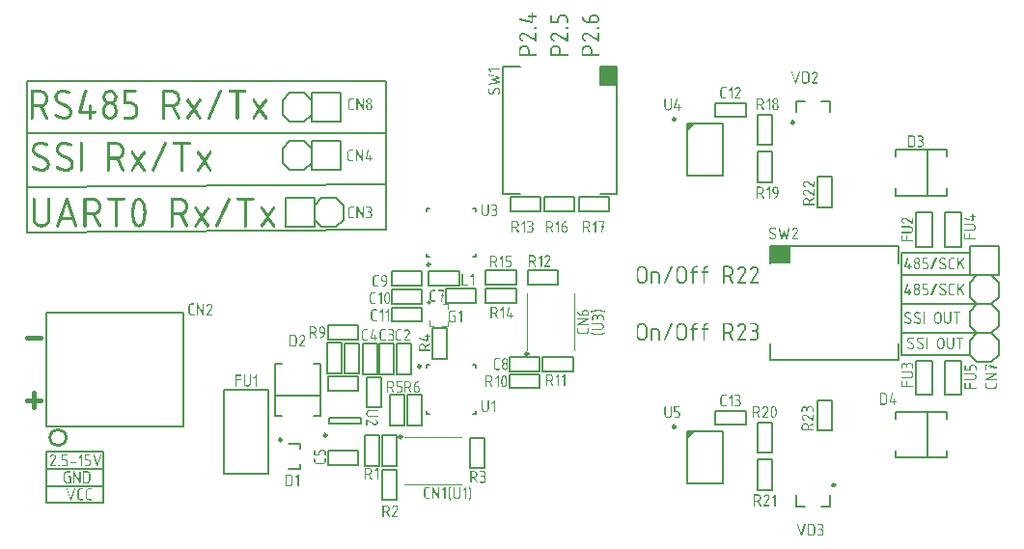
<source format=gto>
G04*
G04 #@! TF.GenerationSoftware,Altium Limited,Altium Designer,20.1.8 (145)*
G04*
G04 Layer_Color=16777215*
%FSTAX43Y43*%
%MOMM*%
G71*
G04*
G04 #@! TF.SameCoordinates,F5FA2015-3190-45B9-AB56-6F14DCCDFD5E*
G04*
G04*
G04 #@! TF.FilePolarity,Positive*
G04*
G01*
G75*
%ADD10C,0.254*%
%ADD11C,0.250*%
%ADD12C,0.200*%
%ADD13C,0.400*%
%ADD14C,0.100*%
%ADD15R,1.500X1.750*%
%ADD16R,1.750X1.500*%
G36*
X0089405Y0041825D02*
X0089405Y0041105D01*
X0090125Y0041825D01*
X0089405Y0041825D01*
D02*
G37*
G36*
X006645Y00531D02*
D01*
D02*
G37*
G36*
X0089405Y0068825D02*
X0089405Y0068105D01*
X0090125Y0068825D01*
X0089405Y0068825D01*
D02*
G37*
G36*
X0035823Y0039092D02*
X0035834Y0039086D01*
X0035843Y0039081D01*
X0035852Y0039071D01*
X0035858Y0039058D01*
X003586Y003904D01*
Y0039038D01*
Y0039032D01*
X0035858Y0039023D01*
X0035852Y0039014D01*
X0035847Y0039005D01*
X0035838Y0038995D01*
X0035825Y003899D01*
X0035806Y0038988D01*
X0035378D01*
X0035369Y0038992D01*
X003536Y0038995D01*
X0035351Y0039001D01*
X0035341Y003901D01*
X0035336Y0039023D01*
X0035334Y003904D01*
Y0039042D01*
Y0039049D01*
X0035338Y0039056D01*
X0035341Y0039068D01*
X0035347Y0039077D01*
X0035356Y0039086D01*
X0035369Y0039092D01*
X0035386Y0039093D01*
X0035815D01*
X0035823Y0039092D01*
D02*
G37*
G36*
X0038034Y0039775D02*
X0038043Y0039769D01*
X0038052Y0039764D01*
X0038061Y0039755D01*
X0038067Y0039742D01*
X0038069Y0039723D01*
Y0039721D01*
Y0039717D01*
X0038067Y0039708D01*
X0037752Y0038764D01*
Y0038762D01*
X003775Y0038758D01*
X0037741Y0038745D01*
X0037734Y0038738D01*
X0037724Y0038731D01*
X0037713Y0038727D01*
X00377Y0038725D01*
X0037695D01*
X0037687Y0038727D01*
X003768Y0038731D01*
X0037671Y0038734D01*
X0037663Y0038742D01*
X0037656Y0038751D01*
X0037649Y0038764D01*
X0037336Y0039708D01*
Y003971D01*
Y0039712D01*
X0037334Y0039723D01*
Y0039725D01*
Y0039732D01*
X0037337Y003974D01*
X0037341Y0039751D01*
X0037347Y003976D01*
X0037356Y0039769D01*
X0037369Y0039775D01*
X0037386Y0039777D01*
X0037391D01*
X0037399Y0039775D01*
X0037406Y0039773D01*
X0037413Y0039767D01*
X0037423Y0039762D01*
X003743Y0039753D01*
X0037436Y0039742D01*
X00377Y0038944D01*
X0037967Y0039742D01*
Y0039743D01*
X0037969Y0039747D01*
X0037978Y003976D01*
X0037986Y0039766D01*
X0037993Y0039771D01*
X0038004Y0039775D01*
X0038017Y0039777D01*
X0038024D01*
X0038034Y0039775D01*
D02*
G37*
G36*
X0037034D02*
X0037045Y0039769D01*
X0037054Y0039764D01*
X0037063Y0039755D01*
X0037069Y0039742D01*
X0037071Y0039723D01*
Y0039721D01*
Y0039716D01*
X0037069Y0039706D01*
X0037063Y0039697D01*
X0037058Y0039688D01*
X0037049Y0039679D01*
X0037036Y0039673D01*
X0037017Y0039671D01*
X0036702D01*
Y0039356D01*
X0036871D01*
X0036878Y0039355D01*
X0036899Y0039353D01*
X0036925Y0039347D01*
X0036952Y0039338D01*
X0036984Y0039323D01*
X0037015Y0039305D01*
X0037045Y0039279D01*
X0037049Y0039275D01*
X0037058Y0039266D01*
X0037069Y0039249D01*
X0037084Y0039227D01*
X0037099Y0039199D01*
X003711Y0039168D01*
X0037119Y0039131D01*
X0037123Y0039092D01*
Y0038988D01*
Y0038986D01*
Y0038982D01*
Y0038977D01*
X0037121Y0038969D01*
X0037119Y0038949D01*
X0037113Y0038923D01*
X0037104Y0038894D01*
X0037089Y0038864D01*
X0037071Y0038831D01*
X0037045Y0038801D01*
X0037041Y0038797D01*
X0037032Y003879D01*
X0037015Y0038777D01*
X0036993Y0038764D01*
X0036965Y0038749D01*
X0036934Y0038736D01*
X0036899Y0038729D01*
X003686Y0038725D01*
X0036641D01*
X0036632Y0038729D01*
X0036623Y0038732D01*
X0036613Y0038738D01*
X0036604Y0038747D01*
X0036599Y003876D01*
X0036597Y0038777D01*
Y0038779D01*
Y0038786D01*
X00366Y0038794D01*
X0036604Y0038805D01*
X003661Y0038814D01*
X0036619Y0038823D01*
X0036632Y0038829D01*
X0036649Y0038831D01*
X0036871D01*
X0036882Y0038832D01*
X0036899Y0038836D01*
X0036915Y0038842D01*
X0036934Y0038849D01*
X0036952Y003886D01*
X0036971Y0038875D01*
X0036973Y0038877D01*
X0036978Y0038884D01*
X0036986Y0038894D01*
X0036995Y0038906D01*
X0037002Y0038923D01*
X003701Y0038942D01*
X0037015Y0038964D01*
X0037017Y0038988D01*
Y0039092D01*
Y0039095D01*
Y0039103D01*
X0037015Y0039116D01*
X0037012Y0039131D01*
X0037006Y0039149D01*
X0036997Y0039168D01*
X0036986Y0039186D01*
X0036971Y0039205D01*
X0036969Y0039206D01*
X0036963Y0039212D01*
X0036952Y0039219D01*
X0036939Y0039229D01*
X0036923Y0039236D01*
X0036904Y0039243D01*
X0036884Y0039249D01*
X003686Y0039251D01*
X0036641D01*
X0036632Y0039255D01*
X0036623Y0039258D01*
X0036613Y0039264D01*
X0036604Y0039273D01*
X0036599Y0039286D01*
X0036597Y0039303D01*
Y0039723D01*
Y0039725D01*
Y0039732D01*
X00366Y003974D01*
X0036604Y0039751D01*
X003661Y003976D01*
X0036619Y0039769D01*
X0036632Y0039775D01*
X0036649Y0039777D01*
X0037026D01*
X0037034Y0039775D01*
D02*
G37*
G36*
X003635D02*
X0036362Y0039769D01*
X0036371Y0039764D01*
X003638Y0039755D01*
X0036386Y0039742D01*
X0036388Y0039723D01*
Y0038777D01*
Y0038775D01*
Y0038769D01*
X0036386Y003876D01*
X003638Y0038751D01*
X0036375Y0038742D01*
X0036365Y0038732D01*
X0036352Y0038727D01*
X0036334Y0038725D01*
X0036326D01*
X0036317Y0038729D01*
X0036308Y0038732D01*
X0036299Y0038738D01*
X0036289Y0038747D01*
X0036284Y003876D01*
X0036282Y0038777D01*
Y0039597D01*
X003616Y0039475D01*
X0036158Y0039473D01*
X0036151Y0039468D01*
X0036138Y0039462D01*
X0036123Y003946D01*
X0036115D01*
X0036106Y0039464D01*
X0036097Y0039468D01*
X0036088Y0039473D01*
X0036078Y0039482D01*
X0036073Y0039495D01*
X0036071Y0039514D01*
Y0039516D01*
Y0039518D01*
X0036073Y0039527D01*
X0036076Y0039538D01*
X0036086Y0039551D01*
X0036291Y0039756D01*
X0036293Y0039758D01*
X0036295Y003976D01*
X0036304Y0039767D01*
X0036317Y0039773D01*
X0036326Y0039777D01*
X0036343D01*
X003635Y0039775D01*
D02*
G37*
G36*
X0035034D02*
X0035045Y0039769D01*
X0035054Y0039764D01*
X0035064Y0039755D01*
X0035069Y0039742D01*
X0035071Y0039723D01*
Y0039721D01*
Y0039716D01*
X0035069Y0039706D01*
X0035064Y0039697D01*
X0035058Y0039688D01*
X0035049Y0039679D01*
X0035036Y0039673D01*
X0035017Y0039671D01*
X0034703D01*
Y0039356D01*
X0034871D01*
X0034878Y0039355D01*
X0034899Y0039353D01*
X0034925Y0039347D01*
X0034952Y0039338D01*
X0034984Y0039323D01*
X0035015Y0039305D01*
X0035045Y0039279D01*
X0035049Y0039275D01*
X0035058Y0039266D01*
X0035069Y0039249D01*
X0035084Y0039227D01*
X0035099Y0039199D01*
X003511Y0039168D01*
X0035119Y0039131D01*
X0035123Y0039092D01*
Y0038988D01*
Y0038986D01*
Y0038982D01*
Y0038977D01*
X0035121Y0038969D01*
X0035119Y0038949D01*
X0035114Y0038923D01*
X0035104Y0038894D01*
X003509Y0038864D01*
X0035071Y0038831D01*
X0035045Y0038801D01*
X0035041Y0038797D01*
X0035032Y003879D01*
X0035015Y0038777D01*
X0034993Y0038764D01*
X0034965Y0038749D01*
X0034934Y0038736D01*
X0034899Y0038729D01*
X003486Y0038725D01*
X0034641D01*
X0034632Y0038729D01*
X0034623Y0038732D01*
X0034614Y0038738D01*
X0034604Y0038747D01*
X0034599Y003876D01*
X0034597Y0038777D01*
Y0038779D01*
Y0038786D01*
X0034601Y0038794D01*
X0034604Y0038805D01*
X003461Y0038814D01*
X0034619Y0038823D01*
X0034632Y0038829D01*
X0034649Y0038831D01*
X0034871D01*
X0034882Y0038832D01*
X0034899Y0038836D01*
X0034915Y0038842D01*
X0034934Y0038849D01*
X0034952Y003886D01*
X0034971Y0038875D01*
X0034973Y0038877D01*
X0034978Y0038884D01*
X0034986Y0038894D01*
X0034995Y0038906D01*
X0035002Y0038923D01*
X003501Y0038942D01*
X0035015Y0038964D01*
X0035017Y0038988D01*
Y0039092D01*
Y0039095D01*
Y0039103D01*
X0035015Y0039116D01*
X0035012Y0039131D01*
X0035006Y0039149D01*
X0034997Y0039168D01*
X0034986Y0039186D01*
X0034971Y0039205D01*
X0034969Y0039206D01*
X0034964Y0039212D01*
X0034952Y0039219D01*
X003494Y0039229D01*
X0034923Y0039236D01*
X0034904Y0039243D01*
X0034884Y0039249D01*
X003486Y0039251D01*
X0034641D01*
X0034632Y0039255D01*
X0034623Y0039258D01*
X0034614Y0039264D01*
X0034604Y0039273D01*
X0034599Y0039286D01*
X0034597Y0039303D01*
Y0039723D01*
Y0039725D01*
Y0039732D01*
X0034601Y003974D01*
X0034604Y0039751D01*
X003461Y003976D01*
X0034619Y0039769D01*
X0034632Y0039775D01*
X0034649Y0039777D01*
X0035027D01*
X0035034Y0039775D01*
D02*
G37*
G36*
X0034349Y0038881D02*
X003436Y0038875D01*
X0034369Y0038869D01*
X0034378Y003886D01*
X0034384Y0038847D01*
X0034386Y0038829D01*
Y0038777D01*
Y0038775D01*
Y0038769D01*
X0034384Y003876D01*
X0034378Y0038751D01*
X0034373Y0038742D01*
X0034364Y0038732D01*
X0034351Y0038727D01*
X0034332Y0038725D01*
X0034325D01*
X0034316Y0038729D01*
X0034306Y0038732D01*
X0034297Y0038738D01*
X0034288Y0038747D01*
X0034282Y003876D01*
X003428Y0038777D01*
Y0038829D01*
Y0038831D01*
Y0038838D01*
X0034284Y0038845D01*
X0034288Y0038856D01*
X0034293Y0038866D01*
X0034303Y0038875D01*
X0034316Y0038881D01*
X0034332Y0038882D01*
X0034341D01*
X0034349Y0038881D01*
D02*
G37*
G36*
X0033825Y0039775D02*
X0033845Y0039773D01*
X0033869Y0039767D01*
X0033899Y0039758D01*
X003393Y0039743D01*
X0033962Y0039725D01*
X0033991Y0039699D01*
X0033995Y0039695D01*
X0034004Y0039686D01*
X0034016Y0039669D01*
X003403Y0039647D01*
X0034045Y0039619D01*
X0034056Y0039588D01*
X0034066Y0039553D01*
X0034069Y0039514D01*
Y003951D01*
Y0039501D01*
X0034067Y0039486D01*
X0034064Y0039466D01*
X0034058Y0039443D01*
X0034049Y0039418D01*
X0034038Y003939D01*
X0034021Y0039362D01*
X003369Y0038831D01*
X0034025D01*
X0034032Y0038829D01*
X0034043Y0038823D01*
X0034053Y0038818D01*
X0034062Y0038808D01*
X0034067Y0038795D01*
X0034069Y0038777D01*
Y0038775D01*
Y0038769D01*
X0034067Y003876D01*
X0034062Y0038751D01*
X0034056Y0038742D01*
X0034047Y0038732D01*
X0034034Y0038727D01*
X0034016Y0038725D01*
X0033588D01*
X0033579Y0038729D01*
X0033569Y0038732D01*
X003356Y0038738D01*
X0033551Y0038747D01*
X0033545Y003876D01*
X0033543Y0038777D01*
Y0038781D01*
X0033545Y0038786D01*
X0033547Y0038797D01*
X0033551Y0038806D01*
X0033938Y0039427D01*
X003394Y0039429D01*
X0033941Y0039434D01*
X0033945Y0039443D01*
X0033951Y0039455D01*
X0033956Y0039468D01*
X003396Y0039482D01*
X0033962Y0039497D01*
X0033964Y0039514D01*
Y0039518D01*
Y0039525D01*
X0033962Y0039536D01*
X0033958Y0039553D01*
X0033953Y0039569D01*
X0033943Y0039588D01*
X0033932Y0039606D01*
X0033917Y0039625D01*
X0033916Y0039627D01*
X003391Y0039632D01*
X0033899Y003964D01*
X0033886Y0039649D01*
X0033869Y0039656D01*
X0033851Y0039664D01*
X0033829Y0039669D01*
X0033804Y0039671D01*
X0033801D01*
X003379Y0039669D01*
X0033773Y0039664D01*
X0033751Y0039655D01*
X0033738Y0039647D01*
X0033725Y003964D01*
X0033712Y0039629D01*
X0033697Y0039616D01*
X0033682Y0039601D01*
X0033669Y0039582D01*
X0033654Y0039564D01*
X003364Y003954D01*
Y0039538D01*
X0033638Y0039536D01*
X0033629Y0039527D01*
X0033616Y0039518D01*
X0033606Y0039516D01*
X0033595Y0039514D01*
X0033588D01*
X0033579Y0039518D01*
X0033569Y0039521D01*
X003356Y0039527D01*
X0033551Y0039536D01*
X0033545Y0039549D01*
X0033543Y0039566D01*
Y0039568D01*
Y0039573D01*
X0033547Y0039588D01*
X0033549Y003959D01*
X0033551Y0039595D01*
X0033556Y0039605D01*
X0033566Y0039618D01*
X0033575Y0039632D01*
X0033586Y0039647D01*
X0033601Y0039666D01*
X0033616Y0039682D01*
X0033634Y0039701D01*
X0033654Y0039717D01*
X0033675Y0039732D01*
X0033697Y0039747D01*
X0033723Y003976D01*
X0033749Y0039769D01*
X0033777Y0039775D01*
X0033806Y0039777D01*
X0033817D01*
X0033825Y0039775D01*
D02*
G37*
G36*
X00362Y00383D02*
X0036211Y0038294D01*
X003622Y0038289D01*
X0036229Y003828D01*
X0036235Y0038267D01*
X0036237Y0038248D01*
Y0037302D01*
Y00373D01*
Y0037294D01*
X0036235Y0037285D01*
X0036229Y0037276D01*
X0036224Y0037267D01*
X0036214Y0037257D01*
X0036201Y0037252D01*
X0036183Y003725D01*
X0036177D01*
X0036166Y0037254D01*
X003615Y0037261D01*
X0036142Y0037267D01*
X0036137Y0037276D01*
X0035711Y0038046D01*
Y0037302D01*
Y00373D01*
Y0037294D01*
X0035709Y0037285D01*
X0035703Y0037276D01*
X0035698Y0037267D01*
X0035688Y0037257D01*
X0035675Y0037252D01*
X0035657Y003725D01*
X003565D01*
X003564Y0037254D01*
X0035631Y0037257D01*
X0035622Y0037263D01*
X0035613Y0037272D01*
X0035607Y0037285D01*
X0035605Y0037302D01*
Y0038248D01*
Y003825D01*
Y0038257D01*
X0035609Y0038265D01*
X0035613Y0038276D01*
X0035618Y0038285D01*
X0035627Y0038294D01*
X003564Y00383D01*
X0035657Y0038302D01*
X0035663D01*
X0035668Y00383D01*
X0035675Y0038298D01*
X0035683Y0038294D01*
X003569Y0038289D01*
X0035698Y0038281D01*
X0035705Y003827D01*
X0036131Y0037506D01*
Y0038248D01*
Y003825D01*
Y0038257D01*
X0036135Y0038265D01*
X0036138Y0038276D01*
X0036144Y0038285D01*
X0036153Y0038294D01*
X0036166Y00383D01*
X0036183Y0038302D01*
X0036192D01*
X00362Y00383D01*
D02*
G37*
G36*
X0036833D02*
X0036853Y0038298D01*
X0036879Y0038292D01*
X0036909Y0038283D01*
X003694Y0038268D01*
X0036972Y003825D01*
X0037001Y0038224D01*
X0037005Y003822D01*
X0037014Y0038211D01*
X0037025Y0038194D01*
X003704Y0038172D01*
X0037055Y0038146D01*
X0037066Y0038115D01*
X0037075Y0038078D01*
X0037079Y0038039D01*
Y0037513D01*
Y0037511D01*
Y0037507D01*
Y0037502D01*
X0037077Y0037494D01*
X0037075Y0037474D01*
X003707Y0037448D01*
X0037061Y0037418D01*
X0037046Y0037389D01*
X0037027Y0037356D01*
X0037001Y0037326D01*
X0036998Y0037322D01*
X0036988Y0037315D01*
X0036972Y0037302D01*
X0036949Y0037289D01*
X0036922Y0037274D01*
X003689Y0037261D01*
X0036853Y0037254D01*
X0036814Y003725D01*
X0036492D01*
X0036483Y0037254D01*
X0036474Y0037257D01*
X0036464Y0037263D01*
X0036455Y0037272D01*
X0036449Y0037285D01*
X0036448Y0037302D01*
Y0038248D01*
Y003825D01*
Y0038257D01*
X0036451Y0038265D01*
X0036455Y0038276D01*
X0036461Y0038285D01*
X003647Y0038294D01*
X0036483Y00383D01*
X0036499Y0038302D01*
X0036825D01*
X0036833Y00383D01*
D02*
G37*
G36*
X0035357D02*
X0035368Y0038294D01*
X0035377Y0038289D01*
X0035387Y003828D01*
X0035392Y0038267D01*
X0035394Y0038248D01*
Y0038246D01*
Y0038241D01*
X0035392Y0038231D01*
X0035387Y0038222D01*
X0035381Y0038213D01*
X0035372Y0038204D01*
X0035359Y0038198D01*
X003534Y0038196D01*
X0035014D01*
X0035001Y0038194D01*
X0034987Y0038191D01*
X0034968Y0038185D01*
X003495Y0038176D01*
X0034931Y0038165D01*
X0034913Y003815D01*
X0034911Y0038148D01*
X0034905Y0038143D01*
X0034898Y0038131D01*
X003489Y0038118D01*
X0034883Y0038102D01*
X0034876Y0038083D01*
X003487Y0038061D01*
X0034868Y0038037D01*
Y0037513D01*
Y0037509D01*
Y0037502D01*
X003487Y0037489D01*
X0034874Y0037474D01*
X0034879Y0037456D01*
X0034887Y0037437D01*
X0034898Y0037418D01*
X0034913Y00374D01*
X0034914Y0037398D01*
X0034922Y0037393D01*
X0034931Y0037385D01*
X0034944Y0037378D01*
X0034961Y003737D01*
X0034979Y0037363D01*
X0035001Y0037357D01*
X0035026Y0037356D01*
X0035289D01*
Y0037776D01*
X0035176D01*
X0035166Y003778D01*
X0035157Y0037783D01*
X0035148Y0037789D01*
X0035139Y0037798D01*
X0035133Y0037811D01*
X0035131Y0037828D01*
Y003783D01*
Y0037837D01*
X0035135Y0037844D01*
X0035139Y0037855D01*
X0035144Y0037865D01*
X0035153Y0037874D01*
X0035166Y003788D01*
X0035183Y0037881D01*
X003535D01*
X0035357Y003788D01*
X0035368Y0037874D01*
X0035377Y0037868D01*
X0035387Y0037859D01*
X0035392Y0037846D01*
X0035394Y0037828D01*
Y0037302D01*
Y00373D01*
Y0037294D01*
X0035392Y0037285D01*
X0035387Y0037276D01*
X0035381Y0037267D01*
X0035372Y0037257D01*
X0035359Y0037252D01*
X003534Y003725D01*
X0035014D01*
X0035007Y0037252D01*
X0034987Y0037254D01*
X0034961Y0037259D01*
X0034931Y0037269D01*
X0034902Y0037281D01*
X0034868Y00373D01*
X0034839Y0037326D01*
X0034835Y003733D01*
X0034827Y0037341D01*
X0034814Y0037356D01*
X0034802Y0037378D01*
X0034787Y0037406D01*
X0034774Y0037437D01*
X0034766Y0037474D01*
X0034763Y0037513D01*
Y0038039D01*
Y0038041D01*
Y0038044D01*
Y003805D01*
X0034764Y0038057D01*
X0034766Y0038078D01*
X0034772Y0038102D01*
X0034781Y0038131D01*
X0034794Y0038163D01*
X0034813Y0038194D01*
X0034839Y0038224D01*
X0034842Y0038228D01*
X0034853Y0038237D01*
X0034868Y0038248D01*
X003489Y0038263D01*
X0034918Y0038278D01*
X003495Y0038289D01*
X0034987Y0038298D01*
X0035026Y0038302D01*
X003535D01*
X0035357Y00383D01*
D02*
G37*
G36*
X0035713Y00368D02*
X0035722Y0036794D01*
X0035731Y0036789D01*
X003574Y003678D01*
X0035746Y0036767D01*
X0035748Y0036748D01*
Y0036746D01*
Y0036742D01*
X0035746Y0036733D01*
X0035431Y0035789D01*
Y0035787D01*
X0035429Y0035783D01*
X003542Y003577D01*
X0035413Y0035763D01*
X0035403Y0035756D01*
X0035392Y0035752D01*
X0035379Y003575D01*
X0035374D01*
X0035366Y0035752D01*
X0035359Y0035756D01*
X003535Y0035759D01*
X0035342Y0035767D01*
X0035335Y0035776D01*
X0035327Y0035789D01*
X0035014Y0036733D01*
Y0036735D01*
Y0036737D01*
X0035013Y0036748D01*
Y003675D01*
Y0036757D01*
X0035016Y0036765D01*
X003502Y0036776D01*
X0035026Y0036785D01*
X0035035Y0036794D01*
X0035048Y00368D01*
X0035064Y0036802D01*
X003507D01*
X0035077Y00368D01*
X0035085Y0036798D01*
X0035092Y0036792D01*
X0035102Y0036787D01*
X0035109Y0036778D01*
X0035114Y0036767D01*
X0035379Y0035968D01*
X0035646Y0036767D01*
Y0036768D01*
X0035648Y0036772D01*
X0035657Y0036785D01*
X0035664Y0036791D01*
X0035672Y0036796D01*
X0035683Y00368D01*
X0035696Y0036802D01*
X0035703D01*
X0035713Y00368D01*
D02*
G37*
G36*
X0037186D02*
X0037198Y0036794D01*
X0037207Y0036789D01*
X0037216Y003678D01*
X0037222Y0036767D01*
X0037224Y0036748D01*
Y0036746D01*
Y0036741D01*
X0037222Y0036731D01*
X0037216Y0036722D01*
X0037211Y0036713D01*
X0037201Y0036704D01*
X0037188Y0036698D01*
X003717Y0036696D01*
X0036949D01*
X0036937Y0036694D01*
X0036922Y0036691D01*
X0036903Y0036685D01*
X0036885Y0036676D01*
X0036866Y0036665D01*
X0036848Y003665D01*
X0036846Y0036648D01*
X003684Y0036643D01*
X0036833Y0036631D01*
X0036825Y0036618D01*
X0036818Y0036602D01*
X0036811Y0036583D01*
X0036805Y0036561D01*
X0036803Y0036537D01*
Y0036013D01*
Y0036009D01*
Y0036002D01*
X0036805Y0035989D01*
X0036809Y0035974D01*
X0036814Y0035956D01*
X0036822Y0035937D01*
X0036833Y0035918D01*
X0036848Y00359D01*
X0036849Y0035898D01*
X0036857Y0035893D01*
X0036866Y0035885D01*
X0036879Y0035878D01*
X0036896Y003587D01*
X0036914Y0035863D01*
X0036937Y0035857D01*
X0036961Y0035856D01*
X0037179D01*
X0037186Y0035854D01*
X0037198Y0035848D01*
X0037207Y0035843D01*
X0037216Y0035833D01*
X0037222Y003582D01*
X0037224Y0035802D01*
Y00358D01*
Y0035794D01*
X0037222Y0035785D01*
X0037216Y0035776D01*
X0037211Y0035767D01*
X0037201Y0035757D01*
X0037188Y0035752D01*
X003717Y003575D01*
X0036949D01*
X0036942Y0035752D01*
X0036922Y0035754D01*
X0036896Y0035759D01*
X0036866Y0035769D01*
X0036837Y0035781D01*
X0036803Y00358D01*
X0036774Y0035826D01*
X003677Y003583D01*
X0036762Y0035841D01*
X0036749Y0035856D01*
X0036737Y0035878D01*
X0036722Y0035906D01*
X0036709Y0035937D01*
X0036701Y0035974D01*
X0036698Y0036013D01*
Y0036539D01*
Y0036541D01*
Y0036544D01*
Y003655D01*
X0036699Y0036557D01*
X0036701Y0036578D01*
X0036707Y0036602D01*
X0036716Y0036631D01*
X0036729Y0036663D01*
X0036748Y0036694D01*
X0036774Y0036724D01*
X0036777Y0036728D01*
X0036788Y0036737D01*
X0036803Y0036748D01*
X0036825Y0036763D01*
X0036853Y0036778D01*
X0036885Y0036789D01*
X0036922Y0036798D01*
X0036961Y0036802D01*
X0037179D01*
X0037186Y00368D01*
D02*
G37*
G36*
X003645D02*
X0036461Y0036794D01*
X003647Y0036789D01*
X0036479Y003678D01*
X0036485Y0036767D01*
X0036487Y0036748D01*
Y0036746D01*
Y0036741D01*
X0036485Y0036731D01*
X0036479Y0036722D01*
X0036474Y0036713D01*
X0036464Y0036704D01*
X0036451Y0036698D01*
X0036433Y0036696D01*
X0036213D01*
X00362Y0036694D01*
X0036185Y0036691D01*
X0036166Y0036685D01*
X0036148Y0036676D01*
X0036129Y0036665D01*
X0036111Y003665D01*
X0036109Y0036648D01*
X0036103Y0036643D01*
X0036096Y0036631D01*
X0036088Y0036618D01*
X0036081Y0036602D01*
X0036074Y0036583D01*
X0036068Y0036561D01*
X0036066Y0036537D01*
Y0036013D01*
Y0036009D01*
Y0036002D01*
X0036068Y0035989D01*
X0036072Y0035974D01*
X0036077Y0035956D01*
X0036085Y0035937D01*
X0036096Y0035918D01*
X0036111Y00359D01*
X0036113Y0035898D01*
X003612Y0035893D01*
X0036129Y0035885D01*
X0036142Y0035878D01*
X0036159Y003587D01*
X0036177Y0035863D01*
X00362Y0035857D01*
X0036224Y0035856D01*
X0036442D01*
X003645Y0035854D01*
X0036461Y0035848D01*
X003647Y0035843D01*
X0036479Y0035833D01*
X0036485Y003582D01*
X0036487Y0035802D01*
Y00358D01*
Y0035794D01*
X0036485Y0035785D01*
X0036479Y0035776D01*
X0036474Y0035767D01*
X0036464Y0035757D01*
X0036451Y0035752D01*
X0036433Y003575D01*
X0036213D01*
X0036205Y0035752D01*
X0036185Y0035754D01*
X0036159Y0035759D01*
X0036129Y0035769D01*
X00361Y0035781D01*
X0036066Y00358D01*
X0036037Y0035826D01*
X0036033Y003583D01*
X0036025Y0035841D01*
X0036013Y0035856D01*
X0036Y0035878D01*
X0035985Y0035906D01*
X0035972Y0035937D01*
X0035964Y0035974D01*
X0035961Y0036013D01*
Y0036539D01*
Y0036541D01*
Y0036544D01*
Y003655D01*
X0035963Y0036557D01*
X0035964Y0036578D01*
X003597Y0036602D01*
X0035979Y0036631D01*
X0035992Y0036663D01*
X0036011Y0036694D01*
X0036037Y0036724D01*
X003604Y0036728D01*
X0036051Y0036737D01*
X0036066Y0036748D01*
X0036088Y0036763D01*
X0036116Y0036778D01*
X0036148Y0036789D01*
X0036185Y0036798D01*
X0036224Y0036802D01*
X0036442D01*
X003645Y00368D01*
D02*
G37*
G36*
X0109902Y005005D02*
X0109918Y0050048D01*
X0109939Y0050046D01*
X0109961Y0050044D01*
X0110005Y0050037D01*
X0110054Y0050028D01*
X0110098Y0050013D01*
X011012Y0050004D01*
X0110139Y0049994D01*
X0110141D01*
X0110144Y0049991D01*
X0110155Y0049981D01*
X0110165Y0049967D01*
X0110168Y0049957D01*
X011017Y0049946D01*
Y0049943D01*
X0110168Y0049933D01*
X0110163Y0049922D01*
X0110154Y0049909D01*
X0110152Y0049907D01*
X0110144Y0049902D01*
X0110133Y0049896D01*
X0110118Y0049894D01*
X0110113D01*
X0110105Y0049896D01*
X0110096Y00499D01*
X0110094D01*
X0110091Y0049902D01*
X0110085Y0049904D01*
X0110076Y0049907D01*
X0110065Y0049911D01*
X0110052Y0049915D01*
X011002Y0049924D01*
X0109983Y0049931D01*
X0109942Y0049939D01*
X01099Y0049944D01*
X0109855Y0049946D01*
X0109844D01*
X0109831Y0049944D01*
X0109817Y0049941D01*
X0109798Y0049935D01*
X010978Y0049926D01*
X0109761Y0049915D01*
X0109742Y00499D01*
X0109741Y0049898D01*
X0109735Y0049893D01*
X0109728Y0049881D01*
X010972Y0049868D01*
X0109713Y0049852D01*
X0109705Y0049833D01*
X01097Y0049813D01*
X0109698Y0049789D01*
Y0049787D01*
Y0049785D01*
X01097Y0049774D01*
X0109702Y0049755D01*
X0109709Y0049735D01*
X0109718Y0049713D01*
X0109733Y0049689D01*
X0109755Y0049667D01*
X0109768Y0049657D01*
X0109783Y0049648D01*
X0110079Y0049496D01*
X0110081D01*
X0110085Y0049493D01*
X0110092Y0049489D01*
X0110102Y0049481D01*
X0110126Y0049465D01*
X0110139Y0049454D01*
X0110152Y0049439D01*
X0110165Y0049424D01*
X0110178Y0049407D01*
X0110191Y0049387D01*
X0110202Y0049367D01*
X0110211Y0049344D01*
X0110218Y0049318D01*
X0110222Y0049293D01*
X0110224Y0049263D01*
Y0049261D01*
Y0049257D01*
Y0049252D01*
X0110222Y0049244D01*
X011022Y0049224D01*
X0110215Y0049198D01*
X0110205Y0049168D01*
X0110191Y0049139D01*
X0110172Y0049106D01*
X0110146Y0049076D01*
X0110142Y0049072D01*
X0110133Y0049065D01*
X0110117Y0049052D01*
X0110094Y0049039D01*
X0110067Y0049024D01*
X0110035Y0049011D01*
X0109998Y0049004D01*
X0109959Y0049D01*
X0109941D01*
X0109926Y0049002D01*
X0109909Y0049004D01*
X0109891Y0049006D01*
X0109868Y0049009D01*
X0109842Y0049015D01*
X0109789Y0049028D01*
X0109761Y0049037D01*
X0109731Y0049048D01*
X0109702Y0049061D01*
X0109672Y0049078D01*
X0109643Y0049094D01*
X0109615Y0049115D01*
X0109611Y0049119D01*
X0109604Y0049126D01*
X0109596Y0049141D01*
X0109594Y0049148D01*
X0109593Y0049157D01*
Y0049159D01*
Y0049161D01*
X0109594Y004917D01*
X0109598Y0049181D01*
X0109607Y0049193D01*
X0109609Y0049194D01*
X0109618Y0049202D01*
X010963Y0049207D01*
X0109644Y0049209D01*
X0109646D01*
X0109654Y0049207D01*
X0109663Y0049206D01*
X0109674Y00492D01*
X0109676Y0049198D01*
X0109683Y0049194D01*
X0109694Y0049189D01*
X0109709Y0049181D01*
X010973Y004917D01*
X0109755Y0049157D01*
X0109785Y0049144D01*
X010982Y0049128D01*
X0109824D01*
X0109831Y0049124D01*
X0109844Y004912D01*
X0109861Y0049117D01*
X0109881Y0049113D01*
X0109905Y0049109D01*
X0109931Y0049107D01*
X0109959Y0049106D01*
X010997D01*
X0109983Y0049107D01*
X0109998Y0049111D01*
X0110017Y0049117D01*
X0110035Y0049124D01*
X0110054Y0049135D01*
X0110072Y004915D01*
X0110074Y0049152D01*
X0110079Y0049159D01*
X0110087Y0049168D01*
X0110096Y0049181D01*
X0110104Y0049198D01*
X0110111Y0049217D01*
X0110117Y0049239D01*
X0110118Y0049263D01*
Y0049265D01*
Y0049267D01*
X0110117Y004928D01*
X0110115Y0049296D01*
X0110107Y0049317D01*
X0110096Y0049339D01*
X0110081Y0049363D01*
X0110059Y0049385D01*
X0110044Y0049394D01*
X011003Y0049404D01*
X0109735Y0049556D01*
X0109733D01*
X010973Y0049559D01*
X0109722Y0049563D01*
X0109713Y0049568D01*
X0109691Y0049587D01*
X0109678Y0049598D01*
X0109665Y0049611D01*
X010965Y0049628D01*
X0109637Y0049644D01*
X0109626Y0049663D01*
X0109615Y0049685D01*
X0109605Y0049707D01*
X0109598Y0049733D01*
X0109594Y0049759D01*
X0109593Y0049789D01*
Y0049791D01*
Y0049794D01*
Y00498D01*
X0109594Y0049807D01*
X0109596Y0049828D01*
X0109602Y0049852D01*
X0109611Y0049881D01*
X0109624Y0049913D01*
X0109643Y0049944D01*
X0109668Y0049974D01*
X0109672Y0049978D01*
X0109683Y0049987D01*
X0109698Y0049998D01*
X010972Y0050013D01*
X0109748Y0050028D01*
X010978Y0050039D01*
X0109817Y0050048D01*
X0109855Y0050052D01*
X0109885D01*
X0109902Y005005D01*
D02*
G37*
G36*
X0109059D02*
X0109076Y0050048D01*
X0109096Y0050046D01*
X0109118Y0050044D01*
X0109163Y0050037D01*
X0109211Y0050028D01*
X0109256Y0050013D01*
X0109278Y0050004D01*
X0109296Y0049994D01*
X0109298D01*
X0109302Y0049991D01*
X0109313Y0049981D01*
X0109322Y0049967D01*
X0109326Y0049957D01*
X0109328Y0049946D01*
Y0049943D01*
X0109326Y0049933D01*
X010932Y0049922D01*
X0109311Y0049909D01*
X0109309Y0049907D01*
X0109302Y0049902D01*
X0109291Y0049896D01*
X0109276Y0049894D01*
X010927D01*
X0109263Y0049896D01*
X0109254Y00499D01*
X0109252D01*
X0109248Y0049902D01*
X0109243Y0049904D01*
X0109233Y0049907D01*
X0109222Y0049911D01*
X0109209Y0049915D01*
X0109178Y0049924D01*
X0109141Y0049931D01*
X01091Y0049939D01*
X0109057Y0049944D01*
X0109013Y0049946D01*
X0109002D01*
X0108989Y0049944D01*
X0108974Y0049941D01*
X0108956Y0049935D01*
X0108937Y0049926D01*
X0108919Y0049915D01*
X01089Y00499D01*
X0108898Y0049898D01*
X0108893Y0049893D01*
X0108885Y0049881D01*
X0108878Y0049868D01*
X010887Y0049852D01*
X0108863Y0049833D01*
X0108857Y0049813D01*
X0108856Y0049789D01*
Y0049787D01*
Y0049785D01*
X0108857Y0049774D01*
X0108859Y0049755D01*
X0108867Y0049735D01*
X0108876Y0049713D01*
X0108891Y0049689D01*
X0108913Y0049667D01*
X0108926Y0049657D01*
X0108941Y0049648D01*
X0109237Y0049496D01*
X0109239D01*
X0109243Y0049493D01*
X010925Y0049489D01*
X0109259Y0049481D01*
X0109283Y0049465D01*
X0109296Y0049454D01*
X0109309Y0049439D01*
X0109322Y0049424D01*
X0109335Y0049407D01*
X0109348Y0049387D01*
X0109359Y0049367D01*
X0109368Y0049344D01*
X0109376Y0049318D01*
X010938Y0049293D01*
X0109381Y0049263D01*
Y0049261D01*
Y0049257D01*
Y0049252D01*
X010938Y0049244D01*
X0109378Y0049224D01*
X0109372Y0049198D01*
X0109363Y0049168D01*
X0109348Y0049139D01*
X010933Y0049106D01*
X0109304Y0049076D01*
X01093Y0049072D01*
X0109291Y0049065D01*
X0109274Y0049052D01*
X0109252Y0049039D01*
X0109224Y0049024D01*
X0109193Y0049011D01*
X0109156Y0049004D01*
X0109117Y0049D01*
X0109098D01*
X0109083Y0049002D01*
X0109067Y0049004D01*
X0109048Y0049006D01*
X0109026Y0049009D01*
X0109Y0049015D01*
X0108946Y0049028D01*
X0108919Y0049037D01*
X0108889Y0049048D01*
X0108859Y0049061D01*
X010883Y0049078D01*
X01088Y0049094D01*
X0108772Y0049115D01*
X0108769Y0049119D01*
X0108761Y0049126D01*
X0108754Y0049141D01*
X0108752Y0049148D01*
X010875Y0049157D01*
Y0049159D01*
Y0049161D01*
X0108752Y004917D01*
X0108756Y0049181D01*
X0108765Y0049193D01*
X0108767Y0049194D01*
X0108776Y0049202D01*
X0108787Y0049207D01*
X0108802Y0049209D01*
X0108804D01*
X0108811Y0049207D01*
X010882Y0049206D01*
X0108831Y00492D01*
X0108833Y0049198D01*
X0108841Y0049194D01*
X0108852Y0049189D01*
X0108867Y0049181D01*
X0108887Y004917D01*
X0108913Y0049157D01*
X0108943Y0049144D01*
X0108978Y0049128D01*
X0108981D01*
X0108989Y0049124D01*
X0109002Y004912D01*
X0109018Y0049117D01*
X0109039Y0049113D01*
X0109063Y0049109D01*
X0109089Y0049107D01*
X0109117Y0049106D01*
X0109128D01*
X0109141Y0049107D01*
X0109156Y0049111D01*
X0109174Y0049117D01*
X0109193Y0049124D01*
X0109211Y0049135D01*
X010923Y004915D01*
X0109231Y0049152D01*
X0109237Y0049159D01*
X0109244Y0049168D01*
X0109254Y0049181D01*
X0109261Y0049198D01*
X0109268Y0049217D01*
X0109274Y0049239D01*
X0109276Y0049263D01*
Y0049265D01*
Y0049267D01*
X0109274Y004928D01*
X0109272Y0049296D01*
X0109265Y0049317D01*
X0109254Y0049339D01*
X0109239Y0049363D01*
X0109217Y0049385D01*
X0109202Y0049394D01*
X0109187Y0049404D01*
X0108893Y0049556D01*
X0108891D01*
X0108887Y0049559D01*
X010888Y0049563D01*
X010887Y0049568D01*
X0108848Y0049587D01*
X0108835Y0049598D01*
X0108822Y0049611D01*
X0108807Y0049628D01*
X0108794Y0049644D01*
X0108783Y0049663D01*
X0108772Y0049685D01*
X0108763Y0049707D01*
X0108756Y0049733D01*
X0108752Y0049759D01*
X010875Y0049789D01*
Y0049791D01*
Y0049794D01*
Y00498D01*
X0108752Y0049807D01*
X0108754Y0049828D01*
X0108759Y0049852D01*
X0108769Y0049881D01*
X0108781Y0049913D01*
X01088Y0049944D01*
X0108826Y0049974D01*
X010883Y0049978D01*
X0108841Y0049987D01*
X0108856Y0049998D01*
X0108878Y0050013D01*
X0108906Y0050028D01*
X0108937Y0050039D01*
X0108974Y0050048D01*
X0109013Y0050052D01*
X0109043D01*
X0109059Y005005D01*
D02*
G37*
G36*
X011282D02*
X0112831Y0050044D01*
X011284Y0050039D01*
X011285Y005003D01*
X0112855Y0050017D01*
X0112857Y0049998D01*
Y0049315D01*
Y0049313D01*
Y0049309D01*
Y0049302D01*
X0112855Y0049293D01*
Y0049281D01*
X0112851Y0049268D01*
X0112846Y0049237D01*
X0112835Y0049202D01*
X0112818Y0049165D01*
X0112807Y0049146D01*
X0112796Y0049128D01*
X0112781Y0049109D01*
X0112764Y0049091D01*
X0112763Y0049089D01*
X0112761Y0049087D01*
X0112755Y0049083D01*
X0112748Y0049076D01*
X0112738Y004907D01*
X0112727Y0049063D01*
X0112701Y0049046D01*
X011267Y004903D01*
X0112631Y0049015D01*
X0112588Y0049004D01*
X0112564Y0049002D01*
X011254Y0049D01*
X0112527D01*
X0112518Y0049002D01*
X0112507Y0049004D01*
X0112494Y0049006D01*
X0112463Y0049011D01*
X0112427Y0049022D01*
X011239Y0049039D01*
X0112372Y0049048D01*
X0112353Y0049061D01*
X0112335Y0049074D01*
X0112316Y0049091D01*
X0112314Y0049093D01*
X0112313Y0049094D01*
X0112309Y00491D01*
X0112301Y0049107D01*
X0112296Y0049117D01*
X0112289Y0049128D01*
X0112272Y0049154D01*
X0112255Y0049187D01*
X011224Y0049224D01*
X0112229Y0049267D01*
X0112227Y0049291D01*
X0112226Y0049315D01*
Y0049998D01*
Y005D01*
Y0050007D01*
X0112229Y0050015D01*
X0112233Y0050026D01*
X0112239Y0050035D01*
X0112248Y0050044D01*
X0112261Y005005D01*
X0112277Y0050052D01*
X0112287D01*
X0112294Y005005D01*
X0112305Y0050044D01*
X0112314Y0050039D01*
X0112324Y005003D01*
X0112329Y0050017D01*
X0112331Y0049998D01*
Y0049315D01*
Y0049313D01*
Y0049311D01*
X0112333Y00493D01*
X0112335Y0049283D01*
X0112339Y0049263D01*
X0112346Y0049239D01*
X0112357Y0049215D01*
X011237Y0049189D01*
X011239Y0049165D01*
X0112394Y0049163D01*
X0112401Y0049156D01*
X0112414Y0049146D01*
X0112433Y0049135D01*
X0112453Y0049124D01*
X0112479Y0049115D01*
X0112509Y0049107D01*
X011254Y0049106D01*
X0112544D01*
X0112555Y0049107D01*
X0112572Y0049109D01*
X0112592Y0049113D01*
X0112616Y004912D01*
X011264Y0049131D01*
X0112666Y0049144D01*
X011269Y0049165D01*
X0112692Y0049168D01*
X01127Y0049176D01*
X0112709Y0049189D01*
X0112722Y0049207D01*
X0112733Y0049228D01*
X0112742Y0049254D01*
X011275Y0049283D01*
X0112751Y0049315D01*
Y0049998D01*
Y005D01*
Y0050007D01*
X0112755Y0050015D01*
X0112759Y0050026D01*
X0112764Y0050035D01*
X0112774Y0050044D01*
X0112787Y005005D01*
X0112803Y0050052D01*
X0112813D01*
X011282Y005005D01*
D02*
G37*
G36*
X0113662D02*
X0113674Y0050044D01*
X0113683Y0050039D01*
X0113692Y005003D01*
X0113698Y0050017D01*
X0113699Y0049998D01*
Y0049996D01*
Y0049991D01*
X0113698Y0049981D01*
X0113692Y0049972D01*
X0113687Y0049963D01*
X0113677Y0049954D01*
X0113664Y0049948D01*
X0113646Y0049946D01*
X0113437D01*
Y0049052D01*
Y004905D01*
Y0049044D01*
X0113435Y0049035D01*
X0113429Y0049026D01*
X0113424Y0049017D01*
X0113414Y0049007D01*
X0113401Y0049002D01*
X0113383Y0049D01*
X0113375D01*
X0113366Y0049004D01*
X0113357Y0049007D01*
X0113348Y0049013D01*
X0113338Y0049022D01*
X0113333Y0049035D01*
X0113331Y0049052D01*
Y0049946D01*
X0113113D01*
X0113103Y004995D01*
X0113094Y0049954D01*
X0113085Y0049959D01*
X0113075Y0049968D01*
X011307Y0049981D01*
X0113068Y0049998D01*
Y005D01*
Y0050007D01*
X0113072Y0050015D01*
X0113075Y0050026D01*
X0113081Y0050035D01*
X011309Y0050044D01*
X0113103Y005005D01*
X011312Y0050052D01*
X0113655D01*
X0113662Y005005D01*
D02*
G37*
G36*
X011172D02*
X0111731D01*
X0111744Y0050046D01*
X0111776Y0050041D01*
X0111811Y005003D01*
X0111848Y0050013D01*
X0111866Y0050002D01*
X0111885Y0049991D01*
X0111903Y0049976D01*
X0111922Y0049959D01*
X0111924Y0049957D01*
X0111926Y0049955D01*
X0111931Y004995D01*
X0111937Y0049943D01*
X0111944Y0049933D01*
X0111952Y0049922D01*
X0111968Y0049896D01*
X0111985Y0049865D01*
X0112Y0049826D01*
X0112011Y0049783D01*
X0112013Y0049759D01*
X0112014Y0049735D01*
Y0049315D01*
Y0049313D01*
Y0049309D01*
Y0049302D01*
X0112013Y0049293D01*
Y0049281D01*
X0112009Y0049268D01*
X0112003Y0049237D01*
X0111992Y0049202D01*
X0111976Y0049165D01*
X0111964Y0049146D01*
X0111953Y0049128D01*
X0111939Y0049109D01*
X0111922Y0049091D01*
X011192Y0049089D01*
X0111918Y0049087D01*
X0111913Y0049083D01*
X0111905Y0049076D01*
X0111896Y004907D01*
X0111885Y0049063D01*
X0111859Y0049046D01*
X0111827Y004903D01*
X0111789Y0049015D01*
X0111746Y0049004D01*
X0111722Y0049002D01*
X0111698Y0049D01*
X0111685D01*
X0111676Y0049002D01*
X0111665Y0049004D01*
X0111652Y0049006D01*
X011162Y0049011D01*
X0111585Y0049022D01*
X0111548Y0049039D01*
X0111529Y0049048D01*
X0111511Y0049061D01*
X0111492Y0049074D01*
X0111474Y0049091D01*
X0111472Y0049093D01*
X011147Y0049094D01*
X0111466Y00491D01*
X0111459Y0049107D01*
X0111453Y0049117D01*
X0111446Y0049128D01*
X0111429Y0049154D01*
X0111413Y0049187D01*
X0111398Y0049224D01*
X0111387Y0049267D01*
X0111385Y0049291D01*
X0111383Y0049315D01*
Y0049735D01*
Y0049737D01*
Y0049741D01*
Y0049748D01*
X0111385Y0049757D01*
X0111387Y0049768D01*
X0111389Y0049781D01*
X0111394Y0049813D01*
X0111405Y0049848D01*
X0111422Y0049885D01*
X0111431Y0049904D01*
X0111444Y0049922D01*
X0111457Y0049941D01*
X0111474Y0049959D01*
X0111476Y0049961D01*
X0111478Y0049963D01*
X0111483Y0049968D01*
X011149Y0049974D01*
X01115Y0049981D01*
X0111511Y0049989D01*
X0111537Y0050005D01*
X011157Y0050022D01*
X0111607Y0050037D01*
X011165Y0050048D01*
X0111674Y005005D01*
X0111698Y0050052D01*
X0111711D01*
X011172Y005005D01*
D02*
G37*
G36*
X0110504D02*
X0110515Y0050044D01*
X0110524Y0050039D01*
X0110533Y005003D01*
X0110539Y0050017D01*
X0110541Y0049998D01*
Y0049052D01*
Y004905D01*
Y0049044D01*
X0110539Y0049035D01*
X0110533Y0049026D01*
X0110528Y0049017D01*
X0110518Y0049007D01*
X0110505Y0049002D01*
X0110487Y0049D01*
X0110479D01*
X011047Y0049004D01*
X0110461Y0049007D01*
X0110452Y0049013D01*
X0110442Y0049022D01*
X0110437Y0049035D01*
X0110435Y0049052D01*
Y0049998D01*
Y005D01*
Y0050007D01*
X0110439Y0050015D01*
X0110442Y0050026D01*
X0110448Y0050035D01*
X0110457Y0050044D01*
X011047Y005005D01*
X0110487Y0050052D01*
X0110496D01*
X0110504Y005005D01*
D02*
G37*
G36*
X0109652Y0052283D02*
X0109668Y0052281D01*
X0109689Y0052279D01*
X0109711Y0052277D01*
X0109755Y005227D01*
X0109804Y0052261D01*
X0109848Y0052246D01*
X010987Y0052237D01*
X0109889Y0052227D01*
X0109891D01*
X0109894Y0052224D01*
X0109905Y0052214D01*
X0109915Y00522D01*
X0109918Y005219D01*
X010992Y0052179D01*
Y0052176D01*
X0109918Y0052166D01*
X0109913Y0052155D01*
X0109904Y0052142D01*
X0109902Y005214D01*
X0109894Y0052135D01*
X0109883Y0052129D01*
X0109868Y0052127D01*
X0109863D01*
X0109855Y0052129D01*
X0109846Y0052133D01*
X0109844D01*
X0109841Y0052135D01*
X0109835Y0052137D01*
X0109826Y005214D01*
X0109815Y0052144D01*
X0109802Y0052148D01*
X010977Y0052157D01*
X0109733Y0052164D01*
X0109692Y0052172D01*
X010965Y0052177D01*
X0109605Y0052179D01*
X0109594D01*
X0109581Y0052177D01*
X0109567Y0052174D01*
X0109548Y0052168D01*
X010953Y0052159D01*
X0109511Y0052148D01*
X0109492Y0052133D01*
X0109491Y0052131D01*
X0109485Y0052126D01*
X0109478Y0052114D01*
X010947Y0052102D01*
X0109463Y0052085D01*
X0109455Y0052066D01*
X010945Y0052046D01*
X0109448Y0052022D01*
Y005202D01*
Y0052018D01*
X010945Y0052007D01*
X0109452Y0051989D01*
X0109459Y0051968D01*
X0109468Y0051946D01*
X0109483Y0051922D01*
X0109505Y00519D01*
X0109518Y005189D01*
X0109533Y0051881D01*
X0109829Y0051729D01*
X0109831D01*
X0109835Y0051726D01*
X0109842Y0051722D01*
X0109852Y0051715D01*
X0109876Y0051698D01*
X0109889Y0051687D01*
X0109902Y0051672D01*
X0109915Y0051657D01*
X0109928Y005164D01*
X0109941Y005162D01*
X0109952Y00516D01*
X0109961Y0051577D01*
X0109968Y0051552D01*
X0109972Y0051526D01*
X0109974Y0051496D01*
Y0051494D01*
Y005149D01*
Y0051485D01*
X0109972Y0051478D01*
X010997Y0051457D01*
X0109965Y0051431D01*
X0109955Y0051402D01*
X0109941Y0051372D01*
X0109922Y0051339D01*
X0109896Y0051309D01*
X0109892Y0051305D01*
X0109883Y0051298D01*
X0109867Y0051285D01*
X0109844Y0051272D01*
X0109817Y0051257D01*
X0109785Y0051244D01*
X0109748Y0051237D01*
X0109709Y0051233D01*
X0109691D01*
X0109676Y0051235D01*
X0109659Y0051237D01*
X0109641Y0051239D01*
X0109618Y0051242D01*
X0109592Y0051248D01*
X0109539Y0051261D01*
X0109511Y005127D01*
X0109481Y0051281D01*
X0109452Y0051294D01*
X0109422Y0051311D01*
X0109393Y0051328D01*
X0109365Y0051348D01*
X0109361Y0051352D01*
X0109354Y0051359D01*
X0109346Y0051374D01*
X0109344Y0051381D01*
X0109343Y005139D01*
Y0051392D01*
Y0051394D01*
X0109344Y0051403D01*
X0109348Y0051415D01*
X0109357Y0051426D01*
X0109359Y0051428D01*
X0109368Y0051435D01*
X010938Y005144D01*
X0109394Y0051442D01*
X0109396D01*
X0109404Y005144D01*
X0109413Y0051439D01*
X0109424Y0051433D01*
X0109426Y0051431D01*
X0109433Y0051428D01*
X0109444Y0051422D01*
X0109459Y0051415D01*
X010948Y0051403D01*
X0109505Y005139D01*
X0109535Y0051378D01*
X010957Y0051361D01*
X0109574D01*
X0109581Y0051357D01*
X0109594Y0051353D01*
X0109611Y005135D01*
X0109631Y0051346D01*
X0109655Y0051342D01*
X0109681Y005134D01*
X0109709Y0051339D01*
X010972D01*
X0109733Y005134D01*
X0109748Y0051344D01*
X0109767Y005135D01*
X0109785Y0051357D01*
X0109804Y0051368D01*
X0109822Y0051383D01*
X0109824Y0051385D01*
X0109829Y0051392D01*
X0109837Y0051402D01*
X0109846Y0051415D01*
X0109854Y0051431D01*
X0109861Y005145D01*
X0109867Y0051472D01*
X0109868Y0051496D01*
Y0051498D01*
Y00515D01*
X0109867Y0051513D01*
X0109865Y0051529D01*
X0109857Y005155D01*
X0109846Y0051572D01*
X0109831Y0051596D01*
X0109809Y0051618D01*
X0109794Y0051627D01*
X010978Y0051637D01*
X0109485Y0051789D01*
X0109483D01*
X010948Y0051792D01*
X0109472Y0051796D01*
X0109463Y0051802D01*
X0109441Y005182D01*
X0109428Y0051831D01*
X0109415Y0051844D01*
X01094Y0051861D01*
X0109387Y0051877D01*
X0109376Y0051896D01*
X0109365Y0051918D01*
X0109355Y005194D01*
X0109348Y0051966D01*
X0109344Y0051992D01*
X0109343Y0052022D01*
Y0052024D01*
Y0052027D01*
Y0052033D01*
X0109344Y005204D01*
X0109346Y0052061D01*
X0109352Y0052085D01*
X0109361Y0052114D01*
X0109374Y0052146D01*
X0109393Y0052177D01*
X0109418Y0052207D01*
X0109422Y0052211D01*
X0109433Y005222D01*
X0109448Y0052231D01*
X010947Y0052246D01*
X0109498Y0052261D01*
X010953Y0052272D01*
X0109567Y0052281D01*
X0109605Y0052285D01*
X0109635D01*
X0109652Y0052283D01*
D02*
G37*
G36*
X0108809D02*
X0108826Y0052281D01*
X0108846Y0052279D01*
X0108868Y0052277D01*
X0108913Y005227D01*
X0108961Y0052261D01*
X0109006Y0052246D01*
X0109028Y0052237D01*
X0109046Y0052227D01*
X0109048D01*
X0109052Y0052224D01*
X0109063Y0052214D01*
X0109072Y00522D01*
X0109076Y005219D01*
X0109078Y0052179D01*
Y0052176D01*
X0109076Y0052166D01*
X010907Y0052155D01*
X0109061Y0052142D01*
X0109059Y005214D01*
X0109052Y0052135D01*
X0109041Y0052129D01*
X0109026Y0052127D01*
X010902D01*
X0109013Y0052129D01*
X0109004Y0052133D01*
X0109002D01*
X0108998Y0052135D01*
X0108993Y0052137D01*
X0108983Y005214D01*
X0108972Y0052144D01*
X0108959Y0052148D01*
X0108928Y0052157D01*
X0108891Y0052164D01*
X010885Y0052172D01*
X0108807Y0052177D01*
X0108763Y0052179D01*
X0108752D01*
X0108739Y0052177D01*
X0108724Y0052174D01*
X0108706Y0052168D01*
X0108687Y0052159D01*
X0108669Y0052148D01*
X010865Y0052133D01*
X0108648Y0052131D01*
X0108643Y0052126D01*
X0108635Y0052114D01*
X0108628Y0052102D01*
X010862Y0052085D01*
X0108613Y0052066D01*
X0108607Y0052046D01*
X0108606Y0052022D01*
Y005202D01*
Y0052018D01*
X0108607Y0052007D01*
X0108609Y0051989D01*
X0108617Y0051968D01*
X0108626Y0051946D01*
X0108641Y0051922D01*
X0108663Y00519D01*
X0108676Y005189D01*
X0108691Y0051881D01*
X0108987Y0051729D01*
X0108989D01*
X0108993Y0051726D01*
X0109Y0051722D01*
X0109009Y0051715D01*
X0109033Y0051698D01*
X0109046Y0051687D01*
X0109059Y0051672D01*
X0109072Y0051657D01*
X0109085Y005164D01*
X0109098Y005162D01*
X0109109Y00516D01*
X0109118Y0051577D01*
X0109126Y0051552D01*
X010913Y0051526D01*
X0109131Y0051496D01*
Y0051494D01*
Y005149D01*
Y0051485D01*
X010913Y0051478D01*
X0109128Y0051457D01*
X0109122Y0051431D01*
X0109113Y0051402D01*
X0109098Y0051372D01*
X010908Y0051339D01*
X0109054Y0051309D01*
X010905Y0051305D01*
X0109041Y0051298D01*
X0109024Y0051285D01*
X0109002Y0051272D01*
X0108974Y0051257D01*
X0108943Y0051244D01*
X0108906Y0051237D01*
X0108867Y0051233D01*
X0108848D01*
X0108833Y0051235D01*
X0108817Y0051237D01*
X0108798Y0051239D01*
X0108776Y0051242D01*
X010875Y0051248D01*
X0108696Y0051261D01*
X0108669Y005127D01*
X0108639Y0051281D01*
X0108609Y0051294D01*
X010858Y0051311D01*
X010855Y0051328D01*
X0108522Y0051348D01*
X0108519Y0051352D01*
X0108511Y0051359D01*
X0108504Y0051374D01*
X0108502Y0051381D01*
X01085Y005139D01*
Y0051392D01*
Y0051394D01*
X0108502Y0051403D01*
X0108506Y0051415D01*
X0108515Y0051426D01*
X0108517Y0051428D01*
X0108526Y0051435D01*
X0108537Y005144D01*
X0108552Y0051442D01*
X0108554D01*
X0108561Y005144D01*
X010857Y0051439D01*
X0108581Y0051433D01*
X0108583Y0051431D01*
X0108591Y0051428D01*
X0108602Y0051422D01*
X0108617Y0051415D01*
X0108637Y0051403D01*
X0108663Y005139D01*
X0108693Y0051378D01*
X0108728Y0051361D01*
X0108731D01*
X0108739Y0051357D01*
X0108752Y0051353D01*
X0108768Y005135D01*
X0108789Y0051346D01*
X0108813Y0051342D01*
X0108839Y005134D01*
X0108867Y0051339D01*
X0108878D01*
X0108891Y005134D01*
X0108906Y0051344D01*
X0108924Y005135D01*
X0108943Y0051357D01*
X0108961Y0051368D01*
X010898Y0051383D01*
X0108981Y0051385D01*
X0108987Y0051392D01*
X0108994Y0051402D01*
X0109004Y0051415D01*
X0109011Y0051431D01*
X0109018Y005145D01*
X0109024Y0051472D01*
X0109026Y0051496D01*
Y0051498D01*
Y00515D01*
X0109024Y0051513D01*
X0109022Y0051529D01*
X0109015Y005155D01*
X0109004Y0051572D01*
X0108989Y0051596D01*
X0108967Y0051618D01*
X0108952Y0051627D01*
X0108937Y0051637D01*
X0108643Y0051789D01*
X0108641D01*
X0108637Y0051792D01*
X010863Y0051796D01*
X010862Y0051802D01*
X0108598Y005182D01*
X0108585Y0051831D01*
X0108572Y0051844D01*
X0108557Y0051861D01*
X0108544Y0051877D01*
X0108533Y0051896D01*
X0108522Y0051918D01*
X0108513Y005194D01*
X0108506Y0051966D01*
X0108502Y0051992D01*
X01085Y0052022D01*
Y0052024D01*
Y0052027D01*
Y0052033D01*
X0108502Y005204D01*
X0108504Y0052061D01*
X0108509Y0052085D01*
X0108519Y0052114D01*
X0108531Y0052146D01*
X010855Y0052177D01*
X0108576Y0052207D01*
X010858Y0052211D01*
X0108591Y005222D01*
X0108606Y0052231D01*
X0108628Y0052246D01*
X0108656Y0052261D01*
X0108687Y0052272D01*
X0108724Y0052281D01*
X0108763Y0052285D01*
X0108793D01*
X0108809Y0052283D01*
D02*
G37*
G36*
X011257D02*
X0112581Y0052277D01*
X011259Y0052272D01*
X01126Y0052263D01*
X0112605Y005225D01*
X0112607Y0052231D01*
Y0051548D01*
Y0051546D01*
Y0051542D01*
Y0051535D01*
X0112605Y0051526D01*
Y0051515D01*
X0112601Y0051502D01*
X0112596Y005147D01*
X0112585Y0051435D01*
X0112568Y0051398D01*
X0112557Y0051379D01*
X0112546Y0051361D01*
X0112531Y0051342D01*
X0112514Y0051324D01*
X0112513Y0051322D01*
X0112511Y005132D01*
X0112505Y0051316D01*
X0112498Y0051309D01*
X0112488Y0051303D01*
X0112477Y0051296D01*
X0112451Y0051279D01*
X011242Y0051263D01*
X0112381Y0051248D01*
X0112338Y0051237D01*
X0112314Y0051235D01*
X011229Y0051233D01*
X0112277D01*
X0112268Y0051235D01*
X0112257Y0051237D01*
X0112244Y0051239D01*
X0112213Y0051244D01*
X0112177Y0051255D01*
X011214Y0051272D01*
X0112122Y0051281D01*
X0112103Y0051294D01*
X0112085Y0051307D01*
X0112066Y0051324D01*
X0112064Y0051326D01*
X0112063Y0051328D01*
X0112059Y0051333D01*
X0112051Y005134D01*
X0112046Y005135D01*
X0112039Y0051361D01*
X0112022Y0051387D01*
X0112005Y005142D01*
X011199Y0051457D01*
X0111979Y00515D01*
X0111977Y0051524D01*
X0111976Y0051548D01*
Y0052231D01*
Y0052233D01*
Y005224D01*
X0111979Y0052248D01*
X0111983Y0052259D01*
X0111989Y0052268D01*
X0111998Y0052277D01*
X0112011Y0052283D01*
X0112027Y0052285D01*
X0112037D01*
X0112044Y0052283D01*
X0112055Y0052277D01*
X0112064Y0052272D01*
X0112074Y0052263D01*
X0112079Y005225D01*
X0112081Y0052231D01*
Y0051548D01*
Y0051546D01*
Y0051544D01*
X0112083Y0051533D01*
X0112085Y0051516D01*
X0112089Y0051496D01*
X0112096Y0051472D01*
X0112107Y0051448D01*
X011212Y0051422D01*
X011214Y0051398D01*
X0112144Y0051396D01*
X0112151Y0051389D01*
X0112164Y0051379D01*
X0112183Y0051368D01*
X0112203Y0051357D01*
X0112229Y0051348D01*
X0112259Y005134D01*
X011229Y0051339D01*
X0112294D01*
X0112305Y005134D01*
X0112322Y0051342D01*
X0112342Y0051346D01*
X0112366Y0051353D01*
X011239Y0051365D01*
X0112416Y0051378D01*
X011244Y0051398D01*
X0112442Y0051402D01*
X011245Y0051409D01*
X0112459Y0051422D01*
X0112472Y005144D01*
X0112483Y0051461D01*
X0112492Y0051487D01*
X01125Y0051516D01*
X0112501Y0051548D01*
Y0052231D01*
Y0052233D01*
Y005224D01*
X0112505Y0052248D01*
X0112509Y0052259D01*
X0112514Y0052268D01*
X0112524Y0052277D01*
X0112537Y0052283D01*
X0112553Y0052285D01*
X0112563D01*
X011257Y0052283D01*
D02*
G37*
G36*
X0113412D02*
X0113424Y0052277D01*
X0113433Y0052272D01*
X0113442Y0052263D01*
X0113448Y005225D01*
X0113449Y0052231D01*
Y0052229D01*
Y0052224D01*
X0113448Y0052214D01*
X0113442Y0052205D01*
X0113437Y0052196D01*
X0113427Y0052187D01*
X0113414Y0052181D01*
X0113396Y0052179D01*
X0113187D01*
Y0051285D01*
Y0051283D01*
Y0051278D01*
X0113185Y0051268D01*
X0113179Y0051259D01*
X0113174Y005125D01*
X0113164Y005124D01*
X0113151Y0051235D01*
X0113133Y0051233D01*
X0113125D01*
X0113116Y0051237D01*
X0113107Y005124D01*
X0113098Y0051246D01*
X0113088Y0051255D01*
X0113083Y0051268D01*
X0113081Y0051285D01*
Y0052179D01*
X0112863D01*
X0112853Y0052183D01*
X0112844Y0052187D01*
X0112835Y0052192D01*
X0112825Y0052201D01*
X011282Y0052214D01*
X0112818Y0052231D01*
Y0052233D01*
Y005224D01*
X0112822Y0052248D01*
X0112825Y0052259D01*
X0112831Y0052268D01*
X011284Y0052277D01*
X0112853Y0052283D01*
X011287Y0052285D01*
X0113405D01*
X0113412Y0052283D01*
D02*
G37*
G36*
X011147D02*
X0111481D01*
X0111494Y0052279D01*
X0111526Y0052274D01*
X0111561Y0052263D01*
X0111598Y0052246D01*
X0111616Y0052235D01*
X0111635Y0052224D01*
X0111653Y0052209D01*
X0111672Y0052192D01*
X0111674Y005219D01*
X0111676Y0052189D01*
X0111681Y0052183D01*
X0111687Y0052176D01*
X0111694Y0052166D01*
X0111702Y0052155D01*
X0111718Y0052129D01*
X0111735Y0052098D01*
X011175Y0052059D01*
X0111761Y0052016D01*
X0111763Y0051992D01*
X0111764Y0051968D01*
Y0051548D01*
Y0051546D01*
Y0051542D01*
Y0051535D01*
X0111763Y0051526D01*
Y0051515D01*
X0111759Y0051502D01*
X0111753Y005147D01*
X0111742Y0051435D01*
X0111726Y0051398D01*
X0111714Y0051379D01*
X0111703Y0051361D01*
X0111689Y0051342D01*
X0111672Y0051324D01*
X011167Y0051322D01*
X0111668Y005132D01*
X0111663Y0051316D01*
X0111655Y0051309D01*
X0111646Y0051303D01*
X0111635Y0051296D01*
X0111609Y0051279D01*
X0111577Y0051263D01*
X0111539Y0051248D01*
X0111496Y0051237D01*
X0111472Y0051235D01*
X0111448Y0051233D01*
X0111435D01*
X0111426Y0051235D01*
X0111415Y0051237D01*
X0111402Y0051239D01*
X011137Y0051244D01*
X0111335Y0051255D01*
X0111298Y0051272D01*
X0111279Y0051281D01*
X0111261Y0051294D01*
X0111242Y0051307D01*
X0111224Y0051324D01*
X0111222Y0051326D01*
X011122Y0051328D01*
X0111216Y0051333D01*
X0111209Y005134D01*
X0111203Y005135D01*
X0111196Y0051361D01*
X0111179Y0051387D01*
X0111163Y005142D01*
X0111148Y0051457D01*
X0111137Y00515D01*
X0111135Y0051524D01*
X0111133Y0051548D01*
Y0051968D01*
Y005197D01*
Y0051974D01*
Y0051981D01*
X0111135Y005199D01*
X0111137Y0052002D01*
X0111139Y0052014D01*
X0111144Y0052046D01*
X0111155Y0052081D01*
X0111172Y0052118D01*
X0111181Y0052137D01*
X0111194Y0052155D01*
X0111207Y0052174D01*
X0111224Y0052192D01*
X0111226Y0052194D01*
X0111228Y0052196D01*
X0111233Y0052201D01*
X011124Y0052207D01*
X011125Y0052214D01*
X0111261Y0052222D01*
X0111287Y0052239D01*
X011132Y0052255D01*
X0111357Y005227D01*
X01114Y0052281D01*
X0111424Y0052283D01*
X0111448Y0052285D01*
X0111461D01*
X011147Y0052283D01*
D02*
G37*
G36*
X0110254D02*
X0110265Y0052277D01*
X0110274Y0052272D01*
X0110283Y0052263D01*
X0110289Y005225D01*
X0110291Y0052231D01*
Y0051285D01*
Y0051283D01*
Y0051278D01*
X0110289Y0051268D01*
X0110283Y0051259D01*
X0110278Y005125D01*
X0110268Y005124D01*
X0110255Y0051235D01*
X0110237Y0051233D01*
X0110229D01*
X011022Y0051237D01*
X0110211Y005124D01*
X0110202Y0051246D01*
X0110192Y0051255D01*
X0110187Y0051268D01*
X0110185Y0051285D01*
Y0052231D01*
Y0052233D01*
Y005224D01*
X0110189Y0052248D01*
X0110192Y0052259D01*
X0110198Y0052268D01*
X0110207Y0052277D01*
X011022Y0052283D01*
X0110237Y0052285D01*
X0110246D01*
X0110254Y0052283D01*
D02*
G37*
G36*
X0111863Y0054783D02*
X0111879Y0054781D01*
X01119Y0054779D01*
X0111922Y0054777D01*
X0111966Y005477D01*
X0112014Y0054761D01*
X0112059Y0054746D01*
X0112081Y0054737D01*
X01121Y0054727D01*
X0112101D01*
X0112105Y0054724D01*
X0112116Y0054714D01*
X0112126Y00547D01*
X0112129Y005469D01*
X0112131Y0054679D01*
Y0054676D01*
X0112129Y0054666D01*
X0112124Y0054655D01*
X0112114Y0054642D01*
X0112113Y005464D01*
X0112105Y0054635D01*
X0112094Y0054629D01*
X0112079Y0054627D01*
X0112074D01*
X0112066Y0054629D01*
X0112057Y0054633D01*
X0112055D01*
X0112051Y0054635D01*
X0112046Y0054637D01*
X0112037Y005464D01*
X0112026Y0054644D01*
X0112013Y0054648D01*
X0111981Y0054657D01*
X0111944Y0054664D01*
X0111903Y0054672D01*
X0111861Y0054677D01*
X0111816Y0054679D01*
X0111805D01*
X0111792Y0054677D01*
X0111777Y0054674D01*
X0111759Y0054668D01*
X011174Y0054659D01*
X0111722Y0054648D01*
X0111703Y0054633D01*
X0111702Y0054631D01*
X0111696Y0054626D01*
X0111689Y0054614D01*
X0111681Y0054602D01*
X0111674Y0054585D01*
X0111666Y0054566D01*
X0111661Y0054546D01*
X0111659Y0054522D01*
Y005452D01*
Y0054518D01*
X0111661Y0054507D01*
X0111663Y0054489D01*
X011167Y0054468D01*
X0111679Y0054446D01*
X0111694Y0054422D01*
X0111716Y00544D01*
X0111729Y005439D01*
X0111744Y0054381D01*
X011204Y0054229D01*
X0112042D01*
X0112046Y0054226D01*
X0112053Y0054222D01*
X0112063Y0054215D01*
X0112087Y0054198D01*
X01121Y0054187D01*
X0112113Y0054172D01*
X0112126Y0054157D01*
X0112139Y005414D01*
X0112151Y005412D01*
X0112163Y00541D01*
X0112172Y0054077D01*
X0112179Y0054052D01*
X0112183Y0054026D01*
X0112185Y0053996D01*
Y0053994D01*
Y005399D01*
Y0053985D01*
X0112183Y0053978D01*
X0112181Y0053957D01*
X0112176Y0053931D01*
X0112166Y0053902D01*
X0112151Y0053872D01*
X0112133Y0053839D01*
X0112107Y0053809D01*
X0112103Y0053805D01*
X0112094Y0053798D01*
X0112077Y0053785D01*
X0112055Y0053772D01*
X0112027Y0053757D01*
X0111996Y0053744D01*
X0111959Y0053737D01*
X011192Y0053733D01*
X0111901D01*
X0111887Y0053735D01*
X011187Y0053737D01*
X0111852Y0053739D01*
X0111829Y0053742D01*
X0111803Y0053748D01*
X011175Y0053761D01*
X0111722Y005377D01*
X0111692Y0053781D01*
X0111663Y0053794D01*
X0111633Y0053811D01*
X0111603Y0053828D01*
X0111576Y0053848D01*
X0111572Y0053852D01*
X0111564Y0053859D01*
X0111557Y0053874D01*
X0111555Y0053881D01*
X0111553Y005389D01*
Y0053892D01*
Y0053894D01*
X0111555Y0053903D01*
X0111559Y0053915D01*
X0111568Y0053926D01*
X011157Y0053928D01*
X0111579Y0053935D01*
X011159Y005394D01*
X0111605Y0053942D01*
X0111607D01*
X0111614Y005394D01*
X0111624Y0053939D01*
X0111635Y0053933D01*
X0111637Y0053931D01*
X0111644Y0053928D01*
X0111655Y0053922D01*
X011167Y0053915D01*
X011169Y0053903D01*
X0111716Y005389D01*
X0111746Y0053878D01*
X0111781Y0053861D01*
X0111785D01*
X0111792Y0053857D01*
X0111805Y0053853D01*
X0111822Y005385D01*
X0111842Y0053846D01*
X0111866Y0053842D01*
X0111892Y005384D01*
X011192Y0053839D01*
X0111931D01*
X0111944Y005384D01*
X0111959Y0053844D01*
X0111977Y005385D01*
X0111996Y0053857D01*
X0112014Y0053868D01*
X0112033Y0053883D01*
X0112035Y0053885D01*
X011204Y0053892D01*
X0112048Y0053902D01*
X0112057Y0053915D01*
X0112064Y0053931D01*
X0112072Y005395D01*
X0112077Y0053972D01*
X0112079Y0053996D01*
Y0053998D01*
Y0054D01*
X0112077Y0054013D01*
X0112076Y0054029D01*
X0112068Y005405D01*
X0112057Y0054072D01*
X0112042Y0054096D01*
X011202Y0054118D01*
X0112005Y0054127D01*
X011199Y0054137D01*
X0111696Y0054289D01*
X0111694D01*
X011169Y0054292D01*
X0111683Y0054296D01*
X0111674Y0054302D01*
X0111652Y005432D01*
X0111639Y0054331D01*
X0111626Y0054344D01*
X0111611Y0054361D01*
X0111598Y0054377D01*
X0111587Y0054396D01*
X0111576Y0054418D01*
X0111566Y005444D01*
X0111559Y0054466D01*
X0111555Y0054492D01*
X0111553Y0054522D01*
Y0054524D01*
Y0054527D01*
Y0054533D01*
X0111555Y005454D01*
X0111557Y0054561D01*
X0111563Y0054585D01*
X0111572Y0054614D01*
X0111585Y0054646D01*
X0111603Y0054677D01*
X0111629Y0054707D01*
X0111633Y0054711D01*
X0111644Y005472D01*
X0111659Y0054731D01*
X0111681Y0054746D01*
X0111709Y0054761D01*
X011174Y0054772D01*
X0111777Y0054781D01*
X0111816Y0054785D01*
X0111846D01*
X0111863Y0054783D01*
D02*
G37*
G36*
X0113727D02*
X0113738Y0054777D01*
X0113748Y0054772D01*
X0113757Y0054763D01*
X0113762Y005475D01*
X0113764Y0054731D01*
Y0054727D01*
X0113762Y005472D01*
X0113759Y0054709D01*
X0113749Y0054696D01*
X0113448Y0054364D01*
X0113757Y0053811D01*
X0113759Y0053809D01*
X0113761Y0053803D01*
X0113762Y0053794D01*
X0113764Y0053785D01*
Y0053781D01*
X0113762Y0053772D01*
X0113757Y0053761D01*
X0113748Y0053748D01*
X0113744Y0053746D01*
X0113737Y005374D01*
X0113725Y0053735D01*
X0113711Y0053733D01*
X0113705D01*
X0113694Y0053737D01*
X0113685Y005374D01*
X0113677Y0053744D01*
X011367Y0053752D01*
X0113664Y0053761D01*
X0113374Y0054283D01*
X0113238Y0054133D01*
Y0053785D01*
Y0053783D01*
Y0053778D01*
X0113237Y0053768D01*
X0113231Y0053759D01*
X0113225Y005375D01*
X0113216Y005374D01*
X0113203Y0053735D01*
X0113185Y0053733D01*
X0113177D01*
X0113168Y0053737D01*
X0113159Y005374D01*
X011315Y0053746D01*
X011314Y0053755D01*
X0113135Y0053768D01*
X0113133Y0053785D01*
Y0054731D01*
Y0054733D01*
Y005474D01*
X0113137Y0054748D01*
X011314Y0054759D01*
X0113146Y0054768D01*
X0113155Y0054777D01*
X0113168Y0054783D01*
X0113185Y0054785D01*
X0113194D01*
X0113201Y0054783D01*
X0113212Y0054777D01*
X0113222Y0054772D01*
X0113231Y0054763D01*
X0113237Y005475D01*
X0113238Y0054731D01*
Y005429D01*
X0113672Y0054768D01*
X0113674Y005477D01*
X0113683Y0054777D01*
X0113694Y0054783D01*
X0113711Y0054785D01*
X011372D01*
X0113727Y0054783D01*
D02*
G37*
G36*
X0112885D02*
X0112896Y0054777D01*
X0112905Y0054772D01*
X0112914Y0054763D01*
X011292Y005475D01*
X0112922Y0054731D01*
Y0054729D01*
Y0054724D01*
X011292Y0054714D01*
X0112914Y0054705D01*
X0112909Y0054696D01*
X01129Y0054687D01*
X0112887Y0054681D01*
X0112868Y0054679D01*
X0112648D01*
X0112635Y0054677D01*
X011262Y0054674D01*
X0112601Y0054668D01*
X0112583Y0054659D01*
X0112564Y0054648D01*
X0112546Y0054633D01*
X0112544Y0054631D01*
X0112538Y0054626D01*
X0112531Y0054614D01*
X0112524Y0054602D01*
X0112516Y0054585D01*
X0112509Y0054566D01*
X0112503Y0054544D01*
X0112501Y005452D01*
Y0053996D01*
Y0053992D01*
Y0053985D01*
X0112503Y0053972D01*
X0112507Y0053957D01*
X0112513Y0053939D01*
X011252Y005392D01*
X0112531Y0053902D01*
X0112546Y0053883D01*
X0112548Y0053881D01*
X0112555Y0053876D01*
X0112564Y0053868D01*
X0112577Y0053861D01*
X0112594Y0053853D01*
X0112613Y0053846D01*
X0112635Y005384D01*
X0112659Y0053839D01*
X0112877D01*
X0112885Y0053837D01*
X0112896Y0053831D01*
X0112905Y0053826D01*
X0112914Y0053816D01*
X011292Y0053803D01*
X0112922Y0053785D01*
Y0053783D01*
Y0053778D01*
X011292Y0053768D01*
X0112914Y0053759D01*
X0112909Y005375D01*
X01129Y005374D01*
X0112887Y0053735D01*
X0112868Y0053733D01*
X0112648D01*
X011264Y0053735D01*
X011262Y0053737D01*
X0112594Y0053742D01*
X0112564Y0053752D01*
X0112535Y0053765D01*
X0112501Y0053783D01*
X0112472Y0053809D01*
X0112468Y0053813D01*
X0112461Y0053824D01*
X0112448Y0053839D01*
X0112435Y0053861D01*
X011242Y0053889D01*
X0112407Y005392D01*
X01124Y0053957D01*
X0112396Y0053996D01*
Y0054522D01*
Y0054524D01*
Y0054527D01*
Y0054533D01*
X0112398Y005454D01*
X01124Y0054561D01*
X0112405Y0054585D01*
X0112414Y0054614D01*
X0112427Y0054646D01*
X0112446Y0054677D01*
X0112472Y0054707D01*
X0112476Y0054711D01*
X0112487Y005472D01*
X0112501Y0054731D01*
X0112524Y0054746D01*
X0112551Y0054761D01*
X0112583Y0054772D01*
X011262Y0054781D01*
X0112659Y0054785D01*
X0112877D01*
X0112885Y0054783D01*
D02*
G37*
G36*
X0111302D02*
X0111313Y0054777D01*
X0111326Y0054768D01*
X0111327Y0054766D01*
X0111335Y0054759D01*
X011134Y0054748D01*
X0111342Y0054733D01*
Y0054731D01*
Y0054726D01*
X011134Y0054718D01*
X0111337Y0054709D01*
X0110916Y0053763D01*
Y0053761D01*
X0110915Y0053759D01*
X0110905Y0053748D01*
X011089Y0053739D01*
X0110879Y0053735D01*
X0110868Y0053733D01*
X0110865D01*
X0110855Y0053735D01*
X0110844Y0053739D01*
X0110831Y0053748D01*
X0110829Y005375D01*
X0110824Y0053759D01*
X0110818Y005377D01*
X0110816Y0053785D01*
Y0053787D01*
Y0053792D01*
X0110818Y00538D01*
X011082Y0053807D01*
X011124Y0054753D01*
Y0054755D01*
X0111244Y0054759D01*
X0111252Y005477D01*
X0111266Y0054779D01*
X0111277Y0054783D01*
X0111289Y0054785D01*
X0111292D01*
X0111302Y0054783D01*
D02*
G37*
G36*
X0110516D02*
X0110528Y0054777D01*
X0110537Y0054772D01*
X0110546Y0054763D01*
X0110552Y005475D01*
X0110553Y0054731D01*
Y0054729D01*
Y0054724D01*
X0110552Y0054714D01*
X0110546Y0054705D01*
X0110541Y0054696D01*
X0110531Y0054687D01*
X0110518Y0054681D01*
X01105Y0054679D01*
X0110185D01*
Y0054364D01*
X0110354D01*
X0110361Y0054363D01*
X0110381Y0054361D01*
X0110407Y0054355D01*
X0110435Y0054346D01*
X0110466Y0054331D01*
X0110498Y0054313D01*
X0110528Y0054287D01*
X0110531Y0054283D01*
X0110541Y0054274D01*
X0110552Y0054257D01*
X0110566Y0054235D01*
X0110581Y0054207D01*
X0110592Y0054176D01*
X0110602Y0054139D01*
X0110605Y00541D01*
Y0053996D01*
Y0053994D01*
Y005399D01*
Y0053985D01*
X0110603Y0053978D01*
X0110602Y0053957D01*
X0110596Y0053931D01*
X0110587Y0053902D01*
X0110572Y0053872D01*
X0110553Y0053839D01*
X0110528Y0053809D01*
X0110524Y0053805D01*
X0110515Y0053798D01*
X0110498Y0053785D01*
X0110476Y0053772D01*
X0110448Y0053757D01*
X0110416Y0053744D01*
X0110381Y0053737D01*
X0110342Y0053733D01*
X0110124D01*
X0110115Y0053737D01*
X0110105Y005374D01*
X0110096Y0053746D01*
X0110087Y0053755D01*
X0110081Y0053768D01*
X0110079Y0053785D01*
Y0053787D01*
Y0053794D01*
X0110083Y0053802D01*
X0110087Y0053813D01*
X0110092Y0053822D01*
X0110102Y0053831D01*
X0110115Y0053837D01*
X0110131Y0053839D01*
X0110354D01*
X0110365Y005384D01*
X0110381Y0053844D01*
X0110398Y005385D01*
X0110416Y0053857D01*
X0110435Y0053868D01*
X0110453Y0053883D01*
X0110455Y0053885D01*
X0110461Y0053892D01*
X0110468Y0053902D01*
X0110478Y0053915D01*
X0110485Y0053931D01*
X0110492Y005395D01*
X0110498Y0053972D01*
X01105Y0053996D01*
Y00541D01*
Y0054103D01*
Y0054111D01*
X0110498Y0054124D01*
X0110494Y0054139D01*
X0110489Y0054157D01*
X0110479Y0054176D01*
X0110468Y0054194D01*
X0110453Y0054213D01*
X0110452Y0054215D01*
X0110446Y005422D01*
X0110435Y0054227D01*
X0110422Y0054237D01*
X0110405Y0054244D01*
X0110387Y0054252D01*
X0110366Y0054257D01*
X0110342Y0054259D01*
X0110124D01*
X0110115Y0054263D01*
X0110105Y0054266D01*
X0110096Y0054272D01*
X0110087Y0054281D01*
X0110081Y0054294D01*
X0110079Y0054311D01*
Y0054731D01*
Y0054733D01*
Y005474D01*
X0110083Y0054748D01*
X0110087Y0054759D01*
X0110092Y0054768D01*
X0110102Y0054777D01*
X0110115Y0054783D01*
X0110131Y0054785D01*
X0110509D01*
X0110516Y0054783D01*
D02*
G37*
G36*
X0109624D02*
X0109644Y0054781D01*
X0109668Y0054776D01*
X0109698Y0054766D01*
X0109729Y0054751D01*
X0109761Y0054733D01*
X0109791Y0054707D01*
X0109794Y0054703D01*
X0109804Y0054694D01*
X0109815Y0054677D01*
X0109829Y0054655D01*
X0109844Y0054627D01*
X0109855Y0054596D01*
X0109865Y0054561D01*
X0109868Y0054522D01*
Y005452D01*
Y0054516D01*
Y0054509D01*
X0109867Y00545D01*
X0109865Y0054489D01*
X0109863Y0054476D01*
X0109855Y0054446D01*
X0109842Y0054413D01*
X0109835Y0054396D01*
X0109824Y0054377D01*
X0109811Y0054361D01*
X0109798Y0054342D01*
X0109781Y0054326D01*
X0109763Y0054311D01*
X0109767Y0054309D01*
X0109776Y00543D01*
X0109789Y0054289D01*
X0109804Y0054272D01*
X010982Y0054252D01*
X0109835Y0054227D01*
X0109848Y00542D01*
X0109857Y005417D01*
Y0054168D01*
X0109859Y0054161D01*
X0109861Y005415D01*
X0109863Y0054133D01*
X0109865Y0054109D01*
X0109867Y0054079D01*
Y0054061D01*
X0109868Y005404D01*
Y005402D01*
Y0053996D01*
Y0053994D01*
Y005399D01*
Y0053985D01*
X0109867Y0053978D01*
X0109865Y0053957D01*
X0109859Y0053931D01*
X010985Y0053902D01*
X0109835Y0053872D01*
X0109817Y0053839D01*
X0109791Y0053809D01*
X0109787Y0053805D01*
X0109778Y0053798D01*
X0109761Y0053785D01*
X0109739Y0053772D01*
X0109711Y0053757D01*
X010968Y0053744D01*
X0109644Y0053737D01*
X0109605Y0053733D01*
X0109594D01*
X0109587Y0053735D01*
X0109567Y0053737D01*
X0109541Y0053742D01*
X0109511Y0053752D01*
X0109481Y0053765D01*
X0109448Y0053783D01*
X0109418Y0053809D01*
X0109415Y0053813D01*
X0109407Y0053824D01*
X0109394Y0053839D01*
X0109381Y0053861D01*
X0109367Y0053889D01*
X0109354Y005392D01*
X0109346Y0053957D01*
X0109343Y0053996D01*
Y00541D01*
Y0054102D01*
Y0054105D01*
Y0054113D01*
X0109344Y0054122D01*
X0109346Y0054133D01*
X0109348Y0054146D01*
X0109355Y0054176D01*
X0109368Y0054209D01*
X0109387Y0054244D01*
X0109398Y0054263D01*
X0109413Y0054279D01*
X0109428Y0054296D01*
X0109446Y0054311D01*
X0109444Y0054313D01*
X0109442Y0054315D01*
X010943Y0054326D01*
X0109413Y0054342D01*
X0109394Y0054366D01*
X0109376Y0054398D01*
X0109359Y0054433D01*
X0109346Y0054476D01*
X0109344Y0054498D01*
X0109343Y0054522D01*
Y0054524D01*
Y0054527D01*
Y0054533D01*
X0109344Y005454D01*
X0109346Y0054561D01*
X0109352Y0054585D01*
X0109361Y0054614D01*
X0109374Y0054646D01*
X0109393Y0054677D01*
X0109418Y0054707D01*
X0109422Y0054711D01*
X0109433Y005472D01*
X0109448Y0054731D01*
X010947Y0054746D01*
X0109498Y0054761D01*
X010953Y0054772D01*
X0109567Y0054781D01*
X0109605Y0054785D01*
X0109617D01*
X0109624Y0054783D01*
D02*
G37*
G36*
X010878D02*
X0108789Y0054777D01*
X0108798Y0054772D01*
X0108807Y0054763D01*
X0108813Y005475D01*
X0108815Y0054731D01*
Y0054729D01*
Y0054727D01*
X0108813Y0054716D01*
X0108622Y005405D01*
X0108868D01*
Y0054207D01*
Y0054209D01*
Y0054216D01*
X0108872Y0054224D01*
X0108876Y0054235D01*
X0108881Y0054244D01*
X0108891Y0054253D01*
X0108904Y0054259D01*
X010892Y0054261D01*
X010893D01*
X0108937Y0054259D01*
X0108948Y0054253D01*
X0108957Y0054248D01*
X0108967Y0054239D01*
X0108972Y0054226D01*
X0108974Y0054207D01*
Y005405D01*
X0109087D01*
X0109094Y0054048D01*
X0109105Y0054042D01*
X0109115Y0054037D01*
X0109124Y0054028D01*
X010913Y0054015D01*
X0109131Y0053996D01*
Y0053994D01*
Y0053989D01*
X010913Y0053979D01*
X0109124Y005397D01*
X0109118Y0053961D01*
X0109109Y0053952D01*
X0109096Y0053946D01*
X0109078Y0053944D01*
X0108974D01*
Y0053785D01*
Y0053783D01*
Y0053778D01*
X0108972Y0053768D01*
X0108967Y0053759D01*
X0108961Y005375D01*
X0108952Y005374D01*
X0108939Y0053735D01*
X010892Y0053733D01*
X0108913D01*
X0108904Y0053737D01*
X0108894Y005374D01*
X0108885Y0053746D01*
X0108876Y0053755D01*
X010887Y0053768D01*
X0108868Y0053785D01*
Y0053944D01*
X0108544D01*
X0108535Y0053948D01*
X0108526Y0053952D01*
X0108517Y0053957D01*
X0108507Y0053966D01*
X0108502Y0053979D01*
X01085Y0053996D01*
Y0053998D01*
Y0054002D01*
Y0054011D01*
X0108711Y0054746D01*
Y0054748D01*
X0108713Y0054751D01*
X0108717Y0054759D01*
X0108722Y0054766D01*
X010873Y0054772D01*
X0108737Y0054779D01*
X010875Y0054783D01*
X0108763Y0054785D01*
X010877D01*
X010878Y0054783D01*
D02*
G37*
G36*
X0111863Y005705D02*
X0111879Y0057048D01*
X01119Y0057046D01*
X0111922Y0057044D01*
X0111966Y0057037D01*
X0112014Y0057028D01*
X0112059Y0057013D01*
X0112081Y0057004D01*
X01121Y0056994D01*
X0112101D01*
X0112105Y0056991D01*
X0112116Y0056981D01*
X0112126Y0056967D01*
X0112129Y0056957D01*
X0112131Y0056946D01*
Y0056943D01*
X0112129Y0056933D01*
X0112124Y0056922D01*
X0112114Y0056909D01*
X0112113Y0056907D01*
X0112105Y0056902D01*
X0112094Y0056896D01*
X0112079Y0056894D01*
X0112074D01*
X0112066Y0056896D01*
X0112057Y00569D01*
X0112055D01*
X0112051Y0056902D01*
X0112046Y0056904D01*
X0112037Y0056907D01*
X0112026Y0056911D01*
X0112013Y0056915D01*
X0111981Y0056924D01*
X0111944Y0056931D01*
X0111903Y0056939D01*
X0111861Y0056944D01*
X0111816Y0056946D01*
X0111805D01*
X0111792Y0056944D01*
X0111777Y0056941D01*
X0111759Y0056935D01*
X011174Y0056926D01*
X0111722Y0056915D01*
X0111703Y00569D01*
X0111702Y0056898D01*
X0111696Y0056893D01*
X0111689Y0056881D01*
X0111681Y0056868D01*
X0111674Y0056852D01*
X0111666Y0056833D01*
X0111661Y0056813D01*
X0111659Y0056789D01*
Y0056787D01*
Y0056785D01*
X0111661Y0056774D01*
X0111663Y0056755D01*
X011167Y0056735D01*
X0111679Y0056713D01*
X0111694Y0056689D01*
X0111716Y0056667D01*
X0111729Y0056657D01*
X0111744Y0056648D01*
X011204Y0056496D01*
X0112042D01*
X0112046Y0056493D01*
X0112053Y0056489D01*
X0112063Y0056481D01*
X0112087Y0056465D01*
X01121Y0056454D01*
X0112113Y0056439D01*
X0112126Y0056424D01*
X0112139Y0056407D01*
X0112151Y0056387D01*
X0112163Y0056367D01*
X0112172Y0056344D01*
X0112179Y0056318D01*
X0112183Y0056293D01*
X0112185Y0056263D01*
Y0056261D01*
Y0056257D01*
Y0056252D01*
X0112183Y0056244D01*
X0112181Y0056224D01*
X0112176Y0056198D01*
X0112166Y0056168D01*
X0112151Y0056139D01*
X0112133Y0056106D01*
X0112107Y0056076D01*
X0112103Y0056072D01*
X0112094Y0056065D01*
X0112077Y0056052D01*
X0112055Y0056039D01*
X0112027Y0056024D01*
X0111996Y0056011D01*
X0111959Y0056004D01*
X011192Y0056D01*
X0111901D01*
X0111887Y0056002D01*
X011187Y0056004D01*
X0111852Y0056006D01*
X0111829Y0056009D01*
X0111803Y0056015D01*
X011175Y0056028D01*
X0111722Y0056037D01*
X0111692Y0056048D01*
X0111663Y0056061D01*
X0111633Y0056078D01*
X0111603Y0056094D01*
X0111576Y0056115D01*
X0111572Y0056119D01*
X0111564Y0056126D01*
X0111557Y0056141D01*
X0111555Y0056148D01*
X0111553Y0056157D01*
Y0056159D01*
Y0056161D01*
X0111555Y005617D01*
X0111559Y0056181D01*
X0111568Y0056193D01*
X011157Y0056194D01*
X0111579Y0056202D01*
X011159Y0056207D01*
X0111605Y0056209D01*
X0111607D01*
X0111614Y0056207D01*
X0111624Y0056206D01*
X0111635Y00562D01*
X0111637Y0056198D01*
X0111644Y0056194D01*
X0111655Y0056189D01*
X011167Y0056181D01*
X011169Y005617D01*
X0111716Y0056157D01*
X0111746Y0056144D01*
X0111781Y0056128D01*
X0111785D01*
X0111792Y0056124D01*
X0111805Y005612D01*
X0111822Y0056117D01*
X0111842Y0056113D01*
X0111866Y0056109D01*
X0111892Y0056107D01*
X011192Y0056106D01*
X0111931D01*
X0111944Y0056107D01*
X0111959Y0056111D01*
X0111977Y0056117D01*
X0111996Y0056124D01*
X0112014Y0056135D01*
X0112033Y005615D01*
X0112035Y0056152D01*
X011204Y0056159D01*
X0112048Y0056168D01*
X0112057Y0056181D01*
X0112064Y0056198D01*
X0112072Y0056217D01*
X0112077Y0056239D01*
X0112079Y0056263D01*
Y0056265D01*
Y0056267D01*
X0112077Y005628D01*
X0112076Y0056296D01*
X0112068Y0056317D01*
X0112057Y0056339D01*
X0112042Y0056363D01*
X011202Y0056385D01*
X0112005Y0056394D01*
X011199Y0056404D01*
X0111696Y0056556D01*
X0111694D01*
X011169Y0056559D01*
X0111683Y0056563D01*
X0111674Y0056568D01*
X0111652Y0056587D01*
X0111639Y0056598D01*
X0111626Y0056611D01*
X0111611Y0056628D01*
X0111598Y0056644D01*
X0111587Y0056663D01*
X0111576Y0056685D01*
X0111566Y0056707D01*
X0111559Y0056733D01*
X0111555Y0056759D01*
X0111553Y0056789D01*
Y0056791D01*
Y0056794D01*
Y00568D01*
X0111555Y0056807D01*
X0111557Y0056828D01*
X0111563Y0056852D01*
X0111572Y0056881D01*
X0111585Y0056913D01*
X0111603Y0056944D01*
X0111629Y0056974D01*
X0111633Y0056978D01*
X0111644Y0056987D01*
X0111659Y0056998D01*
X0111681Y0057013D01*
X0111709Y0057028D01*
X011174Y0057039D01*
X0111777Y0057048D01*
X0111816Y0057052D01*
X0111846D01*
X0111863Y005705D01*
D02*
G37*
G36*
X0113727D02*
X0113738Y0057044D01*
X0113748Y0057039D01*
X0113757Y005703D01*
X0113762Y0057017D01*
X0113764Y0056998D01*
Y0056994D01*
X0113762Y0056987D01*
X0113759Y0056976D01*
X0113749Y0056963D01*
X0113448Y0056631D01*
X0113757Y0056078D01*
X0113759Y0056076D01*
X0113761Y005607D01*
X0113762Y0056061D01*
X0113764Y0056052D01*
Y0056048D01*
X0113762Y0056039D01*
X0113757Y0056028D01*
X0113748Y0056015D01*
X0113744Y0056013D01*
X0113737Y0056007D01*
X0113725Y0056002D01*
X0113711Y0056D01*
X0113705D01*
X0113694Y0056004D01*
X0113685Y0056007D01*
X0113677Y0056011D01*
X011367Y0056019D01*
X0113664Y0056028D01*
X0113374Y005655D01*
X0113238Y00564D01*
Y0056052D01*
Y005605D01*
Y0056044D01*
X0113237Y0056035D01*
X0113231Y0056026D01*
X0113225Y0056017D01*
X0113216Y0056007D01*
X0113203Y0056002D01*
X0113185Y0056D01*
X0113177D01*
X0113168Y0056004D01*
X0113159Y0056007D01*
X011315Y0056013D01*
X011314Y0056022D01*
X0113135Y0056035D01*
X0113133Y0056052D01*
Y0056998D01*
Y0057D01*
Y0057007D01*
X0113137Y0057015D01*
X011314Y0057026D01*
X0113146Y0057035D01*
X0113155Y0057044D01*
X0113168Y005705D01*
X0113185Y0057052D01*
X0113194D01*
X0113201Y005705D01*
X0113212Y0057044D01*
X0113222Y0057039D01*
X0113231Y005703D01*
X0113237Y0057017D01*
X0113238Y0056998D01*
Y0056557D01*
X0113672Y0057035D01*
X0113674Y0057037D01*
X0113683Y0057044D01*
X0113694Y005705D01*
X0113711Y0057052D01*
X011372D01*
X0113727Y005705D01*
D02*
G37*
G36*
X0112885D02*
X0112896Y0057044D01*
X0112905Y0057039D01*
X0112914Y005703D01*
X011292Y0057017D01*
X0112922Y0056998D01*
Y0056996D01*
Y0056991D01*
X011292Y0056981D01*
X0112914Y0056972D01*
X0112909Y0056963D01*
X01129Y0056954D01*
X0112887Y0056948D01*
X0112868Y0056946D01*
X0112648D01*
X0112635Y0056944D01*
X011262Y0056941D01*
X0112601Y0056935D01*
X0112583Y0056926D01*
X0112564Y0056915D01*
X0112546Y00569D01*
X0112544Y0056898D01*
X0112538Y0056893D01*
X0112531Y0056881D01*
X0112524Y0056868D01*
X0112516Y0056852D01*
X0112509Y0056833D01*
X0112503Y0056811D01*
X0112501Y0056787D01*
Y0056263D01*
Y0056259D01*
Y0056252D01*
X0112503Y0056239D01*
X0112507Y0056224D01*
X0112513Y0056206D01*
X011252Y0056187D01*
X0112531Y0056168D01*
X0112546Y005615D01*
X0112548Y0056148D01*
X0112555Y0056143D01*
X0112564Y0056135D01*
X0112577Y0056128D01*
X0112594Y005612D01*
X0112613Y0056113D01*
X0112635Y0056107D01*
X0112659Y0056106D01*
X0112877D01*
X0112885Y0056104D01*
X0112896Y0056098D01*
X0112905Y0056093D01*
X0112914Y0056083D01*
X011292Y005607D01*
X0112922Y0056052D01*
Y005605D01*
Y0056044D01*
X011292Y0056035D01*
X0112914Y0056026D01*
X0112909Y0056017D01*
X01129Y0056007D01*
X0112887Y0056002D01*
X0112868Y0056D01*
X0112648D01*
X011264Y0056002D01*
X011262Y0056004D01*
X0112594Y0056009D01*
X0112564Y0056019D01*
X0112535Y0056031D01*
X0112501Y005605D01*
X0112472Y0056076D01*
X0112468Y005608D01*
X0112461Y0056091D01*
X0112448Y0056106D01*
X0112435Y0056128D01*
X011242Y0056156D01*
X0112407Y0056187D01*
X01124Y0056224D01*
X0112396Y0056263D01*
Y0056789D01*
Y0056791D01*
Y0056794D01*
Y00568D01*
X0112398Y0056807D01*
X01124Y0056828D01*
X0112405Y0056852D01*
X0112414Y0056881D01*
X0112427Y0056913D01*
X0112446Y0056944D01*
X0112472Y0056974D01*
X0112476Y0056978D01*
X0112487Y0056987D01*
X0112501Y0056998D01*
X0112524Y0057013D01*
X0112551Y0057028D01*
X0112583Y0057039D01*
X011262Y0057048D01*
X0112659Y0057052D01*
X0112877D01*
X0112885Y005705D01*
D02*
G37*
G36*
X0111302D02*
X0111313Y0057044D01*
X0111326Y0057035D01*
X0111327Y0057033D01*
X0111335Y0057026D01*
X011134Y0057015D01*
X0111342Y0057D01*
Y0056998D01*
Y0056992D01*
X011134Y0056985D01*
X0111337Y0056976D01*
X0110916Y005603D01*
Y0056028D01*
X0110915Y0056026D01*
X0110905Y0056015D01*
X011089Y0056006D01*
X0110879Y0056002D01*
X0110868Y0056D01*
X0110865D01*
X0110855Y0056002D01*
X0110844Y0056006D01*
X0110831Y0056015D01*
X0110829Y0056017D01*
X0110824Y0056026D01*
X0110818Y0056037D01*
X0110816Y0056052D01*
Y0056054D01*
Y0056059D01*
X0110818Y0056067D01*
X011082Y0056074D01*
X011124Y005702D01*
Y0057022D01*
X0111244Y0057026D01*
X0111252Y0057037D01*
X0111266Y0057046D01*
X0111277Y005705D01*
X0111289Y0057052D01*
X0111292D01*
X0111302Y005705D01*
D02*
G37*
G36*
X0110516D02*
X0110528Y0057044D01*
X0110537Y0057039D01*
X0110546Y005703D01*
X0110552Y0057017D01*
X0110553Y0056998D01*
Y0056996D01*
Y0056991D01*
X0110552Y0056981D01*
X0110546Y0056972D01*
X0110541Y0056963D01*
X0110531Y0056954D01*
X0110518Y0056948D01*
X01105Y0056946D01*
X0110185D01*
Y0056631D01*
X0110354D01*
X0110361Y005663D01*
X0110381Y0056628D01*
X0110407Y0056622D01*
X0110435Y0056613D01*
X0110466Y0056598D01*
X0110498Y005658D01*
X0110528Y0056554D01*
X0110531Y005655D01*
X0110541Y0056541D01*
X0110552Y0056524D01*
X0110566Y0056502D01*
X0110581Y0056474D01*
X0110592Y0056443D01*
X0110602Y0056406D01*
X0110605Y0056367D01*
Y0056263D01*
Y0056261D01*
Y0056257D01*
Y0056252D01*
X0110603Y0056244D01*
X0110602Y0056224D01*
X0110596Y0056198D01*
X0110587Y0056168D01*
X0110572Y0056139D01*
X0110553Y0056106D01*
X0110528Y0056076D01*
X0110524Y0056072D01*
X0110515Y0056065D01*
X0110498Y0056052D01*
X0110476Y0056039D01*
X0110448Y0056024D01*
X0110416Y0056011D01*
X0110381Y0056004D01*
X0110342Y0056D01*
X0110124D01*
X0110115Y0056004D01*
X0110105Y0056007D01*
X0110096Y0056013D01*
X0110087Y0056022D01*
X0110081Y0056035D01*
X0110079Y0056052D01*
Y0056054D01*
Y0056061D01*
X0110083Y0056069D01*
X0110087Y005608D01*
X0110092Y0056089D01*
X0110102Y0056098D01*
X0110115Y0056104D01*
X0110131Y0056106D01*
X0110354D01*
X0110365Y0056107D01*
X0110381Y0056111D01*
X0110398Y0056117D01*
X0110416Y0056124D01*
X0110435Y0056135D01*
X0110453Y005615D01*
X0110455Y0056152D01*
X0110461Y0056159D01*
X0110468Y0056168D01*
X0110478Y0056181D01*
X0110485Y0056198D01*
X0110492Y0056217D01*
X0110498Y0056239D01*
X01105Y0056263D01*
Y0056367D01*
Y005637D01*
Y0056378D01*
X0110498Y0056391D01*
X0110494Y0056406D01*
X0110489Y0056424D01*
X0110479Y0056443D01*
X0110468Y0056461D01*
X0110453Y005648D01*
X0110452Y0056481D01*
X0110446Y0056487D01*
X0110435Y0056494D01*
X0110422Y0056504D01*
X0110405Y0056511D01*
X0110387Y0056518D01*
X0110366Y0056524D01*
X0110342Y0056526D01*
X0110124D01*
X0110115Y005653D01*
X0110105Y0056533D01*
X0110096Y0056539D01*
X0110087Y0056548D01*
X0110081Y0056561D01*
X0110079Y0056578D01*
Y0056998D01*
Y0057D01*
Y0057007D01*
X0110083Y0057015D01*
X0110087Y0057026D01*
X0110092Y0057035D01*
X0110102Y0057044D01*
X0110115Y005705D01*
X0110131Y0057052D01*
X0110509D01*
X0110516Y005705D01*
D02*
G37*
G36*
X0109624D02*
X0109644Y0057048D01*
X0109668Y0057042D01*
X0109698Y0057033D01*
X0109729Y0057018D01*
X0109761Y0057D01*
X0109791Y0056974D01*
X0109794Y005697D01*
X0109804Y0056961D01*
X0109815Y0056944D01*
X0109829Y0056922D01*
X0109844Y0056894D01*
X0109855Y0056863D01*
X0109865Y0056828D01*
X0109868Y0056789D01*
Y0056787D01*
Y0056783D01*
Y0056776D01*
X0109867Y0056767D01*
X0109865Y0056755D01*
X0109863Y0056743D01*
X0109855Y0056713D01*
X0109842Y005668D01*
X0109835Y0056663D01*
X0109824Y0056644D01*
X0109811Y0056628D01*
X0109798Y0056609D01*
X0109781Y0056593D01*
X0109763Y0056578D01*
X0109767Y0056576D01*
X0109776Y0056567D01*
X0109789Y0056556D01*
X0109804Y0056539D01*
X010982Y0056518D01*
X0109835Y0056494D01*
X0109848Y0056467D01*
X0109857Y0056437D01*
Y0056435D01*
X0109859Y0056428D01*
X0109861Y0056417D01*
X0109863Y00564D01*
X0109865Y0056376D01*
X0109867Y0056346D01*
Y0056328D01*
X0109868Y0056307D01*
Y0056287D01*
Y0056263D01*
Y0056261D01*
Y0056257D01*
Y0056252D01*
X0109867Y0056244D01*
X0109865Y0056224D01*
X0109859Y0056198D01*
X010985Y0056168D01*
X0109835Y0056139D01*
X0109817Y0056106D01*
X0109791Y0056076D01*
X0109787Y0056072D01*
X0109778Y0056065D01*
X0109761Y0056052D01*
X0109739Y0056039D01*
X0109711Y0056024D01*
X010968Y0056011D01*
X0109644Y0056004D01*
X0109605Y0056D01*
X0109594D01*
X0109587Y0056002D01*
X0109567Y0056004D01*
X0109541Y0056009D01*
X0109511Y0056019D01*
X0109481Y0056031D01*
X0109448Y005605D01*
X0109418Y0056076D01*
X0109415Y005608D01*
X0109407Y0056091D01*
X0109394Y0056106D01*
X0109381Y0056128D01*
X0109367Y0056156D01*
X0109354Y0056187D01*
X0109346Y0056224D01*
X0109343Y0056263D01*
Y0056367D01*
Y0056368D01*
Y0056372D01*
Y005638D01*
X0109344Y0056389D01*
X0109346Y00564D01*
X0109348Y0056413D01*
X0109355Y0056443D01*
X0109368Y0056476D01*
X0109387Y0056511D01*
X0109398Y005653D01*
X0109413Y0056546D01*
X0109428Y0056563D01*
X0109446Y0056578D01*
X0109444Y005658D01*
X0109442Y0056581D01*
X010943Y0056593D01*
X0109413Y0056609D01*
X0109394Y0056633D01*
X0109376Y0056665D01*
X0109359Y00567D01*
X0109346Y0056743D01*
X0109344Y0056765D01*
X0109343Y0056789D01*
Y0056791D01*
Y0056794D01*
Y00568D01*
X0109344Y0056807D01*
X0109346Y0056828D01*
X0109352Y0056852D01*
X0109361Y0056881D01*
X0109374Y0056913D01*
X0109393Y0056944D01*
X0109418Y0056974D01*
X0109422Y0056978D01*
X0109433Y0056987D01*
X0109448Y0056998D01*
X010947Y0057013D01*
X0109498Y0057028D01*
X010953Y0057039D01*
X0109567Y0057048D01*
X0109605Y0057052D01*
X0109617D01*
X0109624Y005705D01*
D02*
G37*
G36*
X010878D02*
X0108789Y0057044D01*
X0108798Y0057039D01*
X0108807Y005703D01*
X0108813Y0057017D01*
X0108815Y0056998D01*
Y0056996D01*
Y0056994D01*
X0108813Y0056983D01*
X0108622Y0056317D01*
X0108868D01*
Y0056474D01*
Y0056476D01*
Y0056483D01*
X0108872Y0056491D01*
X0108876Y0056502D01*
X0108881Y0056511D01*
X0108891Y005652D01*
X0108904Y0056526D01*
X010892Y0056528D01*
X010893D01*
X0108937Y0056526D01*
X0108948Y005652D01*
X0108957Y0056515D01*
X0108967Y0056506D01*
X0108972Y0056493D01*
X0108974Y0056474D01*
Y0056317D01*
X0109087D01*
X0109094Y0056315D01*
X0109105Y0056309D01*
X0109115Y0056304D01*
X0109124Y0056294D01*
X010913Y0056281D01*
X0109131Y0056263D01*
Y0056261D01*
Y0056256D01*
X010913Y0056246D01*
X0109124Y0056237D01*
X0109118Y0056228D01*
X0109109Y0056218D01*
X0109096Y0056213D01*
X0109078Y0056211D01*
X0108974D01*
Y0056052D01*
Y005605D01*
Y0056044D01*
X0108972Y0056035D01*
X0108967Y0056026D01*
X0108961Y0056017D01*
X0108952Y0056007D01*
X0108939Y0056002D01*
X010892Y0056D01*
X0108913D01*
X0108904Y0056004D01*
X0108894Y0056007D01*
X0108885Y0056013D01*
X0108876Y0056022D01*
X010887Y0056035D01*
X0108868Y0056052D01*
Y0056211D01*
X0108544D01*
X0108535Y0056215D01*
X0108526Y0056218D01*
X0108517Y0056224D01*
X0108507Y0056233D01*
X0108502Y0056246D01*
X01085Y0056263D01*
Y0056265D01*
Y0056268D01*
Y0056278D01*
X0108711Y0057013D01*
Y0057015D01*
X0108713Y0057018D01*
X0108717Y0057026D01*
X0108722Y0057033D01*
X010873Y0057039D01*
X0108737Y0057046D01*
X010875Y005705D01*
X0108763Y0057052D01*
X010877D01*
X010878Y005705D01*
D02*
G37*
G36*
X0069515Y0036905D02*
X0069526Y00369D01*
X0069535Y0036894D01*
X0069544Y0036885D01*
X006955Y0036872D01*
X0069552Y0036854D01*
Y003617D01*
Y0036168D01*
Y0036165D01*
Y0036157D01*
X006955Y0036148D01*
Y0036137D01*
X0069546Y0036124D01*
X0069541Y0036093D01*
X006953Y0036057D01*
X0069513Y003602D01*
X0069502Y0036002D01*
X0069491Y0035983D01*
X0069476Y0035965D01*
X0069459Y0035946D01*
X0069457Y0035944D01*
X0069455Y0035943D01*
X006945Y0035939D01*
X0069442Y0035931D01*
X0069433Y0035926D01*
X0069422Y0035918D01*
X0069396Y0035902D01*
X0069365Y0035885D01*
X0069326Y003587D01*
X0069283Y0035859D01*
X0069259Y0035857D01*
X0069235Y0035856D01*
X0069222D01*
X0069213Y0035857D01*
X0069202Y0035859D01*
X0069189Y0035861D01*
X0069157Y0035867D01*
X0069122Y0035878D01*
X0069085Y0035894D01*
X0069067Y0035904D01*
X0069048Y0035917D01*
X006903Y003593D01*
X0069011Y0035946D01*
X0069009Y0035948D01*
X0069007Y003595D01*
X0069004Y0035956D01*
X0068996Y0035963D01*
X0068991Y0035972D01*
X0068983Y0035983D01*
X0068967Y0036009D01*
X006895Y0036043D01*
X0068935Y003608D01*
X0068924Y0036122D01*
X0068922Y0036146D01*
X006892Y003617D01*
Y0036854D01*
Y0036855D01*
Y0036863D01*
X0068924Y003687D01*
X0068928Y0036881D01*
X0068933Y0036891D01*
X0068943Y00369D01*
X0068956Y0036905D01*
X0068972Y0036907D01*
X0068981D01*
X0068989Y0036905D01*
X0069Y00369D01*
X0069009Y0036894D01*
X0069018Y0036885D01*
X0069024Y0036872D01*
X0069026Y0036854D01*
Y003617D01*
Y0036168D01*
Y0036167D01*
X0069028Y0036156D01*
X006903Y0036139D01*
X0069033Y0036118D01*
X0069041Y0036094D01*
X0069052Y003607D01*
X0069065Y0036044D01*
X0069085Y003602D01*
X0069089Y0036018D01*
X0069096Y0036011D01*
X0069109Y0036002D01*
X0069128Y0035991D01*
X0069148Y003598D01*
X0069174Y003597D01*
X0069204Y0035963D01*
X0069235Y0035961D01*
X0069239D01*
X006925Y0035963D01*
X0069267Y0035965D01*
X0069287Y0035968D01*
X0069311Y0035976D01*
X0069335Y0035987D01*
X0069361Y0036D01*
X0069385Y003602D01*
X0069387Y0036024D01*
X0069394Y0036031D01*
X0069404Y0036044D01*
X0069417Y0036063D01*
X0069428Y0036083D01*
X0069437Y0036109D01*
X0069444Y0036139D01*
X0069446Y003617D01*
Y0036854D01*
Y0036855D01*
Y0036863D01*
X006945Y003687D01*
X0069454Y0036881D01*
X0069459Y0036891D01*
X0069468Y00369D01*
X0069481Y0036905D01*
X0069498Y0036907D01*
X0069507D01*
X0069515Y0036905D01*
D02*
G37*
G36*
X0070042D02*
X0070054Y00369D01*
X0070063Y0036894D01*
X0070072Y0036885D01*
X0070078Y0036872D01*
X0070079Y0036854D01*
Y0035907D01*
Y0035906D01*
Y00359D01*
X0070078Y0035891D01*
X0070072Y0035881D01*
X0070067Y0035872D01*
X0070057Y0035863D01*
X0070044Y0035857D01*
X0070026Y0035856D01*
X0070018D01*
X0070009Y0035859D01*
X007Y0035863D01*
X0069991Y0035869D01*
X0069981Y0035878D01*
X0069976Y0035891D01*
X0069974Y0035907D01*
Y0036728D01*
X0069852Y0036605D01*
X006985Y0036604D01*
X0069842Y0036598D01*
X0069829Y0036593D01*
X0069815Y0036591D01*
X0069807D01*
X0069798Y0036594D01*
X0069789Y0036598D01*
X006978Y0036604D01*
X006977Y0036613D01*
X0069765Y0036626D01*
X0069763Y0036644D01*
Y0036646D01*
Y0036648D01*
X0069765Y0036657D01*
X0069768Y0036668D01*
X0069778Y0036681D01*
X0069983Y0036887D01*
X0069985Y0036889D01*
X0069987Y0036891D01*
X0069996Y0036898D01*
X0070009Y0036904D01*
X0070018Y0036907D01*
X0070035D01*
X0070042Y0036905D01*
D02*
G37*
G36*
X0070352Y0037011D02*
X0070359Y0037009D01*
X0070376Y0037002D01*
X0070381Y0036996D01*
X0070387Y0036987D01*
Y0036985D01*
X0070389Y0036983D01*
X0070391Y0036978D01*
X0070394Y003697D01*
X0070398Y0036959D01*
X0070402Y0036948D01*
X0070407Y0036935D01*
X0070413Y0036918D01*
X0070418Y0036902D01*
X0070424Y0036881D01*
X0070431Y0036859D01*
X0070437Y0036837D01*
X0070444Y0036811D01*
X0070452Y0036783D01*
X0070465Y0036724D01*
Y0036722D01*
X0070466Y0036717D01*
X0070468Y0036707D01*
X007047Y0036694D01*
X0070472Y003668D01*
X0070476Y0036661D01*
X0070479Y0036641D01*
X0070483Y0036618D01*
X0070485Y0036593D01*
X0070489Y0036567D01*
X0070494Y0036509D01*
X0070498Y0036446D01*
X00705Y0036381D01*
Y003638D01*
Y0036374D01*
Y0036365D01*
Y0036352D01*
X0070498Y0036335D01*
Y0036317D01*
X0070496Y0036296D01*
Y0036272D01*
X0070494Y0036246D01*
X0070491Y003622D01*
X0070485Y0036161D01*
X0070476Y00361D01*
X0070465Y0036037D01*
Y0036035D01*
X0070463Y003603D01*
X0070461Y003602D01*
X0070459Y0036009D01*
X0070455Y0035994D01*
X0070452Y003598D01*
X0070442Y0035941D01*
X0070429Y00359D01*
X0070416Y0035856D01*
X0070402Y0035813D01*
X0070387Y0035776D01*
Y0035774D01*
X0070385Y0035772D01*
X0070378Y0035763D01*
X007037Y0035757D01*
X0070363Y0035754D01*
X0070354Y0035752D01*
X0070341Y003575D01*
X0070337D01*
X0070328Y0035752D01*
X0070316Y0035757D01*
X0070304Y0035767D01*
X0070302Y003577D01*
X0070296Y0035778D01*
X0070291Y0035789D01*
X0070289Y0035804D01*
Y0035806D01*
Y0035809D01*
X0070291Y0035822D01*
Y0035824D01*
X0070292Y003583D01*
X0070296Y0035837D01*
X00703Y0035848D01*
X0070304Y0035861D01*
X0070309Y0035876D01*
X007032Y0035911D01*
X0070331Y0035948D01*
X0070344Y0035989D01*
X0070354Y003603D01*
X0070363Y0036065D01*
Y0036067D01*
X0070365Y0036072D01*
X0070366Y003608D01*
X0070368Y0036093D01*
X007037Y0036106D01*
X0070372Y0036122D01*
X0070376Y0036141D01*
X0070379Y0036163D01*
X0070381Y0036185D01*
X0070385Y0036211D01*
X0070389Y0036265D01*
X0070392Y0036322D01*
X0070394Y0036381D01*
Y0036383D01*
Y0036389D01*
Y0036398D01*
Y0036409D01*
Y0036424D01*
X0070392Y0036441D01*
Y0036459D01*
X0070391Y0036481D01*
X0070387Y0036528D01*
X0070381Y0036581D01*
X0070374Y0036639D01*
X0070363Y0036696D01*
Y0036698D01*
Y00367D01*
X0070361Y0036705D01*
X0070359Y0036713D01*
X0070357Y0036722D01*
X0070354Y0036733D01*
X0070352Y0036746D01*
X0070346Y0036761D01*
X0070337Y0036794D01*
X0070324Y0036837D01*
X0070309Y0036885D01*
X0070291Y0036941D01*
Y0036942D01*
Y0036946D01*
X0070289Y0036959D01*
Y0036961D01*
Y0036963D01*
X0070291Y0036972D01*
X0070294Y0036985D01*
X0070304Y0036996D01*
X0070307Y0036998D01*
X0070315Y0037005D01*
X0070326Y0037011D01*
X0070341Y0037013D01*
X0070346D01*
X0070352Y0037011D01*
D02*
G37*
G36*
X0068672D02*
X0068683Y0037005D01*
X0068693Y0037D01*
X0068702Y0036991D01*
X0068707Y0036978D01*
X0068709Y0036959D01*
Y0036957D01*
Y0036954D01*
X0068707Y0036948D01*
X0068706Y0036941D01*
Y0036939D01*
X0068704Y0036933D01*
X00687Y0036926D01*
X0068698Y0036917D01*
X0068693Y0036904D01*
X0068689Y0036889D01*
X0068678Y0036854D01*
X0068665Y0036815D01*
X0068654Y0036774D01*
X0068644Y0036733D01*
X0068635Y0036696D01*
Y0036694D01*
X0068633Y0036689D01*
Y0036681D01*
X0068631Y003667D01*
X0068628Y0036655D01*
X0068626Y0036639D01*
X0068624Y003662D01*
X006862Y0036598D01*
X0068619Y0036576D01*
X0068615Y0036552D01*
X0068611Y0036498D01*
X0068607Y0036441D01*
X0068606Y0036381D01*
Y003638D01*
Y0036374D01*
Y0036365D01*
Y0036354D01*
X0068607Y0036339D01*
Y0036322D01*
Y0036304D01*
X0068609Y0036281D01*
X0068613Y0036233D01*
X0068619Y003618D01*
X0068626Y0036122D01*
X0068635Y0036065D01*
Y0036063D01*
X0068637Y0036061D01*
Y0036056D01*
X0068639Y0036048D01*
X0068641Y0036039D01*
X0068644Y0036028D01*
X0068646Y0036015D01*
X0068652Y0036D01*
X0068661Y0035965D01*
X0068672Y0035922D01*
X0068687Y0035876D01*
X0068706Y0035822D01*
Y003582D01*
X0068707Y0035817D01*
X0068709Y0035804D01*
Y00358D01*
X0068707Y0035791D01*
X0068702Y003578D01*
X0068693Y0035767D01*
X0068691Y0035765D01*
X0068683Y0035759D01*
X006867Y0035752D01*
X0068656Y003575D01*
X006865D01*
X0068637Y0035754D01*
X0068622Y0035761D01*
X0068617Y0035767D01*
X0068611Y0035776D01*
Y0035778D01*
X0068609Y003578D01*
X0068607Y0035785D01*
X0068604Y0035793D01*
X00686Y0035802D01*
X0068596Y0035815D01*
X0068591Y0035828D01*
X0068585Y0035843D01*
X006858Y0035861D01*
X0068574Y003588D01*
X0068567Y0035902D01*
X0068561Y0035926D01*
X0068554Y003595D01*
X0068546Y0035978D01*
X0068533Y0036037D01*
Y0036039D01*
X0068531Y0036044D01*
X006853Y0036054D01*
X0068528Y0036067D01*
X0068526Y0036081D01*
X0068522Y00361D01*
X006852Y003612D01*
X0068517Y0036143D01*
X0068513Y0036168D01*
X0068511Y0036194D01*
X0068506Y0036254D01*
X0068502Y0036317D01*
X00685Y0036381D01*
Y0036383D01*
Y0036389D01*
Y0036398D01*
Y0036411D01*
X0068502Y0036428D01*
Y0036446D01*
X0068504Y0036467D01*
Y0036489D01*
X0068506Y0036515D01*
X0068507Y0036543D01*
X0068515Y00366D01*
X0068522Y0036661D01*
X0068533Y0036724D01*
Y0036726D01*
X0068535Y0036731D01*
X0068537Y0036741D01*
X0068539Y0036752D01*
X0068543Y0036767D01*
X0068546Y0036783D01*
X0068556Y003682D01*
X0068569Y0036863D01*
X0068581Y0036905D01*
X0068596Y0036948D01*
X0068611Y0036987D01*
Y0036989D01*
X0068613Y0036991D01*
X006862Y0037D01*
X0068635Y0037009D01*
X0068644Y0037011D01*
X0068656Y0037013D01*
X0068665D01*
X0068672Y0037011D01*
D02*
G37*
G36*
X0081665Y0052459D02*
X0081683D01*
X0081704Y0052457D01*
X0081728D01*
X0081754Y0052455D01*
X008178Y0052452D01*
X0081839Y0052446D01*
X00819Y0052437D01*
X0081963Y0052426D01*
X0081965D01*
X008197Y0052424D01*
X008198Y0052422D01*
X0081991Y005242D01*
X0082006Y0052416D01*
X008202Y0052413D01*
X0082059Y0052403D01*
X00821Y0052391D01*
X0082144Y0052378D01*
X0082187Y0052363D01*
X0082224Y0052348D01*
X0082226D01*
X0082228Y0052346D01*
X0082237Y0052339D01*
X0082243Y0052331D01*
X0082246Y0052324D01*
X0082248Y0052315D01*
X008225Y0052302D01*
Y0052298D01*
X0082248Y0052289D01*
X0082243Y0052278D01*
X0082233Y0052265D01*
X008223Y0052263D01*
X0082222Y0052257D01*
X0082211Y0052252D01*
X0082196Y005225D01*
X0082194D01*
X0082191D01*
X0082178Y0052252D01*
X0082176D01*
X008217Y0052253D01*
X0082163Y0052257D01*
X0082152Y0052261D01*
X0082139Y0052265D01*
X0082124Y005227D01*
X0082089Y0052281D01*
X0082052Y0052292D01*
X0082011Y0052305D01*
X008197Y0052315D01*
X0081935Y0052324D01*
X0081933D01*
X0081928Y0052326D01*
X008192Y0052328D01*
X0081907Y0052329D01*
X0081894Y0052331D01*
X0081878Y0052333D01*
X0081859Y0052337D01*
X0081837Y0052341D01*
X0081815Y0052342D01*
X0081789Y0052346D01*
X0081735Y005235D01*
X0081678Y0052353D01*
X0081619Y0052355D01*
X0081617D01*
X0081611D01*
X0081602D01*
X0081591D01*
X0081576D01*
X0081559Y0052353D01*
X0081541D01*
X0081519Y0052352D01*
X0081472Y0052348D01*
X0081419Y0052342D01*
X0081361Y0052335D01*
X0081304Y0052324D01*
X0081302D01*
X00813D01*
X0081295Y0052322D01*
X0081287Y005232D01*
X0081278Y0052318D01*
X0081267Y0052315D01*
X0081254Y0052313D01*
X0081239Y0052307D01*
X0081206Y0052298D01*
X0081163Y0052285D01*
X0081115Y005227D01*
X0081059Y0052252D01*
X0081058D01*
X0081054D01*
X0081041Y005225D01*
X0081039D01*
X0081037D01*
X0081028Y0052252D01*
X0081015Y0052255D01*
X0081004Y0052265D01*
X0081002Y0052268D01*
X0080995Y0052276D01*
X0080989Y0052287D01*
X0080987Y0052302D01*
Y0052307D01*
X0080989Y0052313D01*
X0080991Y005232D01*
X0080998Y0052337D01*
X0081004Y0052342D01*
X0081013Y0052348D01*
X0081015D01*
X0081017Y005235D01*
X0081022Y0052352D01*
X008103Y0052355D01*
X0081041Y0052359D01*
X0081052Y0052363D01*
X0081065Y0052368D01*
X0081082Y0052374D01*
X0081098Y0052379D01*
X0081119Y0052385D01*
X0081141Y0052392D01*
X0081163Y0052398D01*
X0081189Y0052405D01*
X0081217Y0052413D01*
X0081276Y0052426D01*
X0081278D01*
X0081283Y0052428D01*
X0081293Y0052429D01*
X0081306Y0052431D01*
X008132Y0052433D01*
X0081339Y0052437D01*
X0081359Y0052441D01*
X0081382Y0052444D01*
X0081407Y0052446D01*
X0081433Y005245D01*
X0081491Y0052455D01*
X0081554Y0052459D01*
X0081619Y0052461D01*
X008162D01*
X0081626D01*
X0081635D01*
X0081648D01*
X0081665Y0052459D01*
D02*
G37*
G36*
X00819Y0052037D02*
X008192Y0052035D01*
X0081946Y0052029D01*
X0081976Y005202D01*
X0082006Y0052005D01*
X0082039Y0051987D01*
X0082069Y0051961D01*
X0082072Y0051957D01*
X008208Y0051948D01*
X0082093Y0051931D01*
X0082106Y0051909D01*
X008212Y0051881D01*
X0082133Y005185D01*
X0082141Y0051815D01*
X0082144Y0051776D01*
Y0051557D01*
X0082141Y0051548D01*
X0082137Y0051539D01*
X0082131Y0051529D01*
X0082122Y005152D01*
X0082109Y0051515D01*
X0082093Y0051513D01*
X0082091D01*
X0082083D01*
X0082076Y0051517D01*
X0082065Y005152D01*
X0082056Y0051526D01*
X0082046Y0051535D01*
X0082041Y0051548D01*
X0082039Y0051565D01*
Y0051785D01*
X0082037Y0051798D01*
X0082033Y0051813D01*
X0082028Y0051831D01*
X008202Y005185D01*
X0082009Y0051868D01*
X0081994Y0051887D01*
X0081993Y0051889D01*
X0081985Y0051894D01*
X0081976Y0051902D01*
X0081963Y0051911D01*
X0081946Y0051918D01*
X0081928Y0051926D01*
X0081906Y0051931D01*
X0081882Y0051933D01*
X0081778D01*
X0081774D01*
X0081767D01*
X0081754Y0051931D01*
X0081739Y0051928D01*
X008172Y0051922D01*
X0081702Y0051913D01*
X0081683Y0051902D01*
X0081665Y0051885D01*
X0081663Y0051883D01*
X0081657Y0051878D01*
X008165Y0051867D01*
X0081641Y0051854D01*
X0081633Y0051837D01*
X0081626Y0051818D01*
X008162Y0051798D01*
X0081619Y0051774D01*
Y0051661D01*
X0081615Y0051652D01*
X0081611Y0051642D01*
X0081606Y0051633D01*
X0081596Y0051624D01*
X0081583Y0051618D01*
X0081567Y0051617D01*
X0081565D01*
X0081557D01*
X008155Y005162D01*
X0081539Y0051624D01*
X008153Y0051629D01*
X008152Y0051639D01*
X0081515Y0051652D01*
X0081513Y0051668D01*
Y0051785D01*
X0081511Y0051798D01*
X0081507Y0051813D01*
X0081502Y0051831D01*
X0081495Y005185D01*
X0081483Y0051868D01*
X0081469Y0051887D01*
X0081467Y0051889D01*
X0081459Y0051894D01*
X008145Y0051902D01*
X0081437Y0051911D01*
X008142Y0051918D01*
X0081402Y0051926D01*
X008138Y0051931D01*
X0081356Y0051933D01*
X0081352D01*
X0081345D01*
X0081333Y0051931D01*
X0081317Y0051928D01*
X00813Y0051922D01*
X0081282Y0051913D01*
X0081263Y0051902D01*
X0081245Y0051887D01*
X0081243Y0051885D01*
X0081237Y0051879D01*
X008123Y0051868D01*
X008122Y0051855D01*
X0081213Y0051839D01*
X0081206Y005182D01*
X00812Y0051798D01*
X0081198Y0051774D01*
Y0051557D01*
X0081195Y0051548D01*
X0081191Y0051539D01*
X0081185Y0051529D01*
X0081176Y005152D01*
X0081163Y0051515D01*
X0081146Y0051513D01*
X0081145D01*
X0081137D01*
X008113Y0051517D01*
X0081119Y005152D01*
X0081109Y0051526D01*
X00811Y0051535D01*
X0081095Y0051548D01*
X0081093Y0051565D01*
Y0051787D01*
X0081095Y0051794D01*
X0081096Y0051815D01*
X0081102Y0051839D01*
X0081111Y0051868D01*
X0081126Y00519D01*
X0081145Y0051931D01*
X008117Y0051961D01*
X0081174Y0051965D01*
X0081183Y0051974D01*
X00812Y0051985D01*
X0081222Y0052D01*
X008125Y0052015D01*
X0081282Y0052026D01*
X0081317Y0052035D01*
X0081356Y0052039D01*
X0081357D01*
X0081361D01*
X0081369D01*
X0081378Y0052037D01*
X0081389Y0052035D01*
X0081402Y0052033D01*
X0081432Y0052026D01*
X0081465Y0052013D01*
X0081482Y0052005D01*
X00815Y0051994D01*
X0081517Y0051981D01*
X0081535Y0051968D01*
X0081552Y0051952D01*
X0081567Y0051933D01*
Y0051935D01*
X008157Y0051937D01*
X0081574Y0051942D01*
X0081582Y005195D01*
X0081598Y0051966D01*
X0081622Y0051987D01*
X0081654Y0052005D01*
X0081689Y0052022D01*
X0081709Y0052029D01*
X0081732Y0052035D01*
X0081754Y0052037D01*
X0081778Y0052039D01*
X0081882D01*
X0081883D01*
X0081887D01*
X0081893D01*
X00819Y0052037D01*
D02*
G37*
G36*
X0081852Y00513D02*
X0081863D01*
X0081876Y0051296D01*
X0081907Y0051291D01*
X0081943Y005128D01*
X008198Y0051263D01*
X0081998Y0051252D01*
X0082017Y0051241D01*
X0082035Y0051226D01*
X0082054Y0051209D01*
X0082056Y0051207D01*
X0082057Y0051205D01*
X0082061Y00512D01*
X0082069Y0051192D01*
X0082074Y0051183D01*
X0082081Y0051172D01*
X0082098Y0051146D01*
X0082115Y0051115D01*
X008213Y0051076D01*
X0082141Y0051033D01*
X0082143Y0051009D01*
X0082144Y0050985D01*
Y0050972D01*
X0082143Y0050963D01*
X0082141Y0050952D01*
X0082139Y0050939D01*
X0082133Y0050907D01*
X0082122Y0050872D01*
X0082106Y0050835D01*
X0082096Y0050817D01*
X0082083Y0050798D01*
X008207Y005078D01*
X0082054Y0050761D01*
X0082052Y0050759D01*
X008205Y0050757D01*
X0082044Y0050754D01*
X0082037Y0050746D01*
X0082028Y0050741D01*
X0082017Y0050733D01*
X0081991Y0050717D01*
X0081957Y00507D01*
X008192Y0050685D01*
X0081878Y0050674D01*
X0081854Y0050672D01*
X008183Y005067D01*
X0081146D01*
X0081145D01*
X0081137D01*
X008113Y0050674D01*
X0081119Y0050678D01*
X0081109Y0050683D01*
X00811Y0050693D01*
X0081095Y0050706D01*
X0081093Y0050722D01*
Y0050731D01*
X0081095Y0050739D01*
X00811Y005075D01*
X0081106Y0050759D01*
X0081115Y0050768D01*
X0081128Y0050774D01*
X0081146Y0050776D01*
X008183D01*
X0081832D01*
X0081833D01*
X0081844Y0050778D01*
X0081861Y005078D01*
X0081882Y0050783D01*
X0081906Y0050791D01*
X008193Y0050802D01*
X0081956Y0050815D01*
X008198Y0050835D01*
X0081982Y0050839D01*
X0081989Y0050846D01*
X0081998Y0050859D01*
X0082009Y0050878D01*
X008202Y0050898D01*
X008203Y0050924D01*
X0082037Y0050954D01*
X0082039Y0050985D01*
Y0050989D01*
X0082037Y0051D01*
X0082035Y0051017D01*
X0082032Y0051037D01*
X0082024Y0051061D01*
X0082013Y0051085D01*
X0082Y0051111D01*
X008198Y0051135D01*
X0081976Y0051137D01*
X0081969Y0051144D01*
X0081956Y0051154D01*
X0081937Y0051167D01*
X0081917Y0051178D01*
X0081891Y0051187D01*
X0081861Y0051194D01*
X008183Y0051196D01*
X0081146D01*
X0081145D01*
X0081137D01*
X008113Y00512D01*
X0081119Y0051204D01*
X0081109Y0051209D01*
X00811Y0051218D01*
X0081095Y0051231D01*
X0081093Y0051248D01*
Y0051257D01*
X0081095Y0051265D01*
X00811Y0051276D01*
X0081106Y0051285D01*
X0081115Y0051294D01*
X0081128Y00513D01*
X0081146Y0051302D01*
X008183D01*
X0081832D01*
X0081835D01*
X0081843D01*
X0081852Y00513D01*
D02*
G37*
G36*
X0082209Y0050457D02*
X008222Y0050452D01*
X0082233Y0050443D01*
X0082235Y0050441D01*
X0082241Y0050433D01*
X0082248Y005042D01*
X008225Y0050406D01*
Y00504D01*
X0082246Y0050387D01*
X0082239Y0050372D01*
X0082233Y0050367D01*
X0082224Y0050361D01*
X0082222D01*
X008222Y0050359D01*
X0082215Y0050357D01*
X0082207Y0050354D01*
X0082198Y005035D01*
X0082185Y0050346D01*
X0082172Y0050341D01*
X0082157Y0050335D01*
X0082139Y005033D01*
X008212Y0050324D01*
X0082098Y0050317D01*
X0082074Y0050311D01*
X008205Y0050304D01*
X0082022Y0050296D01*
X0081963Y0050283D01*
X0081961D01*
X0081956Y0050281D01*
X0081946Y005028D01*
X0081933Y0050278D01*
X0081919Y0050276D01*
X00819Y0050272D01*
X008188Y005027D01*
X0081857Y0050267D01*
X0081832Y0050263D01*
X0081806Y0050261D01*
X0081746Y0050256D01*
X0081683Y0050252D01*
X0081619Y005025D01*
X0081617D01*
X0081611D01*
X0081602D01*
X0081589D01*
X0081572Y0050252D01*
X0081554D01*
X0081533Y0050254D01*
X0081511D01*
X0081485Y0050256D01*
X0081457Y0050257D01*
X00814Y0050265D01*
X0081339Y0050272D01*
X0081276Y0050283D01*
X0081274D01*
X0081269Y0050285D01*
X0081259Y0050287D01*
X0081248Y0050289D01*
X0081233Y0050293D01*
X0081217Y0050296D01*
X008118Y0050306D01*
X0081137Y0050319D01*
X0081095Y0050331D01*
X0081052Y0050346D01*
X0081013Y0050361D01*
X0081011D01*
X0081009Y0050363D01*
X0081Y005037D01*
X0080991Y0050385D01*
X0080989Y0050394D01*
X0080987Y0050406D01*
Y0050415D01*
X0080989Y0050422D01*
X0080995Y0050433D01*
X0081Y0050443D01*
X0081009Y0050452D01*
X0081022Y0050457D01*
X0081041Y0050459D01*
X0081043D01*
X0081046D01*
X0081052Y0050457D01*
X0081059Y0050456D01*
X0081061D01*
X0081067Y0050454D01*
X0081074Y005045D01*
X0081083Y0050448D01*
X0081096Y0050443D01*
X0081111Y0050439D01*
X0081146Y0050428D01*
X0081185Y0050415D01*
X0081226Y0050404D01*
X0081267Y0050394D01*
X0081304Y0050385D01*
X0081306D01*
X0081311Y0050383D01*
X0081319D01*
X008133Y0050381D01*
X0081345Y0050378D01*
X0081361Y0050376D01*
X008138Y0050374D01*
X0081402Y005037D01*
X0081424Y0050368D01*
X0081448Y0050365D01*
X0081502Y0050361D01*
X0081559Y0050357D01*
X0081619Y0050356D01*
X008162D01*
X0081626D01*
X0081635D01*
X0081646D01*
X0081661Y0050357D01*
X0081678D01*
X0081696D01*
X0081719Y0050359D01*
X0081767Y0050363D01*
X008182Y0050368D01*
X0081878Y0050376D01*
X0081935Y0050385D01*
X0081937D01*
X0081939Y0050387D01*
X0081944D01*
X0081952Y0050389D01*
X0081961Y0050391D01*
X0081972Y0050394D01*
X0081985Y0050396D01*
X0082Y0050402D01*
X0082035Y0050411D01*
X0082078Y0050422D01*
X0082124Y0050437D01*
X0082178Y0050456D01*
X008218D01*
X0082183Y0050457D01*
X0082196Y0050459D01*
X00822D01*
X0082209Y0050457D01*
D02*
G37*
G36*
X0095366Y0051324D02*
X0095397Y0051321D01*
X0095433Y0051313D01*
X0095477Y0051299D01*
X0095525Y0051277D01*
X0095572Y0051249D01*
X0095616Y005121D01*
X0095622Y0051205D01*
X0095636Y0051191D01*
X0095652Y0051166D01*
X0095675Y0051133D01*
X0095697Y0051091D01*
X0095713Y0051044D01*
X0095727Y0050991D01*
X0095733Y0050933D01*
Y005093D01*
Y0050924D01*
Y0050913D01*
X009573Y0050899D01*
X0095727Y0050883D01*
X0095725Y0050863D01*
X0095713Y0050819D01*
X0095694Y0050769D01*
X0095683Y0050744D01*
X0095666Y0050716D01*
X0095647Y0050691D01*
X0095627Y0050663D01*
X0095602Y0050638D01*
X0095575Y0050616D01*
X0095577D01*
X009558Y0050611D01*
X0095589Y0050605D01*
X00956Y0050594D01*
X0095625Y0050569D01*
X0095655Y0050533D01*
X0095683Y0050486D01*
X0095708Y0050433D01*
X0095719Y0050402D01*
X0095727Y0050369D01*
X009573Y0050336D01*
X0095733Y00503D01*
Y0050144D01*
Y0050141D01*
Y0050136D01*
Y0050128D01*
X009573Y0050116D01*
X0095727Y0050086D01*
X0095719Y0050047D01*
X0095705Y0050003D01*
X0095683Y0049958D01*
X0095655Y0049908D01*
X0095616Y0049864D01*
X0095611Y0049858D01*
X0095597Y0049847D01*
X0095572Y0049828D01*
X0095539Y0049808D01*
X0095497Y0049786D01*
X009545Y0049767D01*
X0095397Y0049756D01*
X0095339Y004975D01*
X0095011D01*
X0094997Y0049756D01*
X0094983Y0049761D01*
X0094969Y0049769D01*
X0094956Y0049783D01*
X0094947Y0049803D01*
X0094944Y0049828D01*
Y0049831D01*
Y0049842D01*
X009495Y0049853D01*
X0094956Y0049869D01*
X0094964Y0049883D01*
X0094978Y0049897D01*
X0094997Y0049905D01*
X0095022Y0049908D01*
X0095353D01*
X0095372Y0049911D01*
X0095394Y0049917D01*
X0095422Y0049925D01*
X009545Y0049936D01*
X0095477Y0049953D01*
X0095505Y0049975D01*
X0095508Y0049978D01*
X0095516Y0049989D01*
X0095527Y0050003D01*
X0095541Y0050022D01*
X0095552Y0050047D01*
X0095564Y0050075D01*
X0095572Y0050108D01*
X0095575Y0050144D01*
Y00503D01*
Y0050305D01*
Y0050316D01*
X0095572Y0050336D01*
X0095566Y0050358D01*
X0095558Y0050386D01*
X0095544Y0050414D01*
X0095527Y0050441D01*
X0095502Y0050469D01*
X00955Y0050472D01*
X0095491Y005048D01*
X0095475Y0050491D01*
X0095455Y0050505D01*
X009543Y0050516D01*
X0095402Y0050527D01*
X0095372Y0050536D01*
X0095336Y0050538D01*
X0095167D01*
X0095153Y0050544D01*
X0095139Y005055D01*
X0095125Y0050558D01*
X0095111Y0050572D01*
X0095103Y0050591D01*
X00951Y0050616D01*
Y0050619D01*
Y005063D01*
X0095105Y0050641D01*
X0095111Y0050658D01*
X0095119Y0050672D01*
X0095133Y0050686D01*
X0095153Y0050694D01*
X0095178Y0050697D01*
X0095353D01*
X0095372Y0050699D01*
X0095394Y0050705D01*
X0095422Y0050713D01*
X009545Y0050724D01*
X0095477Y0050741D01*
X0095505Y0050763D01*
X0095508Y0050766D01*
X0095516Y0050777D01*
X0095527Y0050791D01*
X0095541Y0050811D01*
X0095552Y0050836D01*
X0095564Y0050863D01*
X0095572Y0050897D01*
X0095575Y0050933D01*
Y0050938D01*
Y0050949D01*
X0095572Y0050966D01*
X0095566Y0050991D01*
X0095558Y0051016D01*
X0095544Y0051044D01*
X0095527Y0051071D01*
X0095505Y0051099D01*
X0095502Y0051102D01*
X0095494Y005111D01*
X0095477Y0051121D01*
X0095458Y0051135D01*
X0095433Y0051146D01*
X0095405Y0051158D01*
X0095372Y0051166D01*
X0095336Y0051169D01*
X0095011D01*
X0094997Y0051174D01*
X0094983Y005118D01*
X0094969Y0051188D01*
X0094956Y0051202D01*
X0094947Y0051221D01*
X0094944Y0051246D01*
Y0051249D01*
Y005126D01*
X009495Y0051271D01*
X0094956Y0051288D01*
X0094964Y0051302D01*
X0094978Y0051316D01*
X0094997Y0051324D01*
X0095022Y0051327D01*
X0095355D01*
X0095366Y0051324D01*
D02*
G37*
G36*
X0094261D02*
X0094292Y0051321D01*
X0094328Y0051313D01*
X0094373Y0051299D01*
X009442Y0051277D01*
X0094467Y0051249D01*
X0094511Y005121D01*
X0094517Y0051205D01*
X0094531Y0051191D01*
X0094547Y0051166D01*
X009457Y0051133D01*
X0094592Y0051091D01*
X0094608Y0051044D01*
X0094622Y0050991D01*
X0094628Y0050933D01*
Y0050927D01*
Y0050913D01*
X0094625Y0050891D01*
X009462Y005086D01*
X0094611Y0050827D01*
X0094597Y0050788D01*
X0094581Y0050747D01*
X0094556Y0050705D01*
X0094059Y0049908D01*
X0094561D01*
X0094572Y0049905D01*
X0094589Y0049897D01*
X0094603Y0049889D01*
X0094617Y0049875D01*
X0094625Y0049855D01*
X0094628Y0049828D01*
Y0049825D01*
Y0049817D01*
X0094625Y0049803D01*
X0094617Y0049789D01*
X0094608Y0049775D01*
X0094595Y0049761D01*
X0094575Y0049753D01*
X0094547Y004975D01*
X0093906D01*
X0093892Y0049756D01*
X0093878Y0049761D01*
X0093864Y0049769D01*
X0093851Y0049783D01*
X0093842Y0049803D01*
X0093839Y0049828D01*
Y0049833D01*
X0093842Y0049842D01*
X0093845Y0049858D01*
X0093851Y0049872D01*
X0094431Y0050802D01*
X0094434Y0050805D01*
X0094436Y0050813D01*
X0094442Y0050827D01*
X009445Y0050844D01*
X0094459Y0050863D01*
X0094464Y0050885D01*
X0094467Y0050908D01*
X009447Y0050933D01*
Y0050938D01*
Y0050949D01*
X0094467Y0050966D01*
X0094461Y0050991D01*
X0094453Y0051016D01*
X0094439Y0051044D01*
X0094422Y0051071D01*
X00944Y0051099D01*
X0094398Y0051102D01*
X0094389Y005111D01*
X0094373Y0051121D01*
X0094353Y0051135D01*
X0094328Y0051146D01*
X00943Y0051158D01*
X0094267Y0051166D01*
X0094231Y0051169D01*
X0094225D01*
X0094209Y0051166D01*
X0094184Y0051158D01*
X009415Y0051144D01*
X0094131Y0051133D01*
X0094112Y0051121D01*
X0094092Y0051105D01*
X009407Y0051085D01*
X0094048Y0051063D01*
X0094028Y0051035D01*
X0094006Y0051008D01*
X0093984Y0050972D01*
Y0050969D01*
X0093981Y0050966D01*
X0093967Y0050952D01*
X0093948Y0050938D01*
X0093934Y0050935D01*
X0093917Y0050933D01*
X0093906D01*
X0093892Y0050938D01*
X0093878Y0050944D01*
X0093864Y0050952D01*
X0093851Y0050966D01*
X0093842Y0050985D01*
X0093839Y005101D01*
Y0051013D01*
Y0051022D01*
X0093845Y0051044D01*
X0093848Y0051047D01*
X0093851Y0051055D01*
X0093859Y0051069D01*
X0093873Y0051088D01*
X0093887Y005111D01*
X0093903Y0051133D01*
X0093926Y005116D01*
X0093948Y0051185D01*
X0093976Y0051213D01*
X0094006Y0051238D01*
X0094037Y005126D01*
X009407Y0051282D01*
X0094109Y0051302D01*
X0094148Y0051316D01*
X0094189Y0051324D01*
X0094234Y0051327D01*
X009425D01*
X0094261Y0051324D01*
D02*
G37*
G36*
X0093082D02*
X0093098D01*
X0093118Y0051319D01*
X0093165Y005131D01*
X0093218Y0051294D01*
X0093273Y0051269D01*
X0093301Y0051252D01*
X0093329Y0051235D01*
X0093356Y0051213D01*
X0093384Y0051188D01*
X0093387Y0051185D01*
X009339Y0051183D01*
X0093398Y0051174D01*
X0093406Y0051163D01*
X0093418Y0051149D01*
X0093429Y0051133D01*
X0093454Y0051094D01*
X0093479Y0051047D01*
X0093501Y0050988D01*
X0093517Y0050924D01*
X009352Y0050888D01*
X0093523Y0050852D01*
Y0050849D01*
Y0050838D01*
X009352Y0050822D01*
X0093517Y0050799D01*
X0093515Y0050774D01*
X0093509Y0050744D01*
X0093498Y0050711D01*
X0093487Y0050674D01*
X0093473Y0050638D01*
X0093454Y0050602D01*
X0093431Y0050566D01*
X0093404Y005053D01*
X009337Y0050497D01*
X0093331Y0050466D01*
X0093287Y0050439D01*
X0093237Y0050414D01*
X0093512Y0049864D01*
X0093515Y0049861D01*
X0093517Y0049853D01*
X009352Y0049842D01*
X0093523Y0049828D01*
Y0049822D01*
X009352Y0049808D01*
X0093512Y0049792D01*
X0093498Y0049772D01*
X0093492Y0049769D01*
X0093481Y0049761D01*
X0093465Y0049753D01*
X0093442Y004975D01*
X0093434D01*
X0093426Y0049753D01*
X0093415Y0049756D01*
X0093404Y0049761D01*
X009339Y0049767D01*
X0093379Y0049778D01*
X009337Y0049792D01*
X0093079Y005038D01*
X0092735D01*
Y0049828D01*
Y0049825D01*
Y0049817D01*
X0092732Y0049803D01*
X0092723Y0049789D01*
X0092715Y0049775D01*
X0092701Y0049761D01*
X0092682Y0049753D01*
X0092654Y004975D01*
X0092643D01*
X0092629Y0049756D01*
X0092615Y0049761D01*
X0092601Y0049769D01*
X0092587Y0049783D01*
X0092579Y0049803D01*
X0092576Y0049828D01*
Y0051246D01*
Y0051249D01*
Y005126D01*
X0092582Y0051271D01*
X0092587Y0051288D01*
X0092596Y0051302D01*
X009261Y0051316D01*
X0092629Y0051324D01*
X0092654Y0051327D01*
X0093068D01*
X0093082Y0051324D01*
D02*
G37*
G36*
X0091258Y0051324D02*
X0091274Y0051316D01*
X0091288Y0051307D01*
X0091302Y0051294D01*
X009131Y0051274D01*
X0091313Y0051246D01*
Y0051244D01*
Y0051235D01*
X009131Y0051221D01*
X0091302Y0051208D01*
X0091294Y0051194D01*
X009128Y005118D01*
X009126Y0051171D01*
X0091233Y0051169D01*
X0091144D01*
X0091133Y0051166D01*
X0091116Y0051163D01*
X0091099Y0051158D01*
X009108Y0051149D01*
X009106Y0051138D01*
X0091044Y0051121D01*
X0091041Y0051119D01*
X0091038Y0051113D01*
X009103Y0051105D01*
X0091022Y0051091D01*
X0091013Y0051074D01*
X0091008Y0051055D01*
X0091002Y0051035D01*
X0090999Y005101D01*
Y0050855D01*
X0091246D01*
X0091258Y0050852D01*
X0091274Y0050844D01*
X0091288Y0050835D01*
X0091302Y0050822D01*
X009131Y0050802D01*
X0091313Y0050774D01*
Y0050772D01*
Y0050763D01*
X009131Y0050749D01*
X0091302Y0050736D01*
X0091294Y0050722D01*
X009128Y0050708D01*
X009126Y0050699D01*
X0091233Y0050697D01*
X0090999D01*
Y0049828D01*
Y0049825D01*
Y0049817D01*
X0090997Y0049803D01*
X0090988Y0049789D01*
X009098Y0049775D01*
X0090966Y0049761D01*
X0090947Y0049753D01*
X0090919Y004975D01*
X0090908D01*
X0090894Y0049756D01*
X009088Y0049761D01*
X0090866Y0049769D01*
X0090852Y0049783D01*
X0090844Y0049803D01*
X0090841Y0049828D01*
Y0050697D01*
X009075D01*
X0090736Y0050702D01*
X0090722Y0050708D01*
X0090708Y0050716D01*
X0090694Y005073D01*
X0090686Y0050749D01*
X0090683Y0050774D01*
Y0050777D01*
Y0050788D01*
X0090688Y0050799D01*
X0090694Y0050816D01*
X0090702Y005083D01*
X0090716Y0050844D01*
X0090736Y0050852D01*
X0090761Y0050855D01*
X0090841D01*
Y005101D01*
Y0051013D01*
Y0051016D01*
X0090844Y0051033D01*
X0090847Y0051058D01*
X0090852Y0051088D01*
X0090863Y0051124D01*
X009088Y005116D01*
X0090902Y0051199D01*
X0090933Y0051235D01*
X0090938Y0051238D01*
X0090949Y0051249D01*
X0090969Y0051263D01*
X0090994Y0051282D01*
X0091027Y0051299D01*
X0091066Y0051313D01*
X0091108Y0051324D01*
X0091155Y0051327D01*
X0091246D01*
X0091258Y0051324D01*
D02*
G37*
G36*
X0090311D02*
X0090328Y0051316D01*
X0090341Y0051307D01*
X0090355Y0051294D01*
X0090364Y0051274D01*
X0090366Y0051246D01*
Y0051244D01*
Y0051235D01*
X0090364Y0051221D01*
X0090355Y0051208D01*
X0090347Y0051194D01*
X0090333Y005118D01*
X0090314Y0051171D01*
X0090286Y0051169D01*
X0090197D01*
X0090186Y0051166D01*
X0090169Y0051163D01*
X0090153Y0051158D01*
X0090133Y0051149D01*
X0090114Y0051138D01*
X0090097Y0051121D01*
X0090094Y0051119D01*
X0090092Y0051113D01*
X0090083Y0051105D01*
X0090075Y0051091D01*
X0090067Y0051074D01*
X0090061Y0051055D01*
X0090055Y0051035D01*
X0090053Y005101D01*
Y0050855D01*
X00903D01*
X0090311Y0050852D01*
X0090328Y0050844D01*
X0090341Y0050835D01*
X0090355Y0050822D01*
X0090364Y0050802D01*
X0090366Y0050774D01*
Y0050772D01*
Y0050763D01*
X0090364Y0050749D01*
X0090355Y0050736D01*
X0090347Y0050722D01*
X0090333Y0050708D01*
X0090314Y0050699D01*
X0090286Y0050697D01*
X0090053D01*
Y0049828D01*
Y0049825D01*
Y0049817D01*
X009005Y0049803D01*
X0090042Y0049789D01*
X0090033Y0049775D01*
X0090019Y0049761D01*
X009Y0049753D01*
X0089972Y004975D01*
X0089961D01*
X0089947Y0049756D01*
X0089933Y0049761D01*
X0089919Y0049769D01*
X0089906Y0049783D01*
X0089897Y0049803D01*
X0089894Y0049828D01*
Y0050697D01*
X0089803D01*
X0089789Y0050702D01*
X0089775Y0050708D01*
X0089761Y0050716D01*
X0089747Y005073D01*
X0089739Y0050749D01*
X0089736Y0050774D01*
Y0050777D01*
Y0050788D01*
X0089742Y0050799D01*
X0089747Y0050816D01*
X0089756Y005083D01*
X008977Y0050844D01*
X0089789Y0050852D01*
X0089814Y0050855D01*
X0089894D01*
Y005101D01*
Y0051013D01*
Y0051016D01*
X0089897Y0051033D01*
X00899Y0051058D01*
X0089906Y0051088D01*
X0089917Y0051124D01*
X0089933Y005116D01*
X0089956Y0051199D01*
X0089986Y0051235D01*
X0089992Y0051238D01*
X0090003Y0051249D01*
X0090022Y0051263D01*
X0090047Y0051282D01*
X009008Y0051299D01*
X0090119Y0051313D01*
X0090161Y0051324D01*
X0090208Y0051327D01*
X00903D01*
X0090311Y0051324D01*
D02*
G37*
G36*
X0088978D02*
X0088995D01*
X0089014Y0051319D01*
X0089062Y005131D01*
X0089114Y0051294D01*
X008917Y0051269D01*
X0089198Y0051252D01*
X0089225Y0051235D01*
X0089253Y0051213D01*
X0089281Y0051188D01*
X0089284Y0051185D01*
X0089286Y0051183D01*
X0089295Y0051174D01*
X0089303Y0051163D01*
X0089314Y0051149D01*
X0089325Y0051133D01*
X008935Y0051094D01*
X0089375Y0051047D01*
X0089398Y0050988D01*
X0089414Y0050924D01*
X0089417Y0050888D01*
X008942Y0050852D01*
Y0050222D01*
Y0050219D01*
Y0050214D01*
Y0050203D01*
X0089417Y0050189D01*
Y0050172D01*
X0089411Y0050153D01*
X0089403Y0050105D01*
X0089386Y0050053D01*
X0089361Y0049997D01*
X0089345Y0049969D01*
X0089328Y0049942D01*
X0089306Y0049914D01*
X0089281Y0049886D01*
X0089278Y0049883D01*
X0089275Y004988D01*
X0089267Y0049875D01*
X0089256Y0049864D01*
X0089242Y0049855D01*
X0089225Y0049844D01*
X0089187Y0049819D01*
X0089139Y0049794D01*
X0089081Y0049772D01*
X0089017Y0049756D01*
X0088981Y0049753D01*
X0088945Y004975D01*
X0088926D01*
X0088912Y0049753D01*
X0088895Y0049756D01*
X0088876Y0049758D01*
X0088828Y0049767D01*
X0088776Y0049783D01*
X008872Y0049808D01*
X0088692Y0049822D01*
X0088665Y0049842D01*
X0088637Y0049861D01*
X0088609Y0049886D01*
X0088606Y0049889D01*
X0088604Y0049892D01*
X0088598Y00499D01*
X0088587Y0049911D01*
X0088579Y0049925D01*
X0088567Y0049942D01*
X0088542Y004998D01*
X0088517Y005003D01*
X0088495Y0050086D01*
X0088479Y005015D01*
X0088476Y0050186D01*
X0088473Y0050222D01*
Y0050852D01*
Y0050855D01*
Y005086D01*
Y0050872D01*
X0088476Y0050885D01*
X0088479Y0050902D01*
X0088481Y0050922D01*
X008849Y0050969D01*
X0088506Y0051022D01*
X0088531Y0051077D01*
X0088545Y0051105D01*
X0088565Y0051133D01*
X0088584Y005116D01*
X0088609Y0051188D01*
X0088612Y0051191D01*
X0088615Y0051194D01*
X0088623Y0051202D01*
X0088634Y005121D01*
X0088648Y0051221D01*
X0088665Y0051232D01*
X0088703Y0051257D01*
X0088753Y0051282D01*
X0088809Y0051305D01*
X0088873Y0051321D01*
X0088909Y0051324D01*
X0088945Y0051327D01*
X0088964D01*
X0088978Y0051324D01*
D02*
G37*
G36*
X0088095D02*
X0088112Y0051316D01*
X0088132Y0051302D01*
X0088134Y0051299D01*
X0088145Y0051288D01*
X0088154Y0051271D01*
X0088157Y0051249D01*
Y0051246D01*
Y0051238D01*
X0088154Y0051227D01*
X0088148Y0051213D01*
X0087518Y0049794D01*
Y0049792D01*
X0087515Y0049789D01*
X0087501Y0049772D01*
X0087479Y0049758D01*
X0087463Y0049753D01*
X0087446Y004975D01*
X008744D01*
X0087426Y0049753D01*
X008741Y0049758D01*
X008739Y0049772D01*
X0087388Y0049775D01*
X0087379Y0049789D01*
X0087371Y0049806D01*
X0087368Y0049828D01*
Y0049831D01*
Y0049839D01*
X0087371Y004985D01*
X0087374Y0049861D01*
X0088004Y005128D01*
Y0051282D01*
X0088009Y0051288D01*
X0088021Y0051305D01*
X0088043Y0051319D01*
X0088059Y0051324D01*
X0088076Y0051327D01*
X0088082D01*
X0088095Y0051324D01*
D02*
G37*
G36*
X0086782Y0050849D02*
X0086813Y0050844D01*
X0086849Y0050833D01*
X0086885Y0050816D01*
X0086924Y0050794D01*
X008696Y0050763D01*
X0086963Y0050761D01*
X0086974Y0050747D01*
X0086988Y0050727D01*
X0087007Y0050702D01*
X0087024Y0050669D01*
X0087038Y005063D01*
X0087049Y0050586D01*
X0087052Y0050538D01*
Y0049828D01*
Y0049825D01*
Y0049817D01*
X0087049Y0049803D01*
X0087041Y0049789D01*
X0087032Y0049775D01*
X0087018Y0049761D01*
X0086999Y0049753D01*
X0086971Y004975D01*
X008696D01*
X0086946Y0049756D01*
X0086932Y0049761D01*
X0086918Y0049769D01*
X0086904Y0049783D01*
X0086896Y0049803D01*
X0086893Y0049828D01*
Y0050538D01*
Y0050541D01*
Y005055D01*
X0086891Y0050561D01*
X0086888Y0050577D01*
X0086882Y0050594D01*
X0086874Y0050613D01*
X0086863Y0050633D01*
X0086846Y005065D01*
X0086843Y0050652D01*
X0086838Y0050658D01*
X008683Y0050663D01*
X0086816Y0050674D01*
X0086799Y0050683D01*
X008678Y0050688D01*
X008676Y0050694D01*
X0086735Y0050697D01*
X0086421D01*
Y0049828D01*
Y0049825D01*
Y0049817D01*
X0086419Y0049803D01*
X008641Y0049789D01*
X0086402Y0049775D01*
X0086388Y0049761D01*
X0086369Y0049753D01*
X0086341Y004975D01*
X008633D01*
X0086316Y0049756D01*
X0086302Y0049761D01*
X0086288Y0049769D01*
X0086274Y0049783D01*
X0086266Y0049803D01*
X0086263Y0049828D01*
Y0050774D01*
Y0050777D01*
Y0050788D01*
X0086269Y0050799D01*
X0086274Y0050816D01*
X0086283Y005083D01*
X0086297Y0050844D01*
X0086316Y0050852D01*
X0086341Y0050855D01*
X0086757D01*
X0086782Y0050849D01*
D02*
G37*
G36*
X0085505Y0051324D02*
X0085522D01*
X0085541Y0051319D01*
X0085589Y005131D01*
X0085641Y0051294D01*
X0085697Y0051269D01*
X0085725Y0051252D01*
X0085752Y0051235D01*
X008578Y0051213D01*
X0085808Y0051188D01*
X0085811Y0051185D01*
X0085813Y0051183D01*
X0085822Y0051174D01*
X008583Y0051163D01*
X0085841Y0051149D01*
X0085852Y0051133D01*
X0085877Y0051094D01*
X0085902Y0051047D01*
X0085924Y0050988D01*
X0085941Y0050924D01*
X0085944Y0050888D01*
X0085947Y0050852D01*
Y0050222D01*
Y0050219D01*
Y0050214D01*
Y0050203D01*
X0085944Y0050189D01*
Y0050172D01*
X0085938Y0050153D01*
X008593Y0050105D01*
X0085913Y0050053D01*
X0085888Y0049997D01*
X0085872Y0049969D01*
X0085855Y0049942D01*
X0085833Y0049914D01*
X0085808Y0049886D01*
X0085805Y0049883D01*
X0085802Y004988D01*
X0085794Y0049875D01*
X0085783Y0049864D01*
X0085769Y0049855D01*
X0085752Y0049844D01*
X0085713Y0049819D01*
X0085666Y0049794D01*
X0085608Y0049772D01*
X0085544Y0049756D01*
X0085508Y0049753D01*
X0085472Y004975D01*
X0085453D01*
X0085439Y0049753D01*
X0085422Y0049756D01*
X0085403Y0049758D01*
X0085355Y0049767D01*
X0085303Y0049783D01*
X0085247Y0049808D01*
X0085219Y0049822D01*
X0085192Y0049842D01*
X0085164Y0049861D01*
X0085136Y0049886D01*
X0085133Y0049889D01*
X008513Y0049892D01*
X0085125Y00499D01*
X0085114Y0049911D01*
X0085105Y0049925D01*
X0085094Y0049942D01*
X0085069Y004998D01*
X0085044Y005003D01*
X0085022Y0050086D01*
X0085006Y005015D01*
X0085003Y0050186D01*
X0085Y0050222D01*
Y0050852D01*
Y0050855D01*
Y005086D01*
Y0050872D01*
X0085003Y0050885D01*
X0085006Y0050902D01*
X0085008Y0050922D01*
X0085017Y0050969D01*
X0085033Y0051022D01*
X0085058Y0051077D01*
X0085072Y0051105D01*
X0085092Y0051133D01*
X0085111Y005116D01*
X0085136Y0051188D01*
X0085139Y0051191D01*
X0085142Y0051194D01*
X008515Y0051202D01*
X0085161Y005121D01*
X0085175Y0051221D01*
X0085192Y0051232D01*
X008523Y0051257D01*
X008528Y0051282D01*
X0085336Y0051305D01*
X00854Y0051321D01*
X0085436Y0051324D01*
X0085472Y0051327D01*
X0085491D01*
X0085505Y0051324D01*
D02*
G37*
G36*
X0095366Y0056324D02*
X0095397Y0056321D01*
X0095433Y0056313D01*
X0095477Y0056299D01*
X0095525Y0056277D01*
X0095572Y0056249D01*
X0095616Y005621D01*
X0095622Y0056205D01*
X0095636Y0056191D01*
X0095652Y0056166D01*
X0095675Y0056133D01*
X0095697Y0056091D01*
X0095713Y0056044D01*
X0095727Y0055991D01*
X0095733Y0055933D01*
Y0055927D01*
Y0055913D01*
X009573Y0055891D01*
X0095725Y005586D01*
X0095716Y0055827D01*
X0095702Y0055788D01*
X0095686Y0055747D01*
X0095661Y0055705D01*
X0095164Y0054908D01*
X0095666D01*
X0095677Y0054905D01*
X0095694Y0054897D01*
X0095708Y0054889D01*
X0095722Y0054875D01*
X009573Y0054855D01*
X0095733Y0054828D01*
Y0054825D01*
Y0054817D01*
X009573Y0054803D01*
X0095722Y0054789D01*
X0095713Y0054775D01*
X00957Y0054761D01*
X009568Y0054753D01*
X0095652Y005475D01*
X0095011D01*
X0094997Y0054756D01*
X0094983Y0054761D01*
X0094969Y0054769D01*
X0094956Y0054783D01*
X0094947Y0054803D01*
X0094944Y0054828D01*
Y0054833D01*
X0094947Y0054842D01*
X009495Y0054858D01*
X0094956Y0054872D01*
X0095536Y0055802D01*
X0095539Y0055805D01*
X0095541Y0055813D01*
X0095547Y0055827D01*
X0095555Y0055844D01*
X0095564Y0055863D01*
X0095569Y0055885D01*
X0095572Y0055908D01*
X0095575Y0055933D01*
Y0055938D01*
Y0055949D01*
X0095572Y0055966D01*
X0095566Y0055991D01*
X0095558Y0056016D01*
X0095544Y0056044D01*
X0095527Y0056071D01*
X0095505Y0056099D01*
X0095502Y0056102D01*
X0095494Y005611D01*
X0095477Y0056121D01*
X0095458Y0056135D01*
X0095433Y0056146D01*
X0095405Y0056158D01*
X0095372Y0056166D01*
X0095336Y0056169D01*
X009533D01*
X0095314Y0056166D01*
X0095289Y0056158D01*
X0095255Y0056144D01*
X0095236Y0056133D01*
X0095216Y0056121D01*
X0095197Y0056105D01*
X0095175Y0056085D01*
X0095153Y0056063D01*
X0095133Y0056035D01*
X0095111Y0056008D01*
X0095089Y0055972D01*
Y0055969D01*
X0095086Y0055966D01*
X0095072Y0055952D01*
X0095053Y0055938D01*
X0095039Y0055935D01*
X0095022Y0055933D01*
X0095011D01*
X0094997Y0055938D01*
X0094983Y0055944D01*
X0094969Y0055952D01*
X0094956Y0055966D01*
X0094947Y0055985D01*
X0094944Y005601D01*
Y0056013D01*
Y0056022D01*
X009495Y0056044D01*
X0094953Y0056047D01*
X0094956Y0056055D01*
X0094964Y0056069D01*
X0094978Y0056088D01*
X0094992Y005611D01*
X0095008Y0056133D01*
X009503Y005616D01*
X0095053Y0056185D01*
X009508Y0056213D01*
X0095111Y0056238D01*
X0095142Y005626D01*
X0095175Y0056282D01*
X0095214Y0056302D01*
X0095253Y0056316D01*
X0095294Y0056324D01*
X0095339Y0056327D01*
X0095355D01*
X0095366Y0056324D01*
D02*
G37*
G36*
X0094261D02*
X0094292Y0056321D01*
X0094328Y0056313D01*
X0094373Y0056299D01*
X009442Y0056277D01*
X0094467Y0056249D01*
X0094511Y005621D01*
X0094517Y0056205D01*
X0094531Y0056191D01*
X0094547Y0056166D01*
X009457Y0056133D01*
X0094592Y0056091D01*
X0094608Y0056044D01*
X0094622Y0055991D01*
X0094628Y0055933D01*
Y0055927D01*
Y0055913D01*
X0094625Y0055891D01*
X009462Y005586D01*
X0094611Y0055827D01*
X0094597Y0055788D01*
X0094581Y0055747D01*
X0094556Y0055705D01*
X0094059Y0054908D01*
X0094561D01*
X0094572Y0054905D01*
X0094589Y0054897D01*
X0094603Y0054889D01*
X0094617Y0054875D01*
X0094625Y0054855D01*
X0094628Y0054828D01*
Y0054825D01*
Y0054817D01*
X0094625Y0054803D01*
X0094617Y0054789D01*
X0094608Y0054775D01*
X0094595Y0054761D01*
X0094575Y0054753D01*
X0094547Y005475D01*
X0093906D01*
X0093892Y0054756D01*
X0093878Y0054761D01*
X0093864Y0054769D01*
X0093851Y0054783D01*
X0093842Y0054803D01*
X0093839Y0054828D01*
Y0054833D01*
X0093842Y0054842D01*
X0093845Y0054858D01*
X0093851Y0054872D01*
X0094431Y0055802D01*
X0094434Y0055805D01*
X0094436Y0055813D01*
X0094442Y0055827D01*
X009445Y0055844D01*
X0094459Y0055863D01*
X0094464Y0055885D01*
X0094467Y0055908D01*
X009447Y0055933D01*
Y0055938D01*
Y0055949D01*
X0094467Y0055966D01*
X0094461Y0055991D01*
X0094453Y0056016D01*
X0094439Y0056044D01*
X0094422Y0056071D01*
X00944Y0056099D01*
X0094398Y0056102D01*
X0094389Y005611D01*
X0094373Y0056121D01*
X0094353Y0056135D01*
X0094328Y0056146D01*
X00943Y0056158D01*
X0094267Y0056166D01*
X0094231Y0056169D01*
X0094225D01*
X0094209Y0056166D01*
X0094184Y0056158D01*
X009415Y0056144D01*
X0094131Y0056133D01*
X0094112Y0056121D01*
X0094092Y0056105D01*
X009407Y0056085D01*
X0094048Y0056063D01*
X0094028Y0056035D01*
X0094006Y0056008D01*
X0093984Y0055972D01*
Y0055969D01*
X0093981Y0055966D01*
X0093967Y0055952D01*
X0093948Y0055938D01*
X0093934Y0055935D01*
X0093917Y0055933D01*
X0093906D01*
X0093892Y0055938D01*
X0093878Y0055944D01*
X0093864Y0055952D01*
X0093851Y0055966D01*
X0093842Y0055985D01*
X0093839Y005601D01*
Y0056013D01*
Y0056022D01*
X0093845Y0056044D01*
X0093848Y0056047D01*
X0093851Y0056055D01*
X0093859Y0056069D01*
X0093873Y0056088D01*
X0093887Y005611D01*
X0093903Y0056133D01*
X0093926Y005616D01*
X0093948Y0056185D01*
X0093976Y0056213D01*
X0094006Y0056238D01*
X0094037Y005626D01*
X009407Y0056282D01*
X0094109Y0056302D01*
X0094148Y0056316D01*
X0094189Y0056324D01*
X0094234Y0056327D01*
X009425D01*
X0094261Y0056324D01*
D02*
G37*
G36*
X0093082D02*
X0093098D01*
X0093118Y0056319D01*
X0093165Y005631D01*
X0093218Y0056294D01*
X0093273Y0056269D01*
X0093301Y0056252D01*
X0093329Y0056235D01*
X0093356Y0056213D01*
X0093384Y0056188D01*
X0093387Y0056185D01*
X009339Y0056183D01*
X0093398Y0056174D01*
X0093406Y0056163D01*
X0093418Y0056149D01*
X0093429Y0056133D01*
X0093454Y0056094D01*
X0093479Y0056047D01*
X0093501Y0055988D01*
X0093517Y0055924D01*
X009352Y0055888D01*
X0093523Y0055852D01*
Y0055849D01*
Y0055838D01*
X009352Y0055822D01*
X0093517Y0055799D01*
X0093515Y0055774D01*
X0093509Y0055744D01*
X0093498Y0055711D01*
X0093487Y0055674D01*
X0093473Y0055638D01*
X0093454Y0055602D01*
X0093431Y0055566D01*
X0093404Y005553D01*
X009337Y0055497D01*
X0093331Y0055466D01*
X0093287Y0055439D01*
X0093237Y0055414D01*
X0093512Y0054864D01*
X0093515Y0054861D01*
X0093517Y0054853D01*
X009352Y0054842D01*
X0093523Y0054828D01*
Y0054822D01*
X009352Y0054808D01*
X0093512Y0054792D01*
X0093498Y0054772D01*
X0093492Y0054769D01*
X0093481Y0054761D01*
X0093465Y0054753D01*
X0093442Y005475D01*
X0093434D01*
X0093426Y0054753D01*
X0093415Y0054756D01*
X0093404Y0054761D01*
X009339Y0054767D01*
X0093379Y0054778D01*
X009337Y0054792D01*
X0093079Y005538D01*
X0092735D01*
Y0054828D01*
Y0054825D01*
Y0054817D01*
X0092732Y0054803D01*
X0092723Y0054789D01*
X0092715Y0054775D01*
X0092701Y0054761D01*
X0092682Y0054753D01*
X0092654Y005475D01*
X0092643D01*
X0092629Y0054756D01*
X0092615Y0054761D01*
X0092601Y0054769D01*
X0092587Y0054783D01*
X0092579Y0054803D01*
X0092576Y0054828D01*
Y0056246D01*
Y0056249D01*
Y005626D01*
X0092582Y0056271D01*
X0092587Y0056288D01*
X0092596Y0056302D01*
X009261Y0056316D01*
X0092629Y0056324D01*
X0092654Y0056327D01*
X0093068D01*
X0093082Y0056324D01*
D02*
G37*
G36*
X0091258Y0056324D02*
X0091274Y0056316D01*
X0091288Y0056307D01*
X0091302Y0056294D01*
X009131Y0056274D01*
X0091313Y0056246D01*
Y0056244D01*
Y0056235D01*
X009131Y0056221D01*
X0091302Y0056208D01*
X0091294Y0056194D01*
X009128Y005618D01*
X009126Y0056171D01*
X0091233Y0056169D01*
X0091144D01*
X0091133Y0056166D01*
X0091116Y0056163D01*
X0091099Y0056158D01*
X009108Y0056149D01*
X009106Y0056138D01*
X0091044Y0056121D01*
X0091041Y0056119D01*
X0091038Y0056113D01*
X009103Y0056105D01*
X0091022Y0056091D01*
X0091013Y0056074D01*
X0091008Y0056055D01*
X0091002Y0056035D01*
X0090999Y005601D01*
Y0055855D01*
X0091246D01*
X0091258Y0055852D01*
X0091274Y0055844D01*
X0091288Y0055835D01*
X0091302Y0055822D01*
X009131Y0055802D01*
X0091313Y0055774D01*
Y0055772D01*
Y0055763D01*
X009131Y0055749D01*
X0091302Y0055736D01*
X0091294Y0055722D01*
X009128Y0055708D01*
X009126Y0055699D01*
X0091233Y0055697D01*
X0090999D01*
Y0054828D01*
Y0054825D01*
Y0054817D01*
X0090997Y0054803D01*
X0090988Y0054789D01*
X009098Y0054775D01*
X0090966Y0054761D01*
X0090947Y0054753D01*
X0090919Y005475D01*
X0090908D01*
X0090894Y0054756D01*
X009088Y0054761D01*
X0090866Y0054769D01*
X0090852Y0054783D01*
X0090844Y0054803D01*
X0090841Y0054828D01*
Y0055697D01*
X009075D01*
X0090736Y0055702D01*
X0090722Y0055708D01*
X0090708Y0055716D01*
X0090694Y005573D01*
X0090686Y0055749D01*
X0090683Y0055774D01*
Y0055777D01*
Y0055788D01*
X0090688Y0055799D01*
X0090694Y0055816D01*
X0090702Y005583D01*
X0090716Y0055844D01*
X0090736Y0055852D01*
X0090761Y0055855D01*
X0090841D01*
Y005601D01*
Y0056013D01*
Y0056016D01*
X0090844Y0056033D01*
X0090847Y0056058D01*
X0090852Y0056088D01*
X0090863Y0056124D01*
X009088Y005616D01*
X0090902Y0056199D01*
X0090933Y0056235D01*
X0090938Y0056238D01*
X0090949Y0056249D01*
X0090969Y0056263D01*
X0090994Y0056282D01*
X0091027Y0056299D01*
X0091066Y0056313D01*
X0091108Y0056324D01*
X0091155Y0056327D01*
X0091246D01*
X0091258Y0056324D01*
D02*
G37*
G36*
X0090311D02*
X0090328Y0056316D01*
X0090341Y0056307D01*
X0090355Y0056294D01*
X0090364Y0056274D01*
X0090366Y0056246D01*
Y0056244D01*
Y0056235D01*
X0090364Y0056221D01*
X0090355Y0056208D01*
X0090347Y0056194D01*
X0090333Y005618D01*
X0090314Y0056171D01*
X0090286Y0056169D01*
X0090197D01*
X0090186Y0056166D01*
X0090169Y0056163D01*
X0090153Y0056158D01*
X0090133Y0056149D01*
X0090114Y0056138D01*
X0090097Y0056121D01*
X0090094Y0056119D01*
X0090092Y0056113D01*
X0090083Y0056105D01*
X0090075Y0056091D01*
X0090067Y0056074D01*
X0090061Y0056055D01*
X0090055Y0056035D01*
X0090053Y005601D01*
Y0055855D01*
X00903D01*
X0090311Y0055852D01*
X0090328Y0055844D01*
X0090341Y0055835D01*
X0090355Y0055822D01*
X0090364Y0055802D01*
X0090366Y0055774D01*
Y0055772D01*
Y0055763D01*
X0090364Y0055749D01*
X0090355Y0055736D01*
X0090347Y0055722D01*
X0090333Y0055708D01*
X0090314Y0055699D01*
X0090286Y0055697D01*
X0090053D01*
Y0054828D01*
Y0054825D01*
Y0054817D01*
X009005Y0054803D01*
X0090042Y0054789D01*
X0090033Y0054775D01*
X0090019Y0054761D01*
X009Y0054753D01*
X0089972Y005475D01*
X0089961D01*
X0089947Y0054756D01*
X0089933Y0054761D01*
X0089919Y0054769D01*
X0089906Y0054783D01*
X0089897Y0054803D01*
X0089894Y0054828D01*
Y0055697D01*
X0089803D01*
X0089789Y0055702D01*
X0089775Y0055708D01*
X0089761Y0055716D01*
X0089747Y005573D01*
X0089739Y0055749D01*
X0089736Y0055774D01*
Y0055777D01*
Y0055788D01*
X0089742Y0055799D01*
X0089747Y0055816D01*
X0089756Y005583D01*
X008977Y0055844D01*
X0089789Y0055852D01*
X0089814Y0055855D01*
X0089894D01*
Y005601D01*
Y0056013D01*
Y0056016D01*
X0089897Y0056033D01*
X00899Y0056058D01*
X0089906Y0056088D01*
X0089917Y0056124D01*
X0089933Y005616D01*
X0089956Y0056199D01*
X0089986Y0056235D01*
X0089992Y0056238D01*
X0090003Y0056249D01*
X0090022Y0056263D01*
X0090047Y0056282D01*
X009008Y0056299D01*
X0090119Y0056313D01*
X0090161Y0056324D01*
X0090208Y0056327D01*
X00903D01*
X0090311Y0056324D01*
D02*
G37*
G36*
X0088978D02*
X0088995D01*
X0089014Y0056319D01*
X0089062Y005631D01*
X0089114Y0056294D01*
X008917Y0056269D01*
X0089198Y0056252D01*
X0089225Y0056235D01*
X0089253Y0056213D01*
X0089281Y0056188D01*
X0089284Y0056185D01*
X0089286Y0056183D01*
X0089295Y0056174D01*
X0089303Y0056163D01*
X0089314Y0056149D01*
X0089325Y0056133D01*
X008935Y0056094D01*
X0089375Y0056047D01*
X0089398Y0055988D01*
X0089414Y0055924D01*
X0089417Y0055888D01*
X008942Y0055852D01*
Y0055222D01*
Y0055219D01*
Y0055214D01*
Y0055203D01*
X0089417Y0055189D01*
Y0055172D01*
X0089411Y0055153D01*
X0089403Y0055105D01*
X0089386Y0055053D01*
X0089361Y0054997D01*
X0089345Y0054969D01*
X0089328Y0054942D01*
X0089306Y0054914D01*
X0089281Y0054886D01*
X0089278Y0054883D01*
X0089275Y005488D01*
X0089267Y0054875D01*
X0089256Y0054864D01*
X0089242Y0054855D01*
X0089225Y0054844D01*
X0089187Y0054819D01*
X0089139Y0054794D01*
X0089081Y0054772D01*
X0089017Y0054756D01*
X0088981Y0054753D01*
X0088945Y005475D01*
X0088926D01*
X0088912Y0054753D01*
X0088895Y0054756D01*
X0088876Y0054758D01*
X0088828Y0054767D01*
X0088776Y0054783D01*
X008872Y0054808D01*
X0088692Y0054822D01*
X0088665Y0054842D01*
X0088637Y0054861D01*
X0088609Y0054886D01*
X0088606Y0054889D01*
X0088604Y0054892D01*
X0088598Y00549D01*
X0088587Y0054911D01*
X0088579Y0054925D01*
X0088567Y0054942D01*
X0088542Y005498D01*
X0088517Y005503D01*
X0088495Y0055086D01*
X0088479Y005515D01*
X0088476Y0055186D01*
X0088473Y0055222D01*
Y0055852D01*
Y0055855D01*
Y005586D01*
Y0055872D01*
X0088476Y0055885D01*
X0088479Y0055902D01*
X0088481Y0055922D01*
X008849Y0055969D01*
X0088506Y0056022D01*
X0088531Y0056077D01*
X0088545Y0056105D01*
X0088565Y0056133D01*
X0088584Y005616D01*
X0088609Y0056188D01*
X0088612Y0056191D01*
X0088615Y0056194D01*
X0088623Y0056202D01*
X0088634Y005621D01*
X0088648Y0056221D01*
X0088665Y0056232D01*
X0088703Y0056257D01*
X0088753Y0056282D01*
X0088809Y0056305D01*
X0088873Y0056321D01*
X0088909Y0056324D01*
X0088945Y0056327D01*
X0088964D01*
X0088978Y0056324D01*
D02*
G37*
G36*
X0088095D02*
X0088112Y0056316D01*
X0088132Y0056302D01*
X0088134Y0056299D01*
X0088145Y0056288D01*
X0088154Y0056271D01*
X0088157Y0056249D01*
Y0056246D01*
Y0056238D01*
X0088154Y0056227D01*
X0088148Y0056213D01*
X0087518Y0054794D01*
Y0054792D01*
X0087515Y0054789D01*
X0087501Y0054772D01*
X0087479Y0054758D01*
X0087463Y0054753D01*
X0087446Y005475D01*
X008744D01*
X0087426Y0054753D01*
X008741Y0054758D01*
X008739Y0054772D01*
X0087388Y0054775D01*
X0087379Y0054789D01*
X0087371Y0054806D01*
X0087368Y0054828D01*
Y0054831D01*
Y0054839D01*
X0087371Y005485D01*
X0087374Y0054861D01*
X0088004Y005628D01*
Y0056282D01*
X0088009Y0056288D01*
X0088021Y0056305D01*
X0088043Y0056319D01*
X0088059Y0056324D01*
X0088076Y0056327D01*
X0088082D01*
X0088095Y0056324D01*
D02*
G37*
G36*
X0086782Y0055849D02*
X0086813Y0055844D01*
X0086849Y0055833D01*
X0086885Y0055816D01*
X0086924Y0055794D01*
X008696Y0055763D01*
X0086963Y0055761D01*
X0086974Y0055747D01*
X0086988Y0055727D01*
X0087007Y0055702D01*
X0087024Y0055669D01*
X0087038Y005563D01*
X0087049Y0055586D01*
X0087052Y0055538D01*
Y0054828D01*
Y0054825D01*
Y0054817D01*
X0087049Y0054803D01*
X0087041Y0054789D01*
X0087032Y0054775D01*
X0087018Y0054761D01*
X0086999Y0054753D01*
X0086971Y005475D01*
X008696D01*
X0086946Y0054756D01*
X0086932Y0054761D01*
X0086918Y0054769D01*
X0086904Y0054783D01*
X0086896Y0054803D01*
X0086893Y0054828D01*
Y0055538D01*
Y0055541D01*
Y005555D01*
X0086891Y0055561D01*
X0086888Y0055577D01*
X0086882Y0055594D01*
X0086874Y0055613D01*
X0086863Y0055633D01*
X0086846Y005565D01*
X0086843Y0055652D01*
X0086838Y0055658D01*
X008683Y0055663D01*
X0086816Y0055674D01*
X0086799Y0055683D01*
X008678Y0055688D01*
X008676Y0055694D01*
X0086735Y0055697D01*
X0086421D01*
Y0054828D01*
Y0054825D01*
Y0054817D01*
X0086419Y0054803D01*
X008641Y0054789D01*
X0086402Y0054775D01*
X0086388Y0054761D01*
X0086369Y0054753D01*
X0086341Y005475D01*
X008633D01*
X0086316Y0054756D01*
X0086302Y0054761D01*
X0086288Y0054769D01*
X0086274Y0054783D01*
X0086266Y0054803D01*
X0086263Y0054828D01*
Y0055774D01*
Y0055777D01*
Y0055788D01*
X0086269Y0055799D01*
X0086274Y0055816D01*
X0086283Y005583D01*
X0086297Y0055844D01*
X0086316Y0055852D01*
X0086341Y0055855D01*
X0086757D01*
X0086782Y0055849D01*
D02*
G37*
G36*
X0085505Y0056324D02*
X0085522D01*
X0085541Y0056319D01*
X0085589Y005631D01*
X0085641Y0056294D01*
X0085697Y0056269D01*
X0085725Y0056252D01*
X0085752Y0056235D01*
X008578Y0056213D01*
X0085808Y0056188D01*
X0085811Y0056185D01*
X0085813Y0056183D01*
X0085822Y0056174D01*
X008583Y0056163D01*
X0085841Y0056149D01*
X0085852Y0056133D01*
X0085877Y0056094D01*
X0085902Y0056047D01*
X0085924Y0055988D01*
X0085941Y0055924D01*
X0085944Y0055888D01*
X0085947Y0055852D01*
Y0055222D01*
Y0055219D01*
Y0055214D01*
Y0055203D01*
X0085944Y0055189D01*
Y0055172D01*
X0085938Y0055153D01*
X008593Y0055105D01*
X0085913Y0055053D01*
X0085888Y0054997D01*
X0085872Y0054969D01*
X0085855Y0054942D01*
X0085833Y0054914D01*
X0085808Y0054886D01*
X0085805Y0054883D01*
X0085802Y005488D01*
X0085794Y0054875D01*
X0085783Y0054864D01*
X0085769Y0054855D01*
X0085752Y0054844D01*
X0085713Y0054819D01*
X0085666Y0054794D01*
X0085608Y0054772D01*
X0085544Y0054756D01*
X0085508Y0054753D01*
X0085472Y005475D01*
X0085453D01*
X0085439Y0054753D01*
X0085422Y0054756D01*
X0085403Y0054758D01*
X0085355Y0054767D01*
X0085303Y0054783D01*
X0085247Y0054808D01*
X0085219Y0054822D01*
X0085192Y0054842D01*
X0085164Y0054861D01*
X0085136Y0054886D01*
X0085133Y0054889D01*
X008513Y0054892D01*
X0085125Y00549D01*
X0085114Y0054911D01*
X0085105Y0054925D01*
X0085094Y0054942D01*
X0085069Y005498D01*
X0085044Y005503D01*
X0085022Y0055086D01*
X0085006Y005515D01*
X0085003Y0055186D01*
X0085Y0055222D01*
Y0055852D01*
Y0055855D01*
Y005586D01*
Y0055872D01*
X0085003Y0055885D01*
X0085006Y0055902D01*
X0085008Y0055922D01*
X0085017Y0055969D01*
X0085033Y0056022D01*
X0085058Y0056077D01*
X0085072Y0056105D01*
X0085092Y0056133D01*
X0085111Y005616D01*
X0085136Y0056188D01*
X0085139Y0056191D01*
X0085142Y0056194D01*
X008515Y0056202D01*
X0085161Y005621D01*
X0085175Y0056221D01*
X0085192Y0056232D01*
X008523Y0056257D01*
X008528Y0056282D01*
X0085336Y0056305D01*
X00854Y0056321D01*
X0085436Y0056324D01*
X0085472Y0056327D01*
X0085491D01*
X0085505Y0056324D01*
D02*
G37*
G36*
X0081384Y0078379D02*
X0081414Y0078376D01*
X0081453Y0078367D01*
X0081497Y0078354D01*
X0081545Y0078331D01*
X0081592Y0078304D01*
X0081636Y0078265D01*
X0081642Y0078259D01*
X0081653Y0078245D01*
X0081672Y007822D01*
X0081692Y0078187D01*
X0081714Y0078145D01*
X0081733Y0078098D01*
X0081744Y0078045D01*
X008175Y0077987D01*
Y007797D01*
X0081747Y0077959D01*
X0081744Y0077929D01*
X0081736Y007789D01*
X0081722Y0077845D01*
X0081703Y0077798D01*
X0081675Y0077751D01*
X0081636Y0077707D01*
X0081631Y0077701D01*
X0081617Y007769D01*
X0081592Y0077671D01*
X0081558Y0077651D01*
X008152Y0077629D01*
X008147Y007761D01*
X0081417Y0077598D01*
X0081359Y0077593D01*
X0080884D01*
X0080881D01*
X0080873D01*
X0080859D01*
X0080839Y0077596D01*
X0080814Y0077598D01*
X0080789Y0077601D01*
X0080759Y0077607D01*
X0080726Y0077615D01*
X0080653Y0077637D01*
X0080615Y0077651D01*
X0080573Y0077668D01*
X0080534Y0077687D01*
X0080492Y0077712D01*
X0080454Y007774D01*
X0080415Y0077771D01*
X0080412Y0077773D01*
X0080409Y0077776D01*
X0080401Y0077784D01*
X008039Y0077796D01*
X0080362Y0077823D01*
X0080329Y0077859D01*
X0080292Y0077907D01*
X0080256Y0077957D01*
X008022Y0078012D01*
X0080193Y0078073D01*
Y0078076D01*
X008019Y0078081D01*
X0080181Y0078098D01*
X0080176Y007812D01*
X0080173Y0078143D01*
Y0078156D01*
X0080176Y0078168D01*
X0080184Y0078184D01*
X0080193Y0078198D01*
X0080206Y0078212D01*
X0080226Y007822D01*
X0080254Y0078223D01*
X0080256D01*
X0080262D01*
X0080273Y007822D01*
X0080284Y0078217D01*
X0080306Y0078206D01*
X0080315Y0078198D01*
X008032Y0078184D01*
Y0078181D01*
X0080323Y0078176D01*
X0080326Y0078168D01*
X0080329Y0078154D01*
X0080337Y007814D01*
X0080342Y007812D01*
X0080362Y0078079D01*
X0080392Y0078031D01*
X0080429Y0077979D01*
X0080473Y0077926D01*
X0080501Y0077901D01*
X0080531Y0077876D01*
X0080534D01*
X0080537Y007787D01*
X0080553Y0077859D01*
X0080581Y0077843D01*
X0080615Y0077823D01*
X0080656Y0077801D01*
X0080701Y0077782D01*
X0080751Y0077768D01*
X0080803Y0077757D01*
Y0078004D01*
X0080806Y0078015D01*
X0080809Y0078045D01*
X0080817Y0078084D01*
X0080831Y0078129D01*
X0080853Y0078176D01*
X0080881Y0078223D01*
X008092Y0078267D01*
X0080925Y0078273D01*
X0080939Y0078284D01*
X0080964Y0078304D01*
X0080998Y0078326D01*
X0081039Y0078345D01*
X0081086Y0078365D01*
X0081139Y0078376D01*
X00812Y0078381D01*
X0081356D01*
X0081359D01*
X0081364D01*
X0081372D01*
X0081384Y0078379D01*
D02*
G37*
G36*
X0081697Y0077274D02*
X0081711Y0077265D01*
X0081725Y0077257D01*
X0081739Y0077243D01*
X0081747Y0077224D01*
X008175Y0077196D01*
Y0077185D01*
X0081744Y0077171D01*
X0081739Y0077157D01*
X0081731Y0077143D01*
X0081717Y0077129D01*
X0081697Y0077121D01*
X0081672Y0077118D01*
X0081595D01*
X0081592D01*
X0081581D01*
X008157Y0077124D01*
X0081553Y0077129D01*
X0081539Y0077138D01*
X0081525Y0077151D01*
X0081517Y0077171D01*
X0081514Y0077196D01*
Y007721D01*
X0081517Y0077221D01*
X0081525Y0077237D01*
X0081533Y0077251D01*
X0081547Y0077265D01*
X0081567Y0077274D01*
X0081595Y0077276D01*
X0081672D01*
X0081675D01*
X0081683D01*
X0081697Y0077274D01*
D02*
G37*
G36*
Y0076799D02*
X0081711Y0076791D01*
X0081725Y0076782D01*
X0081739Y0076768D01*
X0081747Y0076749D01*
X008175Y0076721D01*
Y007608D01*
X0081744Y0076066D01*
X0081739Y0076052D01*
X0081731Y0076038D01*
X0081717Y0076024D01*
X0081697Y0076016D01*
X0081672Y0076013D01*
X0081667D01*
X0081658Y0076016D01*
X0081642Y0076019D01*
X0081628Y0076024D01*
X0080698Y0076605D01*
X0080695Y0076607D01*
X0080687Y007661D01*
X0080673Y0076616D01*
X0080656Y0076624D01*
X0080637Y0076632D01*
X0080615Y0076638D01*
X0080592Y0076641D01*
X0080567Y0076643D01*
X0080562D01*
X0080551D01*
X0080534Y0076641D01*
X0080509Y0076635D01*
X0080484Y0076627D01*
X0080456Y0076613D01*
X0080429Y0076596D01*
X0080401Y0076574D01*
X0080398Y0076571D01*
X008039Y0076563D01*
X0080379Y0076546D01*
X0080365Y0076527D01*
X0080354Y0076502D01*
X0080342Y0076474D01*
X0080334Y0076441D01*
X0080331Y0076405D01*
Y0076399D01*
X0080334Y0076382D01*
X0080342Y0076357D01*
X0080356Y0076324D01*
X0080367Y0076305D01*
X0080379Y0076285D01*
X0080395Y0076266D01*
X0080415Y0076244D01*
X0080437Y0076221D01*
X0080465Y0076202D01*
X0080492Y007618D01*
X0080528Y0076158D01*
X0080531D01*
X0080534Y0076155D01*
X0080548Y0076141D01*
X0080562Y0076121D01*
X0080565Y0076108D01*
X0080567Y0076091D01*
Y007608D01*
X0080562Y0076066D01*
X0080556Y0076052D01*
X0080548Y0076038D01*
X0080534Y0076024D01*
X0080515Y0076016D01*
X008049Y0076013D01*
X0080487D01*
X0080478D01*
X0080456Y0076019D01*
X0080454Y0076022D01*
X0080445Y0076024D01*
X0080431Y0076033D01*
X0080412Y0076047D01*
X008039Y007606D01*
X0080367Y0076077D01*
X008034Y0076099D01*
X0080315Y0076121D01*
X0080287Y0076149D01*
X0080262Y007618D01*
X008024Y007621D01*
X0080218Y0076244D01*
X0080198Y0076282D01*
X0080184Y0076321D01*
X0080176Y0076363D01*
X0080173Y0076407D01*
Y0076424D01*
X0080176Y0076435D01*
X0080179Y0076466D01*
X0080187Y0076502D01*
X0080201Y0076546D01*
X0080223Y0076593D01*
X0080251Y0076641D01*
X008029Y0076685D01*
X0080295Y0076691D01*
X0080309Y0076704D01*
X0080334Y0076721D01*
X0080367Y0076743D01*
X0080409Y0076766D01*
X0080456Y0076782D01*
X0080509Y0076796D01*
X0080567Y0076802D01*
X0080573D01*
X0080587D01*
X0080609Y0076799D01*
X008064Y0076793D01*
X0080673Y0076785D01*
X0080712Y0076771D01*
X0080753Y0076754D01*
X0080795Y0076729D01*
X0081592Y0076232D01*
Y0076735D01*
X0081595Y0076746D01*
X0081603Y0076763D01*
X0081611Y0076777D01*
X0081625Y0076791D01*
X0081645Y0076799D01*
X0081672Y0076802D01*
X0081675D01*
X0081683D01*
X0081697Y0076799D01*
D02*
G37*
G36*
X0080684Y0075694D02*
X0080701D01*
X008072Y0075691D01*
X008077Y007568D01*
X0080823Y0075663D01*
X0080881Y0075641D01*
X0080937Y0075608D01*
X0080964Y0075586D01*
X0080989Y0075563D01*
Y0075561D01*
X0080995Y0075558D01*
X0081Y007555D01*
X0081009Y0075541D01*
X0081031Y0075511D01*
X0081053Y0075472D01*
X0081078Y0075422D01*
X00811Y0075364D01*
X0081114Y0075297D01*
X0081117Y0075261D01*
X008112Y0075222D01*
Y0074908D01*
X0081672D01*
X0081675D01*
X0081683D01*
X0081697Y0074905D01*
X0081711Y0074897D01*
X0081725Y0074889D01*
X0081739Y0074875D01*
X0081747Y0074855D01*
X008175Y0074828D01*
Y0074817D01*
X0081744Y0074803D01*
X0081739Y0074789D01*
X0081731Y0074775D01*
X0081717Y0074761D01*
X0081697Y0074753D01*
X0081672Y007475D01*
X0080254D01*
X0080251D01*
X008024D01*
X0080229Y0074756D01*
X0080212Y0074761D01*
X0080198Y0074769D01*
X0080184Y0074783D01*
X0080176Y0074803D01*
X0080173Y0074828D01*
Y0075241D01*
X0080176Y0075255D01*
Y0075272D01*
X0080181Y0075291D01*
X008019Y0075339D01*
X0080206Y0075391D01*
X0080231Y0075447D01*
X0080248Y0075475D01*
X0080265Y0075502D01*
X0080287Y007553D01*
X0080312Y0075558D01*
X0080315Y0075561D01*
X0080317Y0075563D01*
X0080326Y0075572D01*
X0080337Y007558D01*
X0080351Y0075591D01*
X0080367Y0075602D01*
X0080406Y0075627D01*
X0080454Y0075652D01*
X0080512Y0075674D01*
X0080576Y0075691D01*
X0080612Y0075694D01*
X0080648Y0075697D01*
X0080651D01*
X0080656D01*
X0080667D01*
X0080684Y0075694D01*
D02*
G37*
G36*
X0078634Y0078379D02*
X0078664Y0078376D01*
X0078703Y0078367D01*
X0078747Y0078354D01*
X0078792Y0078331D01*
X0078842Y0078304D01*
X0078886Y0078265D01*
X0078892Y0078259D01*
X0078903Y0078245D01*
X0078922Y007822D01*
X0078942Y0078187D01*
X0078964Y0078145D01*
X0078983Y0078098D01*
X0078994Y0078045D01*
X0079Y0077987D01*
Y0077659D01*
X0078994Y0077646D01*
X0078989Y0077632D01*
X0078981Y0077618D01*
X0078967Y0077604D01*
X0078947Y0077596D01*
X0078922Y0077593D01*
X0078919D01*
X0078908D01*
X0078897Y0077598D01*
X0078881Y0077604D01*
X0078867Y0077612D01*
X0078853Y0077626D01*
X0078845Y0077646D01*
X0078842Y0077671D01*
Y0078004D01*
X0078839Y007802D01*
X0078833Y0078045D01*
X0078825Y007807D01*
X0078814Y0078098D01*
X0078797Y0078126D01*
X0078775Y0078154D01*
X0078772Y0078156D01*
X0078761Y0078165D01*
X0078747Y0078176D01*
X0078728Y007819D01*
X0078703Y0078201D01*
X0078675Y0078212D01*
X0078642Y007822D01*
X0078606Y0078223D01*
X007845D01*
X0078445D01*
X0078434D01*
X0078414Y007822D01*
X0078392Y0078215D01*
X0078364Y0078206D01*
X0078336Y0078193D01*
X0078309Y0078176D01*
X0078281Y0078154D01*
X0078278Y0078151D01*
X007827Y0078143D01*
X0078259Y0078126D01*
X0078245Y0078106D01*
X0078234Y0078081D01*
X0078223Y0078054D01*
X0078214Y0078023D01*
X0078212Y0077987D01*
Y0077659D01*
X0078206Y0077646D01*
X00782Y0077632D01*
X0078192Y0077618D01*
X0078178Y0077604D01*
X0078159Y0077596D01*
X0078134Y0077593D01*
X0077504D01*
X0077501D01*
X007749D01*
X0077479Y0077598D01*
X0077462Y0077604D01*
X0077448Y0077612D01*
X0077434Y0077626D01*
X0077426Y0077646D01*
X0077423Y0077671D01*
Y0078237D01*
X0077426Y0078248D01*
X0077434Y0078265D01*
X0077443Y0078279D01*
X0077456Y0078292D01*
X0077476Y0078301D01*
X0077504Y0078304D01*
X0077506D01*
X0077515D01*
X0077529Y0078301D01*
X0077542Y0078292D01*
X0077556Y0078284D01*
X007757Y007827D01*
X0077579Y0078251D01*
X0077581Y0078223D01*
Y0077751D01*
X0078053D01*
Y0078004D01*
X0078056Y0078015D01*
X0078059Y0078045D01*
X0078067Y0078084D01*
X0078081Y0078126D01*
X0078103Y0078173D01*
X0078131Y007822D01*
X007817Y0078265D01*
X0078175Y007827D01*
X0078189Y0078284D01*
X0078214Y0078301D01*
X0078248Y0078323D01*
X0078289Y0078345D01*
X0078336Y0078362D01*
X0078392Y0078376D01*
X007845Y0078381D01*
X0078606D01*
X0078609D01*
X0078614D01*
X0078622D01*
X0078634Y0078379D01*
D02*
G37*
G36*
X0078947Y0077274D02*
X0078961Y0077265D01*
X0078975Y0077257D01*
X0078989Y0077243D01*
X0078997Y0077224D01*
X0079Y0077196D01*
Y0077185D01*
X0078994Y0077171D01*
X0078989Y0077157D01*
X0078981Y0077143D01*
X0078967Y0077129D01*
X0078947Y0077121D01*
X0078922Y0077118D01*
X0078845D01*
X0078842D01*
X0078831D01*
X007882Y0077124D01*
X0078803Y0077129D01*
X0078789Y0077138D01*
X0078775Y0077151D01*
X0078767Y0077171D01*
X0078764Y0077196D01*
Y007721D01*
X0078767Y0077221D01*
X0078775Y0077237D01*
X0078783Y0077251D01*
X0078797Y0077265D01*
X0078817Y0077274D01*
X0078845Y0077276D01*
X0078922D01*
X0078925D01*
X0078933D01*
X0078947Y0077274D01*
D02*
G37*
G36*
Y0076799D02*
X0078961Y0076791D01*
X0078975Y0076782D01*
X0078989Y0076768D01*
X0078997Y0076749D01*
X0079Y0076721D01*
Y007608D01*
X0078994Y0076066D01*
X0078989Y0076052D01*
X0078981Y0076038D01*
X0078967Y0076024D01*
X0078947Y0076016D01*
X0078922Y0076013D01*
X0078917D01*
X0078908Y0076016D01*
X0078892Y0076019D01*
X0078878Y0076024D01*
X0077948Y0076605D01*
X0077945Y0076607D01*
X0077937Y007661D01*
X0077923Y0076616D01*
X0077906Y0076624D01*
X0077887Y0076632D01*
X0077865Y0076638D01*
X0077842Y0076641D01*
X0077817Y0076643D01*
X0077812D01*
X0077801D01*
X0077784Y0076641D01*
X0077759Y0076635D01*
X0077734Y0076627D01*
X0077706Y0076613D01*
X0077679Y0076596D01*
X0077651Y0076574D01*
X0077648Y0076571D01*
X007764Y0076563D01*
X0077629Y0076546D01*
X0077615Y0076527D01*
X0077604Y0076502D01*
X0077592Y0076474D01*
X0077584Y0076441D01*
X0077581Y0076405D01*
Y0076399D01*
X0077584Y0076382D01*
X0077592Y0076357D01*
X0077606Y0076324D01*
X0077617Y0076305D01*
X0077629Y0076285D01*
X0077645Y0076266D01*
X0077665Y0076244D01*
X0077687Y0076221D01*
X0077715Y0076202D01*
X0077742Y007618D01*
X0077778Y0076158D01*
X0077781D01*
X0077784Y0076155D01*
X0077798Y0076141D01*
X0077812Y0076121D01*
X0077815Y0076108D01*
X0077817Y0076091D01*
Y007608D01*
X0077812Y0076066D01*
X0077806Y0076052D01*
X0077798Y0076038D01*
X0077784Y0076024D01*
X0077765Y0076016D01*
X007774Y0076013D01*
X0077737D01*
X0077728D01*
X0077706Y0076019D01*
X0077703Y0076022D01*
X0077695Y0076024D01*
X0077681Y0076033D01*
X0077662Y0076046D01*
X007764Y007606D01*
X0077617Y0076077D01*
X007759Y0076099D01*
X0077565Y0076121D01*
X0077537Y0076149D01*
X0077512Y007618D01*
X007749Y007621D01*
X0077468Y0076244D01*
X0077448Y0076282D01*
X0077434Y0076321D01*
X0077426Y0076363D01*
X0077423Y0076407D01*
Y0076424D01*
X0077426Y0076435D01*
X0077429Y0076466D01*
X0077437Y0076502D01*
X0077451Y0076546D01*
X0077473Y0076593D01*
X0077501Y0076641D01*
X007754Y0076685D01*
X0077545Y0076691D01*
X0077559Y0076704D01*
X0077584Y0076721D01*
X0077617Y0076743D01*
X0077659Y0076766D01*
X0077706Y0076782D01*
X0077759Y0076796D01*
X0077817Y0076802D01*
X0077823D01*
X0077837D01*
X0077859Y0076799D01*
X007789Y0076793D01*
X0077923Y0076785D01*
X0077962Y0076771D01*
X0078003Y0076754D01*
X0078045Y0076729D01*
X0078842Y0076232D01*
Y0076735D01*
X0078845Y0076746D01*
X0078853Y0076763D01*
X0078861Y0076777D01*
X0078875Y0076791D01*
X0078895Y0076799D01*
X0078922Y0076802D01*
X0078925D01*
X0078933D01*
X0078947Y0076799D01*
D02*
G37*
G36*
X0077934Y0075694D02*
X0077951D01*
X007797Y0075691D01*
X007802Y007568D01*
X0078073Y0075663D01*
X0078131Y0075641D01*
X0078187Y0075608D01*
X0078214Y0075586D01*
X0078239Y0075563D01*
Y0075561D01*
X0078245Y0075558D01*
X007825Y007555D01*
X0078259Y0075541D01*
X0078281Y0075511D01*
X0078303Y0075472D01*
X0078328Y0075422D01*
X007835Y0075364D01*
X0078364Y0075297D01*
X0078367Y0075261D01*
X007837Y0075222D01*
Y0074908D01*
X0078922D01*
X0078925D01*
X0078933D01*
X0078947Y0074905D01*
X0078961Y0074897D01*
X0078975Y0074889D01*
X0078989Y0074875D01*
X0078997Y0074855D01*
X0079Y0074828D01*
Y0074817D01*
X0078994Y0074803D01*
X0078989Y0074789D01*
X0078981Y0074775D01*
X0078967Y0074761D01*
X0078947Y0074753D01*
X0078922Y007475D01*
X0077504D01*
X0077501D01*
X007749D01*
X0077479Y0074756D01*
X0077462Y0074761D01*
X0077448Y0074769D01*
X0077434Y0074783D01*
X0077426Y0074803D01*
X0077423Y0074828D01*
Y0075241D01*
X0077426Y0075255D01*
Y0075272D01*
X0077431Y0075291D01*
X007744Y0075339D01*
X0077456Y0075391D01*
X0077481Y0075447D01*
X0077498Y0075475D01*
X0077515Y0075502D01*
X0077537Y007553D01*
X0077562Y0075558D01*
X0077565Y0075561D01*
X0077567Y0075563D01*
X0077576Y0075572D01*
X0077587Y007558D01*
X0077601Y0075591D01*
X0077617Y0075602D01*
X0077656Y0075627D01*
X0077703Y0075652D01*
X0077762Y0075674D01*
X0077826Y0075691D01*
X0077862Y0075694D01*
X0077898Y0075697D01*
X0077901D01*
X0077906D01*
X0077917D01*
X0077934Y0075694D01*
D02*
G37*
G36*
X0075881Y0078537D02*
X0075895Y0078528D01*
X0075909Y007852D01*
X0075922Y0078506D01*
X0075931Y0078487D01*
X0075934Y0078459D01*
Y0078304D01*
X0076172D01*
X0076175D01*
X0076183D01*
X0076197Y0078301D01*
X0076211Y0078292D01*
X0076225Y0078284D01*
X0076239Y007827D01*
X0076247Y0078251D01*
X007625Y0078223D01*
Y0078212D01*
X0076244Y0078198D01*
X0076239Y0078184D01*
X0076231Y007817D01*
X0076217Y0078156D01*
X0076197Y0078148D01*
X0076172Y0078145D01*
X0075934D01*
Y0077659D01*
X0075928Y0077646D01*
X0075922Y0077632D01*
X0075914Y0077618D01*
X00759Y0077604D01*
X0075881Y0077596D01*
X0075856Y0077593D01*
X0075853D01*
X0075847D01*
X0075834D01*
X0074731Y0077909D01*
X0074729D01*
X0074723Y0077912D01*
X0074712Y0077918D01*
X0074701Y0077926D01*
X0074693Y0077937D01*
X0074681Y0077948D01*
X0074676Y0077968D01*
X0074673Y0077987D01*
Y0077998D01*
X0074676Y0078012D01*
X0074684Y0078026D01*
X0074693Y007804D01*
X0074706Y0078054D01*
X0074726Y0078062D01*
X0074754Y0078065D01*
X0074756D01*
X0074759D01*
X0074776Y0078062D01*
X0075775Y0077776D01*
Y0078145D01*
X0075539D01*
X0075537D01*
X0075525D01*
X0075514Y0078151D01*
X0075498Y0078156D01*
X0075484Y0078165D01*
X007547Y0078179D01*
X0075462Y0078198D01*
X0075459Y0078223D01*
Y0078237D01*
X0075462Y0078248D01*
X007547Y0078265D01*
X0075478Y0078279D01*
X0075492Y0078292D01*
X0075512Y0078301D01*
X0075539Y0078304D01*
X0075775D01*
Y0078473D01*
X0075778Y0078484D01*
X0075786Y0078501D01*
X0075795Y0078515D01*
X0075809Y0078528D01*
X0075828Y0078537D01*
X0075856Y007854D01*
X0075859D01*
X0075867D01*
X0075881Y0078537D01*
D02*
G37*
G36*
X0076197Y0077274D02*
X0076211Y0077265D01*
X0076225Y0077257D01*
X0076239Y0077243D01*
X0076247Y0077224D01*
X007625Y0077196D01*
Y0077185D01*
X0076244Y0077171D01*
X0076239Y0077157D01*
X0076231Y0077143D01*
X0076217Y0077129D01*
X0076197Y0077121D01*
X0076172Y0077118D01*
X0076095D01*
X0076092D01*
X0076081D01*
X007607Y0077124D01*
X0076053Y0077129D01*
X0076039Y0077138D01*
X0076025Y0077151D01*
X0076017Y0077171D01*
X0076014Y0077196D01*
Y007721D01*
X0076017Y0077221D01*
X0076025Y0077237D01*
X0076033Y0077251D01*
X0076047Y0077265D01*
X0076067Y0077274D01*
X0076095Y0077276D01*
X0076172D01*
X0076175D01*
X0076183D01*
X0076197Y0077274D01*
D02*
G37*
G36*
Y0076799D02*
X0076211Y0076791D01*
X0076225Y0076782D01*
X0076239Y0076768D01*
X0076247Y0076749D01*
X007625Y0076721D01*
Y007608D01*
X0076244Y0076066D01*
X0076239Y0076052D01*
X0076231Y0076038D01*
X0076217Y0076024D01*
X0076197Y0076016D01*
X0076172Y0076013D01*
X0076167D01*
X0076158Y0076016D01*
X0076142Y0076019D01*
X0076128Y0076024D01*
X0075198Y0076605D01*
X0075195Y0076607D01*
X0075187Y007661D01*
X0075173Y0076616D01*
X0075156Y0076624D01*
X0075137Y0076632D01*
X0075115Y0076638D01*
X0075092Y0076641D01*
X0075067Y0076643D01*
X0075062D01*
X0075051D01*
X0075034Y0076641D01*
X0075009Y0076635D01*
X0074984Y0076627D01*
X0074956Y0076613D01*
X0074929Y0076596D01*
X0074901Y0076574D01*
X0074898Y0076571D01*
X007489Y0076563D01*
X0074879Y0076546D01*
X0074865Y0076527D01*
X0074854Y0076502D01*
X0074842Y0076474D01*
X0074834Y0076441D01*
X0074831Y0076405D01*
Y0076399D01*
X0074834Y0076382D01*
X0074842Y0076357D01*
X0074856Y0076324D01*
X0074867Y0076305D01*
X0074879Y0076285D01*
X0074895Y0076266D01*
X0074915Y0076244D01*
X0074937Y0076221D01*
X0074965Y0076202D01*
X0074992Y007618D01*
X0075028Y0076158D01*
X0075031D01*
X0075034Y0076155D01*
X0075048Y0076141D01*
X0075062Y0076121D01*
X0075065Y0076108D01*
X0075067Y0076091D01*
Y007608D01*
X0075062Y0076066D01*
X0075056Y0076052D01*
X0075048Y0076038D01*
X0075034Y0076024D01*
X0075015Y0076016D01*
X007499Y0076013D01*
X0074987D01*
X0074978D01*
X0074956Y0076019D01*
X0074954Y0076022D01*
X0074945Y0076024D01*
X0074931Y0076033D01*
X0074912Y0076046D01*
X007489Y007606D01*
X0074867Y0076077D01*
X007484Y0076099D01*
X0074815Y0076121D01*
X0074787Y0076149D01*
X0074762Y007618D01*
X007474Y007621D01*
X0074718Y0076244D01*
X0074698Y0076282D01*
X0074684Y0076321D01*
X0074676Y0076363D01*
X0074673Y0076407D01*
Y0076424D01*
X0074676Y0076435D01*
X0074679Y0076466D01*
X0074687Y0076502D01*
X0074701Y0076546D01*
X0074723Y0076593D01*
X0074751Y0076641D01*
X007479Y0076685D01*
X0074795Y0076691D01*
X0074809Y0076704D01*
X0074834Y0076721D01*
X0074867Y0076743D01*
X0074909Y0076766D01*
X0074956Y0076782D01*
X0075009Y0076796D01*
X0075067Y0076802D01*
X0075073D01*
X0075087D01*
X0075109Y0076799D01*
X007514Y0076793D01*
X0075173Y0076785D01*
X0075212Y0076771D01*
X0075253Y0076754D01*
X0075295Y0076729D01*
X0076092Y0076232D01*
Y0076735D01*
X0076095Y0076746D01*
X0076103Y0076763D01*
X0076111Y0076777D01*
X0076125Y0076791D01*
X0076145Y0076799D01*
X0076172Y0076802D01*
X0076175D01*
X0076183D01*
X0076197Y0076799D01*
D02*
G37*
G36*
X0075184Y0075694D02*
X0075201D01*
X007522Y0075691D01*
X007527Y007568D01*
X0075323Y0075663D01*
X0075381Y0075641D01*
X0075437Y0075608D01*
X0075464Y0075586D01*
X0075489Y0075563D01*
Y0075561D01*
X0075495Y0075558D01*
X00755Y007555D01*
X0075509Y0075541D01*
X0075531Y0075511D01*
X0075553Y0075472D01*
X0075578Y0075422D01*
X00756Y0075364D01*
X0075614Y0075297D01*
X0075617Y0075261D01*
X007562Y0075222D01*
Y0074908D01*
X0076172D01*
X0076175D01*
X0076183D01*
X0076197Y0074905D01*
X0076211Y0074897D01*
X0076225Y0074889D01*
X0076239Y0074875D01*
X0076247Y0074855D01*
X007625Y0074828D01*
Y0074817D01*
X0076244Y0074803D01*
X0076239Y0074789D01*
X0076231Y0074775D01*
X0076217Y0074761D01*
X0076197Y0074753D01*
X0076172Y007475D01*
X0074754D01*
X0074751D01*
X007474D01*
X0074729Y0074756D01*
X0074712Y0074761D01*
X0074698Y0074769D01*
X0074684Y0074783D01*
X0074676Y0074803D01*
X0074673Y0074828D01*
Y0075241D01*
X0074676Y0075255D01*
Y0075272D01*
X0074681Y0075291D01*
X007469Y0075339D01*
X0074706Y0075391D01*
X0074731Y0075447D01*
X0074748Y0075475D01*
X0074765Y0075502D01*
X0074787Y007553D01*
X0074812Y0075558D01*
X0074815Y0075561D01*
X0074817Y0075563D01*
X0074826Y0075572D01*
X0074837Y007558D01*
X0074851Y0075591D01*
X0074867Y0075602D01*
X0074906Y0075627D01*
X0074954Y0075652D01*
X0075012Y0075674D01*
X0075076Y0075691D01*
X0075112Y0075694D01*
X0075148Y0075697D01*
X0075151D01*
X0075156D01*
X0075167D01*
X0075184Y0075694D01*
D02*
G37*
G36*
X0034706Y0071784D02*
X0034748Y0071779D01*
X0034799Y0071775D01*
X0034854Y007177D01*
X0034965Y0071752D01*
X0035086Y0071729D01*
X0035197Y0071692D01*
X0035252Y0071668D01*
X0035299Y0071645D01*
X0035303D01*
X0035313Y0071636D01*
X003534Y0071613D01*
X0035363Y0071576D01*
X0035373Y0071553D01*
X0035377Y0071525D01*
Y0071516D01*
X0035373Y0071493D01*
X0035359Y0071465D01*
X0035336Y0071432D01*
X0035331Y0071428D01*
X0035313Y0071414D01*
X0035285Y00714D01*
X0035248Y0071395D01*
X0035234D01*
X0035215Y00714D01*
X0035192Y0071409D01*
X0035188D01*
X0035178Y0071414D01*
X0035164Y0071418D01*
X0035141Y0071428D01*
X0035114Y0071437D01*
X0035081Y0071446D01*
X0035002Y0071469D01*
X003491Y0071488D01*
X0034808Y0071506D01*
X0034702Y007152D01*
X0034591Y0071525D01*
X0034563D01*
X003453Y007152D01*
X0034493Y0071511D01*
X0034447Y0071497D01*
X0034401Y0071474D01*
X0034355Y0071446D01*
X0034308Y0071409D01*
X0034304Y0071405D01*
X003429Y0071391D01*
X0034271Y0071363D01*
X0034253Y0071331D01*
X0034234Y0071289D01*
X0034216Y0071243D01*
X0034202Y0071192D01*
X0034197Y0071132D01*
Y0071127D01*
Y0071122D01*
X0034202Y0071095D01*
X0034207Y0071048D01*
X0034225Y0070997D01*
X0034248Y0070942D01*
X0034285Y0070882D01*
X0034341Y0070826D01*
X0034373Y0070803D01*
X003441Y007078D01*
X0035151Y00704D01*
X0035155D01*
X0035164Y0070391D01*
X0035183Y0070382D01*
X0035206Y0070363D01*
X0035266Y0070322D01*
X0035299Y0070294D01*
X0035331Y0070257D01*
X0035363Y007022D01*
X0035396Y0070178D01*
X0035428Y0070127D01*
X0035456Y0070076D01*
X0035479Y0070021D01*
X0035498Y0069956D01*
X0035507Y0069891D01*
X0035512Y0069817D01*
Y0069813D01*
Y0069803D01*
Y0069789D01*
X0035507Y0069771D01*
X0035502Y006972D01*
X0035488Y0069655D01*
X0035465Y0069581D01*
X0035428Y0069507D01*
X0035382Y0069424D01*
X0035317Y006935D01*
X0035308Y0069341D01*
X0035285Y0069322D01*
X0035243Y006929D01*
X0035188Y0069257D01*
X0035118Y006922D01*
X003504Y0069188D01*
X0034947Y0069169D01*
X003485Y006916D01*
X0034804D01*
X0034766Y0069165D01*
X0034725Y0069169D01*
X0034679Y0069174D01*
X0034623Y0069183D01*
X0034558Y0069197D01*
X0034424Y0069229D01*
X0034355Y0069253D01*
X0034281Y006928D01*
X0034207Y0069313D01*
X0034132Y0069354D01*
X0034058Y0069396D01*
X0033989Y0069447D01*
X003398Y0069456D01*
X0033961Y0069475D01*
X0033943Y0069512D01*
X0033938Y006953D01*
X0033933Y0069553D01*
Y0069558D01*
Y0069563D01*
X0033938Y0069586D01*
X0033947Y0069614D01*
X003397Y0069641D01*
X0033975Y0069646D01*
X0033998Y0069664D01*
X0034026Y0069678D01*
X0034063Y0069683D01*
X0034068D01*
X0034086Y0069678D01*
X0034109Y0069674D01*
X0034137Y006966D01*
X0034142Y0069655D01*
X003416Y0069646D01*
X0034188Y0069632D01*
X0034225Y0069614D01*
X0034276Y0069586D01*
X0034341Y0069553D01*
X0034415Y0069521D01*
X0034503Y0069479D01*
X0034512D01*
X003453Y006947D01*
X0034563Y0069461D01*
X0034605Y0069452D01*
X0034655Y0069442D01*
X0034716Y0069433D01*
X003478Y0069428D01*
X003485Y0069424D01*
X0034878D01*
X003491Y0069428D01*
X0034947Y0069438D01*
X0034993Y0069452D01*
X003504Y006947D01*
X0035086Y0069498D01*
X0035132Y0069535D01*
X0035137Y006954D01*
X0035151Y0069558D01*
X0035169Y0069581D01*
X0035192Y0069614D01*
X0035211Y0069655D01*
X0035229Y0069702D01*
X0035243Y0069757D01*
X0035248Y0069817D01*
Y0069822D01*
Y0069826D01*
X0035243Y0069859D01*
X0035239Y0069901D01*
X003522Y0069951D01*
X0035192Y0070007D01*
X0035155Y0070067D01*
X00351Y0070123D01*
X0035063Y0070146D01*
X0035026Y0070169D01*
X003429Y0070548D01*
X0034285D01*
X0034276Y0070558D01*
X0034257Y0070567D01*
X0034234Y0070581D01*
X0034179Y0070627D01*
X0034146Y0070655D01*
X0034114Y0070687D01*
X0034077Y0070729D01*
X0034045Y0070771D01*
X0034017Y0070817D01*
X0033989Y0070872D01*
X0033966Y0070928D01*
X0033947Y0070993D01*
X0033938Y0071057D01*
X0033933Y0071132D01*
Y0071136D01*
Y0071145D01*
Y0071159D01*
X0033938Y0071178D01*
X0033943Y0071229D01*
X0033957Y0071289D01*
X003398Y0071363D01*
X0034012Y0071442D01*
X0034058Y007152D01*
X0034123Y0071594D01*
X0034132Y0071604D01*
X003416Y0071627D01*
X0034197Y0071654D01*
X0034253Y0071692D01*
X0034322Y0071729D01*
X0034401Y0071756D01*
X0034493Y0071779D01*
X0034591Y0071789D01*
X0034665D01*
X0034706Y0071784D01*
D02*
G37*
G36*
X0052524Y0070997D02*
X0052551Y0070983D01*
X0052575Y007097D01*
X0052598Y0070946D01*
X0052612Y0070914D01*
X0052616Y0070868D01*
Y0070863D01*
X0052612Y0070845D01*
X0052607Y0070817D01*
X0052593Y0070794D01*
X0052116Y0070076D01*
X0052593Y0069364D01*
X0052598Y0069359D01*
X0052607Y0069341D01*
X0052612Y0069317D01*
X0052616Y006929D01*
Y0069285D01*
Y0069271D01*
X0052612Y0069248D01*
X0052598Y0069225D01*
X0052584Y0069202D01*
X0052561Y0069179D01*
X0052528Y0069165D01*
X0052482Y006916D01*
X0052473D01*
X0052445Y0069169D01*
X0052408Y0069183D01*
X0052389Y0069197D01*
X0052376Y0069216D01*
X0051959Y006984D01*
X0051543Y0069216D01*
X0051533Y0069206D01*
X0051515Y0069188D01*
X0051478Y0069169D01*
X0051455Y0069165D01*
X0051431Y006916D01*
X0051422D01*
X0051399Y0069165D01*
X0051371Y0069174D01*
X0051339Y0069197D01*
X0051334Y0069202D01*
X005132Y0069225D01*
X0051307Y0069253D01*
X0051302Y006929D01*
Y0069299D01*
X0051307Y0069313D01*
X0051311Y0069341D01*
X005132Y0069364D01*
X0051797Y0070076D01*
X005132Y0070794D01*
X0051316Y0070798D01*
X0051311Y0070817D01*
X0051307Y007084D01*
X0051302Y0070868D01*
Y0070872D01*
Y0070891D01*
X0051311Y0070909D01*
X005132Y0070937D01*
X0051334Y007096D01*
X0051357Y0070983D01*
X005139Y0070997D01*
X0051431Y0071002D01*
X0051445D01*
X0051473Y0070993D01*
X0051506Y0070979D01*
X0051524Y007096D01*
X0051543Y0070942D01*
X0051959Y0070317D01*
X0052376Y0070942D01*
Y0070946D01*
X0052385Y0070951D01*
X0052403Y0070974D01*
X0052436Y0070993D01*
X0052459Y0070997D01*
X0052482Y0071002D01*
X0052505D01*
X0052524Y0070997D01*
D02*
G37*
G36*
X0046734D02*
X0046762Y0070983D01*
X0046785Y007097D01*
X0046808Y0070946D01*
X0046822Y0070914D01*
X0046827Y0070868D01*
Y0070863D01*
X0046822Y0070845D01*
X0046817Y0070817D01*
X0046804Y0070794D01*
X0046327Y0070076D01*
X0046804Y0069364D01*
X0046808Y0069359D01*
X0046817Y0069341D01*
X0046822Y0069317D01*
X0046827Y006929D01*
Y0069285D01*
Y0069271D01*
X0046822Y0069248D01*
X0046808Y0069225D01*
X0046794Y0069202D01*
X0046771Y0069179D01*
X0046739Y0069165D01*
X0046693Y006916D01*
X0046683D01*
X0046655Y0069169D01*
X0046618Y0069183D01*
X00466Y0069197D01*
X0046586Y0069216D01*
X004617Y006984D01*
X0045753Y0069216D01*
X0045744Y0069206D01*
X0045725Y0069188D01*
X0045688Y0069169D01*
X0045665Y0069165D01*
X0045642Y006916D01*
X0045633D01*
X004561Y0069165D01*
X0045582Y0069174D01*
X0045549Y0069197D01*
X0045545Y0069202D01*
X0045531Y0069225D01*
X0045517Y0069253D01*
X0045512Y006929D01*
Y0069299D01*
X0045517Y0069313D01*
X0045522Y0069341D01*
X0045531Y0069364D01*
X0046008Y0070076D01*
X0045531Y0070794D01*
X0045526Y0070798D01*
X0045522Y0070817D01*
X0045517Y007084D01*
X0045512Y0070868D01*
Y0070872D01*
Y0070891D01*
X0045522Y0070909D01*
X0045531Y0070937D01*
X0045545Y007096D01*
X0045568Y0070983D01*
X00456Y0070997D01*
X0045642Y0071002D01*
X0045656D01*
X0045684Y0070993D01*
X0045716Y0070979D01*
X0045735Y007096D01*
X0045753Y0070942D01*
X004617Y0070317D01*
X0046586Y0070942D01*
Y0070946D01*
X0046595Y0070951D01*
X0046614Y0070974D01*
X0046646Y0070993D01*
X0046669Y0070997D01*
X0046693Y0071002D01*
X0046716D01*
X0046734Y0070997D01*
D02*
G37*
G36*
X0050682Y0071784D02*
X005071Y007177D01*
X0050733Y0071756D01*
X0050756Y0071733D01*
X005077Y0071701D01*
X0050774Y0071654D01*
Y007165D01*
Y0071636D01*
X005077Y0071613D01*
X0050756Y007159D01*
X0050742Y0071567D01*
X0050719Y0071543D01*
X0050686Y007153D01*
X005064Y0071525D01*
X0050117D01*
Y006929D01*
Y0069285D01*
Y0069271D01*
X0050113Y0069248D01*
X0050099Y0069225D01*
X0050085Y0069202D01*
X0050062Y0069179D01*
X0050029Y0069165D01*
X0049983Y006916D01*
X0049964D01*
X0049941Y0069169D01*
X0049918Y0069179D01*
X0049895Y0069192D01*
X0049872Y0069216D01*
X0049858Y0069248D01*
X0049853Y006929D01*
Y0071525D01*
X0049307D01*
X0049284Y0071534D01*
X0049261Y0071543D01*
X0049238Y0071557D01*
X0049215Y007158D01*
X0049201Y0071613D01*
X0049196Y0071654D01*
Y0071659D01*
Y0071678D01*
X0049205Y0071696D01*
X0049215Y0071724D01*
X0049229Y0071747D01*
X0049252Y007177D01*
X0049284Y0071784D01*
X0049326Y0071789D01*
X0050663D01*
X0050682Y0071784D01*
D02*
G37*
G36*
X0048567D02*
X0048595Y007177D01*
X0048627Y0071747D01*
X0048632Y0071742D01*
X004865Y0071724D01*
X0048664Y0071696D01*
X0048669Y0071659D01*
Y0071654D01*
Y0071641D01*
X0048664Y0071622D01*
X0048655Y0071599D01*
X0047604Y0069234D01*
Y0069229D01*
X00476Y0069225D01*
X0047576Y0069197D01*
X0047539Y0069174D01*
X0047512Y0069165D01*
X0047484Y006916D01*
X0047475D01*
X0047451Y0069165D01*
X0047424Y0069174D01*
X0047391Y0069197D01*
X0047387Y0069202D01*
X0047373Y0069225D01*
X0047359Y0069253D01*
X0047354Y006929D01*
Y0069294D01*
Y0069308D01*
X0047359Y0069327D01*
X0047364Y0069345D01*
X0048414Y007171D01*
Y0071715D01*
X0048423Y0071724D01*
X0048442Y0071752D01*
X0048479Y0071775D01*
X0048507Y0071784D01*
X0048534Y0071789D01*
X0048544D01*
X0048567Y0071784D01*
D02*
G37*
G36*
X0044249D02*
X0044277D01*
X0044309Y0071775D01*
X0044388Y0071761D01*
X0044476Y0071733D01*
X0044568Y0071692D01*
X0044615Y0071664D01*
X0044661Y0071636D01*
X0044707Y0071599D01*
X0044753Y0071557D01*
X0044758Y0071553D01*
X0044763Y0071548D01*
X0044777Y0071534D01*
X004479Y0071516D01*
X0044809Y0071493D01*
X0044827Y0071465D01*
X0044869Y00714D01*
X0044911Y0071321D01*
X0044948Y0071224D01*
X0044976Y0071118D01*
X004498Y0071057D01*
X0044985Y0070997D01*
Y0070993D01*
Y0070974D01*
X004498Y0070946D01*
X0044976Y0070909D01*
X0044971Y0070868D01*
X0044962Y0070817D01*
X0044943Y0070761D01*
X0044925Y0070701D01*
X0044902Y0070641D01*
X0044869Y0070581D01*
X0044832Y0070521D01*
X0044786Y007046D01*
X004473Y0070405D01*
X0044666Y0070354D01*
X0044591Y0070308D01*
X0044508Y0070266D01*
X0044966Y006935D01*
X0044971Y0069345D01*
X0044976Y0069331D01*
X004498Y0069313D01*
X0044985Y006929D01*
Y006928D01*
X004498Y0069257D01*
X0044966Y0069229D01*
X0044943Y0069197D01*
X0044934Y0069192D01*
X0044915Y0069179D01*
X0044888Y0069165D01*
X0044851Y006916D01*
X0044837D01*
X0044823Y0069165D01*
X0044804Y0069169D01*
X0044786Y0069179D01*
X0044763Y0069188D01*
X0044744Y0069206D01*
X004473Y0069229D01*
X0044244Y0070211D01*
X0043671D01*
Y006929D01*
Y0069285D01*
Y0069271D01*
X0043666Y0069248D01*
X0043652Y0069225D01*
X0043638Y0069202D01*
X0043615Y0069179D01*
X0043583Y0069165D01*
X0043536Y006916D01*
X0043518D01*
X0043495Y0069169D01*
X0043472Y0069179D01*
X0043448Y0069192D01*
X0043425Y0069216D01*
X0043411Y0069248D01*
X0043407Y006929D01*
Y0071654D01*
Y0071659D01*
Y0071678D01*
X0043416Y0071696D01*
X0043425Y0071724D01*
X0043439Y0071747D01*
X0043462Y007177D01*
X0043495Y0071784D01*
X0043536Y0071789D01*
X0044226D01*
X0044249Y0071784D01*
D02*
G37*
G36*
X0041079D02*
X0041107Y007177D01*
X004113Y0071756D01*
X0041153Y0071733D01*
X0041167Y0071701D01*
X0041171Y0071654D01*
Y007165D01*
Y0071636D01*
X0041167Y0071613D01*
X0041153Y007159D01*
X0041139Y0071567D01*
X0041116Y0071543D01*
X0041084Y007153D01*
X0041037Y0071525D01*
X0040251D01*
Y0070738D01*
X0040672D01*
X004069Y0070734D01*
X0040741Y0070729D01*
X0040806Y0070715D01*
X0040875Y0070692D01*
X0040954Y0070655D01*
X0041033Y0070609D01*
X0041107Y0070544D01*
X0041116Y0070535D01*
X0041139Y0070511D01*
X0041167Y007047D01*
X0041204Y0070414D01*
X0041241Y0070345D01*
X0041269Y0070266D01*
X0041292Y0070174D01*
X0041301Y0070076D01*
Y0069817D01*
Y0069813D01*
Y0069803D01*
Y0069789D01*
X0041296Y0069771D01*
X0041292Y006972D01*
X0041278Y0069655D01*
X0041255Y0069581D01*
X0041218Y0069507D01*
X0041171Y0069424D01*
X0041107Y006935D01*
X0041097Y0069341D01*
X0041074Y0069322D01*
X0041033Y006929D01*
X0040977Y0069257D01*
X0040908Y006922D01*
X0040829Y0069188D01*
X0040741Y0069169D01*
X0040644Y006916D01*
X0040098D01*
X0040075Y0069169D01*
X0040052Y0069179D01*
X0040028Y0069192D01*
X0040005Y0069216D01*
X0039991Y0069248D01*
X0039987Y006929D01*
Y0069294D01*
Y0069313D01*
X0039996Y0069331D01*
X0040005Y0069359D01*
X0040019Y0069382D01*
X0040042Y0069405D01*
X0040075Y0069419D01*
X0040116Y0069424D01*
X0040672D01*
X0040699Y0069428D01*
X0040741Y0069438D01*
X0040783Y0069452D01*
X0040829Y006947D01*
X0040875Y0069498D01*
X0040922Y0069535D01*
X0040926Y006954D01*
X004094Y0069558D01*
X0040959Y0069581D01*
X0040982Y0069614D01*
X0041Y0069655D01*
X0041019Y0069702D01*
X0041033Y0069757D01*
X0041037Y0069817D01*
Y0070076D01*
Y0070086D01*
Y0070104D01*
X0041033Y0070137D01*
X0041023Y0070174D01*
X0041009Y007022D01*
X0040986Y0070266D01*
X0040959Y0070312D01*
X0040922Y0070359D01*
X0040917Y0070363D01*
X0040903Y0070377D01*
X0040875Y0070396D01*
X0040843Y0070419D01*
X0040801Y0070437D01*
X0040755Y0070456D01*
X0040704Y007047D01*
X0040644Y0070474D01*
X0040098D01*
X0040075Y0070484D01*
X0040052Y0070493D01*
X0040028Y0070507D01*
X0040005Y007053D01*
X0039991Y0070562D01*
X0039987Y0070604D01*
Y0071654D01*
Y0071659D01*
Y0071678D01*
X0039996Y0071696D01*
X0040005Y0071724D01*
X0040019Y0071747D01*
X0040042Y007177D01*
X0040075Y0071784D01*
X0040116Y0071789D01*
X004106D01*
X0041079Y0071784D01*
D02*
G37*
G36*
X0038848D02*
X0038899Y0071779D01*
X0038959Y0071766D01*
X0039033Y0071742D01*
X0039112Y0071705D01*
X0039191Y0071659D01*
X0039265Y0071594D01*
X0039274Y0071585D01*
X0039297Y0071562D01*
X0039325Y007152D01*
X0039362Y0071465D01*
X0039399Y0071395D01*
X0039427Y0071317D01*
X003945Y0071229D01*
X0039459Y0071132D01*
Y0071127D01*
Y0071118D01*
Y0071099D01*
X0039455Y0071076D01*
X003945Y0071048D01*
X0039445Y0071016D01*
X0039427Y0070942D01*
X0039394Y0070858D01*
X0039376Y0070817D01*
X0039348Y0070771D01*
X0039316Y0070729D01*
X0039283Y0070683D01*
X0039242Y0070641D01*
X0039195Y0070604D01*
X0039205Y0070599D01*
X0039228Y0070576D01*
X003926Y0070548D01*
X0039297Y0070507D01*
X0039339Y0070456D01*
X0039376Y0070396D01*
X0039408Y0070326D01*
X0039431Y0070252D01*
Y0070248D01*
X0039436Y0070229D01*
X0039441Y0070201D01*
X0039445Y007016D01*
X003945Y00701D01*
X0039455Y0070025D01*
Y0069979D01*
X0039459Y0069928D01*
Y0069877D01*
Y0069817D01*
Y0069813D01*
Y0069803D01*
Y0069789D01*
X0039455Y0069771D01*
X003945Y006972D01*
X0039436Y0069655D01*
X0039413Y0069581D01*
X0039376Y0069507D01*
X003933Y0069424D01*
X0039265Y006935D01*
X0039256Y0069341D01*
X0039232Y0069322D01*
X0039191Y006929D01*
X0039135Y0069257D01*
X0039066Y006922D01*
X0038987Y0069188D01*
X0038899Y0069169D01*
X0038802Y006916D01*
X0038774D01*
X0038756Y0069165D01*
X0038705Y0069169D01*
X003864Y0069183D01*
X0038566Y0069206D01*
X0038492Y0069239D01*
X0038409Y0069285D01*
X0038335Y006935D01*
X0038325Y0069359D01*
X0038307Y0069387D01*
X0038274Y0069424D01*
X0038242Y0069479D01*
X0038205Y0069549D01*
X0038173Y0069627D01*
X0038154Y006972D01*
X0038145Y0069817D01*
Y0070076D01*
Y0070081D01*
Y007009D01*
Y0070109D01*
X0038149Y0070132D01*
X0038154Y007016D01*
X0038159Y0070192D01*
X0038177Y0070266D01*
X003821Y0070349D01*
X0038256Y0070437D01*
X0038284Y0070484D01*
X0038321Y0070525D01*
X0038358Y0070567D01*
X0038404Y0070604D01*
X0038399Y0070609D01*
X0038395Y0070613D01*
X0038362Y0070641D01*
X0038321Y0070683D01*
X0038274Y0070743D01*
X0038228Y0070821D01*
X0038186Y0070909D01*
X0038154Y0071016D01*
X0038149Y0071071D01*
X0038145Y0071132D01*
Y0071136D01*
Y0071145D01*
Y0071159D01*
X0038149Y0071178D01*
X0038154Y0071229D01*
X0038168Y0071289D01*
X0038191Y0071363D01*
X0038224Y0071442D01*
X003827Y007152D01*
X0038335Y0071594D01*
X0038344Y0071604D01*
X0038372Y0071627D01*
X0038409Y0071654D01*
X0038464Y0071692D01*
X0038534Y0071729D01*
X0038612Y0071756D01*
X0038705Y0071779D01*
X0038802Y0071789D01*
X003883D01*
X0038848Y0071784D01*
D02*
G37*
G36*
X0036738D02*
X0036761Y007177D01*
X0036784Y0071756D01*
X0036807Y0071733D01*
X0036821Y0071701D01*
X0036826Y0071654D01*
Y007165D01*
Y0071645D01*
X0036821Y0071617D01*
X0036345Y0069951D01*
X003696D01*
Y0070345D01*
Y0070349D01*
Y0070368D01*
X0036969Y0070386D01*
X0036979Y0070414D01*
X0036992Y0070437D01*
X0037016Y007046D01*
X0037048Y0070474D01*
X003709Y0070479D01*
X0037113D01*
X0037131Y0070474D01*
X0037159Y007046D01*
X0037182Y0070447D01*
X0037205Y0070423D01*
X0037219Y0070391D01*
X0037224Y0070345D01*
Y0069951D01*
X0037506D01*
X0037525Y0069947D01*
X0037552Y0069933D01*
X0037576Y0069919D01*
X0037599Y0069896D01*
X0037613Y0069864D01*
X0037617Y0069817D01*
Y0069813D01*
Y0069799D01*
X0037613Y0069776D01*
X0037599Y0069752D01*
X0037585Y0069729D01*
X0037562Y0069706D01*
X0037529Y0069692D01*
X0037483Y0069688D01*
X0037224D01*
Y006929D01*
Y0069285D01*
Y0069271D01*
X0037219Y0069248D01*
X0037205Y0069225D01*
X0037191Y0069202D01*
X0037168Y0069179D01*
X0037136Y0069165D01*
X003709Y006916D01*
X0037071D01*
X0037048Y0069169D01*
X0037025Y0069179D01*
X0037002Y0069192D01*
X0036979Y0069216D01*
X0036965Y0069248D01*
X003696Y006929D01*
Y0069688D01*
X003615D01*
X0036127Y0069697D01*
X0036104Y0069706D01*
X0036081Y006972D01*
X0036058Y0069743D01*
X0036044Y0069776D01*
X0036039Y0069817D01*
Y0069822D01*
Y0069831D01*
Y0069854D01*
X0036567Y0071692D01*
Y0071696D01*
X0036571Y0071705D01*
X0036581Y0071724D01*
X0036594Y0071742D01*
X0036613Y0071756D01*
X0036632Y0071775D01*
X0036664Y0071784D01*
X0036696Y0071789D01*
X0036715D01*
X0036738Y0071784D01*
D02*
G37*
G36*
X003267D02*
X0032698D01*
X003273Y0071775D01*
X0032809Y0071761D01*
X0032897Y0071733D01*
X0032989Y0071692D01*
X0033036Y0071664D01*
X0033082Y0071636D01*
X0033128Y0071599D01*
X0033174Y0071557D01*
X0033179Y0071553D01*
X0033184Y0071548D01*
X0033198Y0071534D01*
X0033212Y0071516D01*
X003323Y0071493D01*
X0033249Y0071465D01*
X003329Y00714D01*
X0033332Y0071321D01*
X0033369Y0071224D01*
X0033397Y0071118D01*
X0033401Y0071057D01*
X0033406Y0070997D01*
Y0070993D01*
Y0070974D01*
X0033401Y0070946D01*
X0033397Y0070909D01*
X0033392Y0070868D01*
X0033383Y0070817D01*
X0033364Y0070761D01*
X0033346Y0070701D01*
X0033323Y0070641D01*
X003329Y0070581D01*
X0033253Y0070521D01*
X0033207Y007046D01*
X0033151Y0070405D01*
X0033087Y0070354D01*
X0033013Y0070308D01*
X0032929Y0070266D01*
X0033387Y006935D01*
X0033392Y0069345D01*
X0033397Y0069331D01*
X0033401Y0069313D01*
X0033406Y006929D01*
Y006928D01*
X0033401Y0069257D01*
X0033387Y0069229D01*
X0033364Y0069197D01*
X0033355Y0069192D01*
X0033336Y0069179D01*
X0033309Y0069165D01*
X0033272Y006916D01*
X0033258D01*
X0033244Y0069165D01*
X0033225Y0069169D01*
X0033207Y0069179D01*
X0033184Y0069188D01*
X0033165Y0069206D01*
X0033151Y0069229D01*
X0032665Y0070211D01*
X0032092D01*
Y006929D01*
Y0069285D01*
Y0069271D01*
X0032087Y0069248D01*
X0032073Y0069225D01*
X0032059Y0069202D01*
X0032036Y0069179D01*
X0032004Y0069165D01*
X0031957Y006916D01*
X0031939D01*
X0031916Y0069169D01*
X0031893Y0069179D01*
X0031869Y0069192D01*
X0031846Y0069216D01*
X0031832Y0069248D01*
X0031828Y006929D01*
Y0071654D01*
Y0071659D01*
Y0071678D01*
X0031837Y0071696D01*
X0031846Y0071724D01*
X003186Y0071747D01*
X0031883Y007177D01*
X0031916Y0071784D01*
X0031957Y0071789D01*
X0032647D01*
X003267Y0071784D01*
D02*
G37*
G36*
X0034831Y0067211D02*
X0034872Y0067206D01*
X0034923Y0067201D01*
X0034979Y0067197D01*
X003509Y0067178D01*
X003521Y0067155D01*
X0035321Y0067118D01*
X0035377Y0067095D01*
X0035423Y0067072D01*
X0035428D01*
X0035437Y0067062D01*
X0035465Y0067039D01*
X0035488Y0067002D01*
X0035497Y0066979D01*
X0035502Y0066951D01*
Y0066942D01*
X0035497Y0066919D01*
X0035483Y0066891D01*
X003546Y0066859D01*
X0035456Y0066854D01*
X0035437Y006684D01*
X0035409Y0066826D01*
X0035372Y0066822D01*
X0035358D01*
X003534Y0066826D01*
X0035317Y0066836D01*
X0035312D01*
X0035303Y006684D01*
X0035289Y0066845D01*
X0035266Y0066854D01*
X0035238Y0066863D01*
X0035206Y0066873D01*
X0035127Y0066896D01*
X0035034Y0066914D01*
X0034933Y0066933D01*
X0034826Y0066947D01*
X0034715Y0066951D01*
X0034687D01*
X0034655Y0066947D01*
X0034618Y0066937D01*
X0034572Y0066924D01*
X0034525Y00669D01*
X0034479Y0066873D01*
X0034433Y0066836D01*
X0034428Y0066831D01*
X0034414Y0066817D01*
X0034396Y0066789D01*
X0034377Y0066757D01*
X0034359Y0066715D01*
X003434Y0066669D01*
X0034326Y0066618D01*
X0034322Y0066558D01*
Y0066553D01*
Y0066549D01*
X0034326Y0066521D01*
X0034331Y0066475D01*
X003435Y0066424D01*
X0034373Y0066368D01*
X003441Y0066308D01*
X0034465Y0066253D01*
X0034498Y0066229D01*
X0034535Y0066206D01*
X0035275Y0065827D01*
X003528D01*
X0035289Y0065818D01*
X0035308Y0065808D01*
X0035331Y006579D01*
X0035391Y0065748D01*
X0035423Y006572D01*
X0035456Y0065683D01*
X0035488Y0065646D01*
X003552Y0065605D01*
X0035553Y0065554D01*
X0035581Y0065503D01*
X0035604Y0065447D01*
X0035622Y0065383D01*
X0035631Y0065318D01*
X0035636Y0065244D01*
Y0065239D01*
Y006523D01*
Y0065216D01*
X0035631Y0065197D01*
X0035627Y0065146D01*
X0035613Y0065082D01*
X003559Y0065008D01*
X0035553Y0064934D01*
X0035507Y006485D01*
X0035442Y0064776D01*
X0035432Y0064767D01*
X0035409Y0064748D01*
X0035368Y0064716D01*
X0035312Y0064684D01*
X0035243Y0064647D01*
X0035164Y0064614D01*
X0035071Y0064596D01*
X0034974Y0064587D01*
X0034928D01*
X0034891Y0064591D01*
X0034849Y0064596D01*
X0034803Y00646D01*
X0034748Y006461D01*
X0034683Y0064624D01*
X0034549Y0064656D01*
X0034479Y0064679D01*
X0034405Y0064707D01*
X0034331Y0064739D01*
X0034257Y0064781D01*
X0034183Y0064823D01*
X0034114Y0064873D01*
X0034104Y0064883D01*
X0034086Y0064901D01*
X0034067Y0064938D01*
X0034063Y0064957D01*
X0034058Y006498D01*
Y0064985D01*
Y0064989D01*
X0034063Y0065012D01*
X0034072Y006504D01*
X0034095Y0065068D01*
X00341Y0065072D01*
X0034123Y0065091D01*
X0034151Y0065105D01*
X0034188Y0065109D01*
X0034192D01*
X0034211Y0065105D01*
X0034234Y00651D01*
X0034262Y0065086D01*
X0034266Y0065082D01*
X0034285Y0065072D01*
X0034313Y0065059D01*
X003435Y006504D01*
X00344Y0065012D01*
X0034465Y006498D01*
X0034539Y0064948D01*
X0034627Y0064906D01*
X0034636D01*
X0034655Y0064897D01*
X0034687Y0064887D01*
X0034729Y0064878D01*
X003478Y0064869D01*
X003484Y006486D01*
X0034905Y0064855D01*
X0034974Y006485D01*
X0035002D01*
X0035034Y0064855D01*
X0035071Y0064864D01*
X0035118Y0064878D01*
X0035164Y0064897D01*
X003521Y0064924D01*
X0035257Y0064961D01*
X0035261Y0064966D01*
X0035275Y0064985D01*
X0035294Y0065008D01*
X0035317Y006504D01*
X0035335Y0065082D01*
X0035354Y0065128D01*
X0035368Y0065184D01*
X0035372Y0065244D01*
Y0065248D01*
Y0065253D01*
X0035368Y0065285D01*
X0035363Y0065327D01*
X0035345Y0065378D01*
X0035317Y0065433D01*
X003528Y0065494D01*
X0035224Y0065549D01*
X0035187Y0065572D01*
X003515Y0065595D01*
X0034414Y0065975D01*
X003441D01*
X00344Y0065984D01*
X0034382Y0065993D01*
X0034359Y0066007D01*
X0034303Y0066054D01*
X0034271Y0066081D01*
X0034238Y0066114D01*
X0034201Y0066155D01*
X0034169Y0066197D01*
X0034141Y0066243D01*
X0034114Y0066299D01*
X003409Y0066354D01*
X0034072Y0066419D01*
X0034063Y0066484D01*
X0034058Y0066558D01*
Y0066563D01*
Y0066572D01*
Y0066586D01*
X0034063Y0066604D01*
X0034067Y0066655D01*
X0034081Y0066715D01*
X0034104Y0066789D01*
X0034137Y0066868D01*
X0034183Y0066947D01*
X0034248Y0067021D01*
X0034257Y006703D01*
X0034285Y0067053D01*
X0034322Y0067081D01*
X0034377Y0067118D01*
X0034447Y0067155D01*
X0034525Y0067183D01*
X0034618Y0067206D01*
X0034715Y0067215D01*
X0034789D01*
X0034831Y0067211D01*
D02*
G37*
G36*
X0032725D02*
X0032767Y0067206D01*
X0032818Y0067201D01*
X0032873Y0067197D01*
X0032984Y0067178D01*
X0033105Y0067155D01*
X0033216Y0067118D01*
X0033271Y0067095D01*
X0033318Y0067072D01*
X0033322D01*
X0033331Y0067062D01*
X0033359Y0067039D01*
X0033382Y0067002D01*
X0033392Y0066979D01*
X0033396Y0066951D01*
Y0066942D01*
X0033392Y0066919D01*
X0033378Y0066891D01*
X0033355Y0066859D01*
X003335Y0066854D01*
X0033331Y006684D01*
X0033304Y0066826D01*
X0033267Y0066822D01*
X0033253D01*
X0033234Y0066826D01*
X0033211Y0066836D01*
X0033206D01*
X0033197Y006684D01*
X0033183Y0066845D01*
X003316Y0066854D01*
X0033132Y0066863D01*
X00331Y0066873D01*
X0033021Y0066896D01*
X0032929Y0066914D01*
X0032827Y0066933D01*
X0032721Y0066947D01*
X0032609Y0066951D01*
X0032582D01*
X0032549Y0066947D01*
X0032512Y0066937D01*
X0032466Y0066924D01*
X003242Y00669D01*
X0032373Y0066873D01*
X0032327Y0066836D01*
X0032323Y0066831D01*
X0032309Y0066817D01*
X003229Y0066789D01*
X0032272Y0066757D01*
X0032253Y0066715D01*
X0032235Y0066669D01*
X0032221Y0066618D01*
X0032216Y0066558D01*
Y0066553D01*
Y0066549D01*
X0032221Y0066521D01*
X0032225Y0066475D01*
X0032244Y0066424D01*
X0032267Y0066368D01*
X0032304Y0066308D01*
X003236Y0066253D01*
X0032392Y0066229D01*
X0032429Y0066206D01*
X0033169Y0065827D01*
X0033174D01*
X0033183Y0065818D01*
X0033202Y0065808D01*
X0033225Y006579D01*
X0033285Y0065748D01*
X0033318Y006572D01*
X003335Y0065683D01*
X0033382Y0065646D01*
X0033415Y0065605D01*
X0033447Y0065554D01*
X0033475Y0065503D01*
X0033498Y0065447D01*
X0033517Y0065383D01*
X0033526Y0065318D01*
X003353Y0065244D01*
Y0065239D01*
Y006523D01*
Y0065216D01*
X0033526Y0065197D01*
X0033521Y0065146D01*
X0033507Y0065082D01*
X0033484Y0065008D01*
X0033447Y0064934D01*
X0033401Y006485D01*
X0033336Y0064776D01*
X0033327Y0064767D01*
X0033304Y0064748D01*
X0033262Y0064716D01*
X0033206Y0064684D01*
X0033137Y0064647D01*
X0033058Y0064614D01*
X0032966Y0064596D01*
X0032869Y0064587D01*
X0032822D01*
X0032785Y0064591D01*
X0032744Y0064596D01*
X0032697Y00646D01*
X0032642Y006461D01*
X0032577Y0064624D01*
X0032443Y0064656D01*
X0032373Y0064679D01*
X0032299Y0064707D01*
X0032225Y0064739D01*
X0032151Y0064781D01*
X0032077Y0064823D01*
X0032008Y0064873D01*
X0031999Y0064883D01*
X003198Y0064901D01*
X0031962Y0064938D01*
X0031957Y0064957D01*
X0031952Y006498D01*
Y0064985D01*
Y0064989D01*
X0031957Y0065012D01*
X0031966Y006504D01*
X0031989Y0065068D01*
X0031994Y0065072D01*
X0032017Y0065091D01*
X0032045Y0065105D01*
X0032082Y0065109D01*
X0032087D01*
X0032105Y0065105D01*
X0032128Y00651D01*
X0032156Y0065086D01*
X0032161Y0065082D01*
X0032179Y0065072D01*
X0032207Y0065059D01*
X0032244Y006504D01*
X0032295Y0065012D01*
X003236Y006498D01*
X0032434Y0064948D01*
X0032522Y0064906D01*
X0032531D01*
X0032549Y0064897D01*
X0032582Y0064887D01*
X0032623Y0064878D01*
X0032674Y0064869D01*
X0032734Y006486D01*
X0032799Y0064855D01*
X0032869Y006485D01*
X0032896D01*
X0032929Y0064855D01*
X0032966Y0064864D01*
X0033012Y0064878D01*
X0033058Y0064897D01*
X0033105Y0064924D01*
X0033151Y0064961D01*
X0033156Y0064966D01*
X0033169Y0064985D01*
X0033188Y0065008D01*
X0033211Y006504D01*
X003323Y0065082D01*
X0033248Y0065128D01*
X0033262Y0065184D01*
X0033267Y0065244D01*
Y0065248D01*
Y0065253D01*
X0033262Y0065285D01*
X0033257Y0065327D01*
X0033239Y0065378D01*
X0033211Y0065433D01*
X0033174Y0065494D01*
X0033119Y0065549D01*
X0033082Y0065572D01*
X0033044Y0065595D01*
X0032309Y0065975D01*
X0032304D01*
X0032295Y0065984D01*
X0032276Y0065993D01*
X0032253Y0066007D01*
X0032198Y0066054D01*
X0032165Y0066081D01*
X0032133Y0066114D01*
X0032096Y0066155D01*
X0032063Y0066197D01*
X0032036Y0066243D01*
X0032008Y0066299D01*
X0031985Y0066354D01*
X0031966Y0066419D01*
X0031957Y0066484D01*
X0031952Y0066558D01*
Y0066563D01*
Y0066572D01*
Y0066586D01*
X0031957Y0066604D01*
X0031962Y0066655D01*
X0031975Y0066715D01*
X0031999Y0066789D01*
X0032031Y0066868D01*
X0032077Y0066947D01*
X0032142Y0067021D01*
X0032151Y006703D01*
X0032179Y0067053D01*
X0032216Y0067081D01*
X0032272Y0067118D01*
X0032341Y0067155D01*
X003242Y0067183D01*
X0032512Y0067206D01*
X0032609Y0067215D01*
X0032683D01*
X0032725Y0067211D01*
D02*
G37*
G36*
X004765Y0066424D02*
X0047678Y006641D01*
X0047701Y0066396D01*
X0047724Y0066373D01*
X0047738Y006634D01*
X0047743Y0066294D01*
Y006629D01*
X0047738Y0066271D01*
X0047733Y0066243D01*
X0047719Y006622D01*
X0047243Y0065503D01*
X0047719Y006479D01*
X0047724Y0064786D01*
X0047733Y0064767D01*
X0047738Y0064744D01*
X0047743Y0064716D01*
Y0064711D01*
Y0064698D01*
X0047738Y0064674D01*
X0047724Y0064651D01*
X004771Y0064628D01*
X0047687Y0064605D01*
X0047655Y0064591D01*
X0047608Y0064587D01*
X0047599D01*
X0047571Y0064596D01*
X0047534Y006461D01*
X0047516Y0064624D01*
X0047502Y0064642D01*
X0047085Y0065267D01*
X0046669Y0064642D01*
X004666Y0064633D01*
X0046641Y0064614D01*
X0046604Y0064596D01*
X0046581Y0064591D01*
X0046558Y0064587D01*
X0046549D01*
X0046525Y0064591D01*
X0046498Y00646D01*
X0046465Y0064624D01*
X0046461Y0064628D01*
X0046447Y0064651D01*
X0046433Y0064679D01*
X0046428Y0064716D01*
Y0064725D01*
X0046433Y0064739D01*
X0046438Y0064767D01*
X0046447Y006479D01*
X0046923Y0065503D01*
X0046447Y006622D01*
X0046442Y0066225D01*
X0046438Y0066243D01*
X0046433Y0066266D01*
X0046428Y0066294D01*
Y0066299D01*
Y0066317D01*
X0046438Y0066336D01*
X0046447Y0066364D01*
X0046461Y0066387D01*
X0046484Y006641D01*
X0046516Y0066424D01*
X0046558Y0066428D01*
X0046572D01*
X00466Y0066419D01*
X0046632Y0066405D01*
X004665Y0066387D01*
X0046669Y0066368D01*
X0047085Y0065743D01*
X0047502Y0066368D01*
Y0066373D01*
X0047511Y0066378D01*
X004753Y0066401D01*
X0047562Y0066419D01*
X0047585Y0066424D01*
X0047608Y0066428D01*
X0047632D01*
X004765Y0066424D01*
D02*
G37*
G36*
X0041861D02*
X0041888Y006641D01*
X0041911Y0066396D01*
X0041935Y0066373D01*
X0041949Y006634D01*
X0041953Y0066294D01*
Y006629D01*
X0041949Y0066271D01*
X0041944Y0066243D01*
X004193Y006622D01*
X0041453Y0065503D01*
X004193Y006479D01*
X0041935Y0064786D01*
X0041944Y0064767D01*
X0041949Y0064744D01*
X0041953Y0064716D01*
Y0064711D01*
Y0064698D01*
X0041949Y0064674D01*
X0041935Y0064651D01*
X0041921Y0064628D01*
X0041898Y0064605D01*
X0041865Y0064591D01*
X0041819Y0064587D01*
X004181D01*
X0041782Y0064596D01*
X0041745Y006461D01*
X0041726Y0064624D01*
X0041713Y0064642D01*
X0041296Y0065267D01*
X0040879Y0064642D01*
X004087Y0064633D01*
X0040852Y0064614D01*
X0040815Y0064596D01*
X0040792Y0064591D01*
X0040768Y0064587D01*
X0040759D01*
X0040736Y0064591D01*
X0040708Y00646D01*
X0040676Y0064624D01*
X0040671Y0064628D01*
X0040657Y0064651D01*
X0040643Y0064679D01*
X0040639Y0064716D01*
Y0064725D01*
X0040643Y0064739D01*
X0040648Y0064767D01*
X0040657Y006479D01*
X0041134Y0065503D01*
X0040657Y006622D01*
X0040653Y0066225D01*
X0040648Y0066243D01*
X0040643Y0066266D01*
X0040639Y0066294D01*
Y0066299D01*
Y0066317D01*
X0040648Y0066336D01*
X0040657Y0066364D01*
X0040671Y0066387D01*
X0040694Y006641D01*
X0040727Y0066424D01*
X0040768Y0066428D01*
X0040782D01*
X004081Y0066419D01*
X0040842Y0066405D01*
X0040861Y0066387D01*
X0040879Y0066368D01*
X0041296Y0065743D01*
X0041713Y0066368D01*
Y0066373D01*
X0041722Y0066378D01*
X004174Y0066401D01*
X0041773Y0066419D01*
X0041796Y0066424D01*
X0041819Y0066428D01*
X0041842D01*
X0041861Y0066424D01*
D02*
G37*
G36*
X0045808Y0067211D02*
X0045836Y0067197D01*
X0045859Y0067183D01*
X0045882Y006716D01*
X0045896Y0067127D01*
X0045901Y0067081D01*
Y0067076D01*
Y0067062D01*
X0045896Y0067039D01*
X0045882Y0067016D01*
X0045868Y0066993D01*
X0045845Y006697D01*
X0045813Y0066956D01*
X0045767Y0066951D01*
X0045244D01*
Y0064716D01*
Y0064711D01*
Y0064698D01*
X0045239Y0064674D01*
X0045225Y0064651D01*
X0045211Y0064628D01*
X0045188Y0064605D01*
X0045156Y0064591D01*
X0045109Y0064587D01*
X0045091D01*
X0045068Y0064596D01*
X0045045Y0064605D01*
X0045021Y0064619D01*
X0044998Y0064642D01*
X0044984Y0064674D01*
X004498Y0064716D01*
Y0066951D01*
X0044434D01*
X0044411Y0066961D01*
X0044387Y006697D01*
X0044364Y0066984D01*
X0044341Y0067007D01*
X0044327Y0067039D01*
X0044323Y0067081D01*
Y0067086D01*
Y0067104D01*
X0044332Y0067123D01*
X0044341Y006715D01*
X0044355Y0067174D01*
X0044378Y0067197D01*
X0044411Y0067211D01*
X0044452Y0067215D01*
X004579D01*
X0045808Y0067211D01*
D02*
G37*
G36*
X0043693D02*
X0043721Y0067197D01*
X0043753Y0067174D01*
X0043758Y0067169D01*
X0043777Y006715D01*
X004379Y0067123D01*
X0043795Y0067086D01*
Y0067081D01*
Y0067067D01*
X004379Y0067049D01*
X0043781Y0067025D01*
X0042731Y0064661D01*
Y0064656D01*
X0042726Y0064651D01*
X0042703Y0064624D01*
X0042666Y00646D01*
X0042638Y0064591D01*
X004261Y0064587D01*
X0042601D01*
X0042578Y0064591D01*
X004255Y00646D01*
X0042518Y0064624D01*
X0042513Y0064628D01*
X0042499Y0064651D01*
X0042485Y0064679D01*
X0042481Y0064716D01*
Y0064721D01*
Y0064735D01*
X0042485Y0064753D01*
X004249Y0064772D01*
X0043541Y0067136D01*
Y0067141D01*
X004355Y006715D01*
X0043568Y0067178D01*
X0043605Y0067201D01*
X0043633Y0067211D01*
X0043661Y0067215D01*
X004367D01*
X0043693Y0067211D01*
D02*
G37*
G36*
X0039375D02*
X0039403D01*
X0039436Y0067201D01*
X0039514Y0067187D01*
X0039602Y006716D01*
X0039695Y0067118D01*
X0039741Y006709D01*
X0039787Y0067062D01*
X0039834Y0067025D01*
X003988Y0066984D01*
X0039884Y0066979D01*
X0039889Y0066975D01*
X0039903Y0066961D01*
X0039917Y0066942D01*
X0039935Y0066919D01*
X0039954Y0066891D01*
X0039996Y0066826D01*
X0040037Y0066748D01*
X0040074Y0066651D01*
X0040102Y0066544D01*
X0040107Y0066484D01*
X0040111Y0066424D01*
Y0066419D01*
Y0066401D01*
X0040107Y0066373D01*
X0040102Y0066336D01*
X0040097Y0066294D01*
X0040088Y0066243D01*
X004007Y0066188D01*
X0040051Y0066128D01*
X0040028Y0066067D01*
X0039996Y0066007D01*
X0039959Y0065947D01*
X0039912Y0065887D01*
X0039857Y0065831D01*
X0039792Y0065781D01*
X0039718Y0065734D01*
X0039635Y0065693D01*
X0040093Y0064776D01*
X0040097Y0064772D01*
X0040102Y0064758D01*
X0040107Y0064739D01*
X0040111Y0064716D01*
Y0064707D01*
X0040107Y0064684D01*
X0040093Y0064656D01*
X004007Y0064624D01*
X004006Y0064619D01*
X0040042Y0064605D01*
X0040014Y0064591D01*
X0039977Y0064587D01*
X0039963D01*
X0039949Y0064591D01*
X0039931Y0064596D01*
X0039912Y0064605D01*
X0039889Y0064614D01*
X0039871Y0064633D01*
X0039857Y0064656D01*
X0039371Y0065637D01*
X0038797D01*
Y0064716D01*
Y0064711D01*
Y0064698D01*
X0038792Y0064674D01*
X0038778Y0064651D01*
X0038765Y0064628D01*
X0038741Y0064605D01*
X0038709Y0064591D01*
X0038663Y0064587D01*
X0038644D01*
X0038621Y0064596D01*
X0038598Y0064605D01*
X0038575Y0064619D01*
X0038552Y0064642D01*
X0038538Y0064674D01*
X0038533Y0064716D01*
Y0067081D01*
Y0067086D01*
Y0067104D01*
X0038542Y0067123D01*
X0038552Y006715D01*
X0038566Y0067174D01*
X0038589Y0067197D01*
X0038621Y0067211D01*
X0038663Y0067215D01*
X0039352D01*
X0039375Y0067211D01*
D02*
G37*
G36*
X0036335D02*
X0036363Y0067197D01*
X0036386Y0067183D01*
X0036409Y006716D01*
X0036423Y0067127D01*
X0036427Y0067081D01*
Y0064716D01*
Y0064711D01*
Y0064698D01*
X0036423Y0064674D01*
X0036409Y0064651D01*
X0036395Y0064628D01*
X0036372Y0064605D01*
X003634Y0064591D01*
X0036293Y0064587D01*
X0036275D01*
X0036252Y0064596D01*
X0036228Y0064605D01*
X0036205Y0064619D01*
X0036182Y0064642D01*
X0036168Y0064674D01*
X0036164Y0064716D01*
Y0067081D01*
Y0067086D01*
Y0067104D01*
X0036173Y0067123D01*
X0036182Y006715D01*
X0036196Y0067174D01*
X0036219Y0067197D01*
X0036252Y0067211D01*
X0036293Y0067215D01*
X0036316D01*
X0036335Y0067211D01*
D02*
G37*
G36*
X0053223Y0061537D02*
X0053251Y0061523D01*
X0053274Y0061509D01*
X0053298Y0061486D01*
X0053311Y0061454D01*
X0053316Y0061408D01*
Y0061403D01*
X0053311Y0061385D01*
X0053307Y0061357D01*
X0053293Y0061334D01*
X0052816Y0060616D01*
X0053293Y0059904D01*
X0053298Y0059899D01*
X0053307Y005988D01*
X0053311Y0059857D01*
X0053316Y005983D01*
Y0059825D01*
Y0059811D01*
X0053311Y0059788D01*
X0053298Y0059765D01*
X0053284Y0059742D01*
X005326Y0059719D01*
X0053228Y0059705D01*
X0053182Y00597D01*
X0053173D01*
X0053145Y0059709D01*
X0053108Y0059723D01*
X0053089Y0059737D01*
X0053075Y0059756D01*
X0052659Y006038D01*
X0052242Y0059756D01*
X0052233Y0059746D01*
X0052215Y0059728D01*
X0052178Y0059709D01*
X0052154Y0059705D01*
X0052131Y00597D01*
X0052122D01*
X0052099Y0059705D01*
X0052071Y0059714D01*
X0052039Y0059737D01*
X0052034Y0059742D01*
X005202Y0059765D01*
X0052006Y0059793D01*
X0052002Y005983D01*
Y0059839D01*
X0052006Y0059853D01*
X0052011Y005988D01*
X005202Y0059904D01*
X0052497Y0060616D01*
X005202Y0061334D01*
X0052016Y0061338D01*
X0052011Y0061357D01*
X0052006Y006138D01*
X0052002Y0061408D01*
Y0061412D01*
Y0061431D01*
X0052011Y0061449D01*
X005202Y0061477D01*
X0052034Y00615D01*
X0052057Y0061523D01*
X005209Y0061537D01*
X0052131Y0061542D01*
X0052145D01*
X0052173Y0061533D01*
X0052205Y0061519D01*
X0052224Y00615D01*
X0052242Y0061482D01*
X0052659Y0060857D01*
X0053075Y0061482D01*
Y0061486D01*
X0053085Y0061491D01*
X0053103Y0061514D01*
X0053136Y0061533D01*
X0053159Y0061537D01*
X0053182Y0061542D01*
X0053205D01*
X0053223Y0061537D01*
D02*
G37*
G36*
X0047434D02*
X0047462Y0061523D01*
X0047485Y0061509D01*
X0047508Y0061486D01*
X0047522Y0061454D01*
X0047527Y0061408D01*
Y0061403D01*
X0047522Y0061385D01*
X0047517Y0061357D01*
X0047503Y0061334D01*
X0047027Y0060616D01*
X0047503Y0059904D01*
X0047508Y0059899D01*
X0047517Y005988D01*
X0047522Y0059857D01*
X0047527Y005983D01*
Y0059825D01*
Y0059811D01*
X0047522Y0059788D01*
X0047508Y0059765D01*
X0047494Y0059742D01*
X0047471Y0059719D01*
X0047439Y0059705D01*
X0047392Y00597D01*
X0047383D01*
X0047355Y0059709D01*
X0047318Y0059723D01*
X00473Y0059737D01*
X0047286Y0059756D01*
X0046869Y006038D01*
X0046453Y0059756D01*
X0046444Y0059746D01*
X0046425Y0059728D01*
X0046388Y0059709D01*
X0046365Y0059705D01*
X0046342Y00597D01*
X0046333D01*
X0046309Y0059705D01*
X0046282Y0059714D01*
X0046249Y0059737D01*
X0046245Y0059742D01*
X0046231Y0059765D01*
X0046217Y0059793D01*
X0046212Y005983D01*
Y0059839D01*
X0046217Y0059853D01*
X0046221Y005988D01*
X0046231Y0059904D01*
X0046707Y0060616D01*
X0046231Y0061334D01*
X0046226Y0061338D01*
X0046221Y0061357D01*
X0046217Y006138D01*
X0046212Y0061408D01*
Y0061412D01*
Y0061431D01*
X0046221Y0061449D01*
X0046231Y0061477D01*
X0046245Y00615D01*
X0046268Y0061523D01*
X00463Y0061537D01*
X0046342Y0061542D01*
X0046356D01*
X0046383Y0061533D01*
X0046416Y0061519D01*
X0046434Y00615D01*
X0046453Y0061482D01*
X0046869Y0060857D01*
X0047286Y0061482D01*
Y0061486D01*
X0047295Y0061491D01*
X0047314Y0061514D01*
X0047346Y0061533D01*
X0047369Y0061537D01*
X0047392Y0061542D01*
X0047415D01*
X0047434Y0061537D01*
D02*
G37*
G36*
X0033486Y0062324D02*
X0033513Y006231D01*
X0033536Y0062296D01*
X003356Y0062273D01*
X0033573Y0062241D01*
X0033578Y0062194D01*
Y0060487D01*
Y0060482D01*
Y0060473D01*
Y0060454D01*
X0033573Y0060431D01*
Y0060403D01*
X0033564Y0060371D01*
X003355Y0060292D01*
X0033523Y0060204D01*
X0033481Y0060112D01*
X0033453Y0060066D01*
X0033425Y0060019D01*
X0033388Y0059973D01*
X0033347Y0059927D01*
X0033342Y0059922D01*
X0033337Y0059918D01*
X0033324Y0059908D01*
X0033305Y005989D01*
X0033282Y0059876D01*
X0033254Y0059857D01*
X0033189Y0059816D01*
X0033111Y0059774D01*
X0033014Y0059737D01*
X0032907Y0059709D01*
X0032847Y0059705D01*
X0032787Y00597D01*
X0032754D01*
X0032731Y0059705D01*
X0032703Y0059709D01*
X0032671Y0059714D01*
X0032592Y0059728D01*
X0032504Y0059756D01*
X0032412Y0059797D01*
X0032366Y005982D01*
X0032319Y0059853D01*
X0032273Y0059885D01*
X0032227Y0059927D01*
X0032222Y0059931D01*
X0032218Y0059936D01*
X0032208Y005995D01*
X003219Y0059968D01*
X0032176Y0059992D01*
X0032157Y0060019D01*
X0032116Y0060084D01*
X0032074Y0060167D01*
X0032037Y006026D01*
X0032009Y0060366D01*
X0032005Y0060427D01*
X0032Y0060487D01*
Y0062194D01*
Y0062199D01*
Y0062218D01*
X0032009Y0062236D01*
X0032019Y0062264D01*
X0032032Y0062287D01*
X0032056Y006231D01*
X0032088Y0062324D01*
X003213Y0062329D01*
X0032153D01*
X0032171Y0062324D01*
X0032199Y006231D01*
X0032222Y0062296D01*
X0032245Y0062273D01*
X0032259Y0062241D01*
X0032264Y0062194D01*
Y0060487D01*
Y0060482D01*
Y0060477D01*
X0032268Y006045D01*
X0032273Y0060408D01*
X0032282Y0060357D01*
X0032301Y0060297D01*
X0032329Y0060237D01*
X0032361Y0060172D01*
X0032412Y0060112D01*
X0032421Y0060107D01*
X003244Y0060089D01*
X0032472Y0060066D01*
X0032518Y0060038D01*
X0032569Y006001D01*
X0032634Y0059987D01*
X0032708Y0059968D01*
X0032787Y0059964D01*
X0032796D01*
X0032824Y0059968D01*
X0032865Y0059973D01*
X0032916Y0059982D01*
X0032976Y0060001D01*
X0033037Y0060029D01*
X0033101Y0060061D01*
X0033162Y0060112D01*
X0033166Y0060121D01*
X0033185Y006014D01*
X0033208Y0060172D01*
X003324Y0060218D01*
X0033268Y0060269D01*
X0033291Y0060334D01*
X003331Y0060408D01*
X0033314Y0060487D01*
Y0062194D01*
Y0062199D01*
Y0062218D01*
X0033324Y0062236D01*
X0033333Y0062264D01*
X0033347Y0062287D01*
X003337Y006231D01*
X0033402Y0062324D01*
X0033444Y0062329D01*
X0033467D01*
X0033486Y0062324D01*
D02*
G37*
G36*
X0051382D02*
X0051409Y006231D01*
X0051432Y0062296D01*
X0051456Y0062273D01*
X0051469Y0062241D01*
X0051474Y0062194D01*
Y006219D01*
Y0062176D01*
X0051469Y0062153D01*
X0051456Y006213D01*
X0051442Y0062106D01*
X0051419Y0062083D01*
X0051386Y0062069D01*
X005134Y0062065D01*
X0050817D01*
Y005983D01*
Y0059825D01*
Y0059811D01*
X0050812Y0059788D01*
X0050798Y0059765D01*
X0050785Y0059742D01*
X0050761Y0059719D01*
X0050729Y0059705D01*
X0050683Y00597D01*
X0050664D01*
X0050641Y0059709D01*
X0050618Y0059719D01*
X0050595Y0059732D01*
X0050572Y0059756D01*
X0050558Y0059788D01*
X0050553Y005983D01*
Y0062065D01*
X0050007D01*
X0049984Y0062074D01*
X0049961Y0062083D01*
X0049938Y0062097D01*
X0049915Y006212D01*
X0049901Y0062153D01*
X0049896Y0062194D01*
Y0062199D01*
Y0062218D01*
X0049905Y0062236D01*
X0049915Y0062264D01*
X0049928Y0062287D01*
X0049952Y006231D01*
X0049984Y0062324D01*
X0050026Y0062329D01*
X0051363D01*
X0051382Y0062324D01*
D02*
G37*
G36*
X0049267D02*
X0049294Y006231D01*
X0049327Y0062287D01*
X0049331Y0062282D01*
X004935Y0062264D01*
X0049364Y0062236D01*
X0049368Y0062199D01*
Y0062194D01*
Y0062181D01*
X0049364Y0062162D01*
X0049355Y0062139D01*
X0048304Y0059774D01*
Y0059769D01*
X0048299Y0059765D01*
X0048276Y0059737D01*
X0048239Y0059714D01*
X0048211Y0059705D01*
X0048184Y00597D01*
X0048174D01*
X0048151Y0059705D01*
X0048124Y0059714D01*
X0048091Y0059737D01*
X0048087Y0059742D01*
X0048073Y0059765D01*
X0048059Y0059793D01*
X0048054Y005983D01*
Y0059834D01*
Y0059848D01*
X0048059Y0059867D01*
X0048063Y0059885D01*
X0049114Y006225D01*
Y0062255D01*
X0049123Y0062264D01*
X0049142Y0062292D01*
X0049179Y0062315D01*
X0049206Y0062324D01*
X0049234Y0062329D01*
X0049243D01*
X0049267Y0062324D01*
D02*
G37*
G36*
X0044949D02*
X0044977D01*
X0045009Y0062315D01*
X0045088Y0062301D01*
X0045176Y0062273D01*
X0045268Y0062231D01*
X0045314Y0062204D01*
X0045361Y0062176D01*
X0045407Y0062139D01*
X0045453Y0062097D01*
X0045458Y0062093D01*
X0045463Y0062088D01*
X0045476Y0062074D01*
X004549Y0062056D01*
X0045509Y0062032D01*
X0045527Y0062005D01*
X0045569Y006194D01*
X0045611Y0061861D01*
X0045648Y0061764D01*
X0045675Y0061658D01*
X004568Y0061597D01*
X0045685Y0061537D01*
Y0061533D01*
Y0061514D01*
X004568Y0061486D01*
X0045675Y0061449D01*
X0045671Y0061408D01*
X0045661Y0061357D01*
X0045643Y0061301D01*
X0045624Y0061241D01*
X0045601Y0061181D01*
X0045569Y0061121D01*
X0045532Y0061061D01*
X0045486Y0061D01*
X004543Y0060945D01*
X0045365Y0060894D01*
X0045291Y0060848D01*
X0045208Y0060806D01*
X0045666Y005989D01*
X0045671Y0059885D01*
X0045675Y0059871D01*
X004568Y0059853D01*
X0045685Y005983D01*
Y005982D01*
X004568Y0059797D01*
X0045666Y0059769D01*
X0045643Y0059737D01*
X0045634Y0059732D01*
X0045615Y0059719D01*
X0045587Y0059705D01*
X004555Y00597D01*
X0045537D01*
X0045523Y0059705D01*
X0045504Y0059709D01*
X0045486Y0059719D01*
X0045463Y0059728D01*
X0045444Y0059746D01*
X004543Y0059769D01*
X0044944Y0060751D01*
X004437D01*
Y005983D01*
Y0059825D01*
Y0059811D01*
X0044366Y0059788D01*
X0044352Y0059765D01*
X0044338Y0059742D01*
X0044315Y0059719D01*
X0044282Y0059705D01*
X0044236Y00597D01*
X0044218D01*
X0044194Y0059709D01*
X0044171Y0059719D01*
X0044148Y0059732D01*
X0044125Y0059756D01*
X0044111Y0059788D01*
X0044107Y005983D01*
Y0062194D01*
Y0062199D01*
Y0062218D01*
X0044116Y0062236D01*
X0044125Y0062264D01*
X0044139Y0062287D01*
X0044162Y006231D01*
X0044194Y0062324D01*
X0044236Y0062329D01*
X0044926D01*
X0044949Y0062324D01*
D02*
G37*
G36*
X0041381D02*
X0041404Y0062319D01*
X0041436Y0062315D01*
X0041469Y0062301D01*
X004151Y0062287D01*
X0041552Y0062264D01*
X0041594Y0062241D01*
X004164Y0062204D01*
X0041682Y0062167D01*
X0041728Y0062116D01*
X0041769Y006206D01*
X0041811Y0061991D01*
X0041853Y0061912D01*
X0041885Y0061824D01*
Y006182D01*
X004189Y006181D01*
X0041894Y0061792D01*
X0041904Y0061764D01*
X0041913Y0061732D01*
X0041922Y006169D01*
X0041931Y0061644D01*
X0041945Y0061593D01*
X0041955Y0061537D01*
X0041964Y0061477D01*
X0041973Y0061408D01*
X0041982Y0061338D01*
X0041996Y0061186D01*
X0042001Y0061014D01*
Y006101D01*
Y0060996D01*
Y0060968D01*
Y0060936D01*
X0041996Y0060894D01*
Y0060848D01*
X0041992Y0060792D01*
X0041987Y0060737D01*
X0041973Y0060607D01*
X004195Y0060473D01*
X0041922Y0060334D01*
X0041885Y00602D01*
Y0060195D01*
X0041876Y0060177D01*
X0041867Y0060154D01*
X0041853Y0060121D01*
X0041834Y0060084D01*
X0041811Y0060042D01*
X0041756Y005995D01*
X0041677Y0059857D01*
X0041635Y0059816D01*
X0041584Y0059779D01*
X0041533Y0059746D01*
X0041473Y0059723D01*
X0041413Y0059705D01*
X0041344Y00597D01*
X0041325D01*
X0041307Y0059705D01*
X0041284Y0059709D01*
X0041251Y0059714D01*
X0041214Y0059728D01*
X0041177Y0059742D01*
X0041135Y0059765D01*
X0041089Y0059788D01*
X0041048Y005982D01*
X0041001Y0059862D01*
X0040955Y0059913D01*
X0040913Y0059968D01*
X0040872Y0060033D01*
X004083Y0060112D01*
X0040798Y00602D01*
Y0060204D01*
X0040793Y0060214D01*
X0040788Y0060237D01*
X0040779Y006026D01*
X004077Y0060292D01*
X0040761Y0060334D01*
X0040751Y006038D01*
X0040742Y0060431D01*
X0040733Y0060487D01*
X0040724Y0060552D01*
X0040714Y0060616D01*
X0040705Y006069D01*
X0040691Y0060843D01*
X0040687Y0061014D01*
Y0061019D01*
Y0061037D01*
Y0061061D01*
Y0061093D01*
X0040691Y0061135D01*
Y0061181D01*
X0040696Y0061232D01*
X00407Y0061292D01*
X0040714Y0061417D01*
X0040733Y0061556D01*
X0040761Y0061695D01*
X0040798Y0061829D01*
Y0061833D01*
X0040807Y0061852D01*
X0040816Y0061875D01*
X004083Y0061908D01*
X0040849Y0061945D01*
X0040872Y0061986D01*
X0040932Y0062079D01*
X0041006Y0062171D01*
X0041052Y0062213D01*
X0041098Y006225D01*
X0041154Y0062282D01*
X0041214Y0062306D01*
X0041274Y0062324D01*
X0041344Y0062329D01*
X0041362D01*
X0041381Y0062324D01*
D02*
G37*
G36*
X0040066D02*
X0040094Y006231D01*
X0040117Y0062296D01*
X004014Y0062273D01*
X0040154Y0062241D01*
X0040159Y0062194D01*
Y006219D01*
Y0062176D01*
X0040154Y0062153D01*
X004014Y006213D01*
X0040127Y0062106D01*
X0040103Y0062083D01*
X0040071Y0062069D01*
X0040025Y0062065D01*
X0039502D01*
Y005983D01*
Y0059825D01*
Y0059811D01*
X0039497Y0059788D01*
X0039483Y0059765D01*
X0039469Y0059742D01*
X0039446Y0059719D01*
X0039414Y0059705D01*
X0039368Y00597D01*
X0039349D01*
X0039326Y0059709D01*
X0039303Y0059719D01*
X003928Y0059732D01*
X0039257Y0059756D01*
X0039243Y0059788D01*
X0039238Y005983D01*
Y0062065D01*
X0038692D01*
X0038669Y0062074D01*
X0038646Y0062083D01*
X0038623Y0062097D01*
X0038599Y006212D01*
X0038585Y0062153D01*
X0038581Y0062194D01*
Y0062199D01*
Y0062218D01*
X003859Y0062236D01*
X0038599Y0062264D01*
X0038613Y0062287D01*
X0038636Y006231D01*
X0038669Y0062324D01*
X003871Y0062329D01*
X0040048D01*
X0040066Y0062324D01*
D02*
G37*
G36*
X0037317D02*
X0037345D01*
X0037378Y0062315D01*
X0037456Y0062301D01*
X0037544Y0062273D01*
X0037637Y0062231D01*
X0037683Y0062204D01*
X0037729Y0062176D01*
X0037776Y0062139D01*
X0037822Y0062097D01*
X0037826Y0062093D01*
X0037831Y0062088D01*
X0037845Y0062074D01*
X0037859Y0062056D01*
X0037877Y0062032D01*
X0037896Y0062005D01*
X0037938Y006194D01*
X0037979Y0061861D01*
X0038016Y0061764D01*
X0038044Y0061658D01*
X0038049Y0061597D01*
X0038053Y0061537D01*
Y0061533D01*
Y0061514D01*
X0038049Y0061486D01*
X0038044Y0061449D01*
X0038039Y0061408D01*
X003803Y0061357D01*
X0038012Y0061301D01*
X0037993Y0061241D01*
X003797Y0061181D01*
X0037938Y0061121D01*
X0037901Y0061061D01*
X0037854Y0061D01*
X0037799Y0060945D01*
X0037734Y0060894D01*
X003766Y0060848D01*
X0037577Y0060806D01*
X0038035Y005989D01*
X0038039Y0059885D01*
X0038044Y0059871D01*
X0038049Y0059853D01*
X0038053Y005983D01*
Y005982D01*
X0038049Y0059797D01*
X0038035Y0059769D01*
X0038012Y0059737D01*
X0038002Y0059732D01*
X0037984Y0059719D01*
X0037956Y0059705D01*
X0037919Y00597D01*
X0037905D01*
X0037891Y0059705D01*
X0037873Y0059709D01*
X0037854Y0059719D01*
X0037831Y0059728D01*
X0037813Y0059746D01*
X0037799Y0059769D01*
X0037313Y0060751D01*
X0036739D01*
Y005983D01*
Y0059825D01*
Y0059811D01*
X0036734Y0059788D01*
X003672Y0059765D01*
X0036707Y0059742D01*
X0036683Y0059719D01*
X0036651Y0059705D01*
X0036605Y00597D01*
X0036586D01*
X0036563Y0059709D01*
X003654Y0059719D01*
X0036517Y0059732D01*
X0036494Y0059756D01*
X003648Y0059788D01*
X0036475Y005983D01*
Y0062194D01*
Y0062199D01*
Y0062218D01*
X0036484Y0062236D01*
X0036494Y0062264D01*
X0036508Y0062287D01*
X0036531Y006231D01*
X0036563Y0062324D01*
X0036605Y0062329D01*
X0037294D01*
X0037317Y0062324D01*
D02*
G37*
G36*
X0035054D02*
X0035073Y0062315D01*
X0035096Y0062306D01*
X0035119Y0062287D01*
X0035138Y0062259D01*
X0035152Y0062227D01*
X0035938Y0059871D01*
Y0059867D01*
X0035943Y0059857D01*
Y005983D01*
Y0059825D01*
Y0059811D01*
X0035938Y0059788D01*
X0035929Y0059765D01*
X0035911Y0059742D01*
X0035887Y0059719D01*
X0035855Y0059705D01*
X0035813Y00597D01*
X0035799D01*
X0035781Y0059705D01*
X0035762Y0059709D01*
X0035744Y0059723D01*
X0035721Y0059737D01*
X0035702Y005976D01*
X0035688Y0059788D01*
X0035499Y0060357D01*
X003455D01*
X003436Y0059788D01*
Y0059783D01*
X0034356Y0059774D01*
X0034332Y0059746D01*
X0034314Y0059728D01*
X0034295Y0059714D01*
X0034268Y0059705D01*
X0034235Y00597D01*
X0034217D01*
X0034194Y0059709D01*
X003417Y0059719D01*
X0034147Y0059732D01*
X0034124Y0059756D01*
X003411Y0059788D01*
X0034106Y005983D01*
Y0059834D01*
Y0059843D01*
X003411Y0059871D01*
X0034892Y0062222D01*
Y0062227D01*
X0034902Y0062241D01*
X0034911Y0062255D01*
X0034925Y0062278D01*
X0034939Y0062296D01*
X0034962Y006231D01*
X003499Y0062324D01*
X0035022Y0062329D01*
X0035036D01*
X0035054Y0062324D01*
D02*
G37*
G36*
X0061029Y0071024D02*
X006104Y0071018D01*
X0061049Y0071013D01*
X0061058Y0071004D01*
X0061064Y0070991D01*
X0061066Y0070972D01*
Y0070026D01*
Y0070024D01*
Y0070019D01*
X0061064Y0070009D01*
X0061058Y007D01*
X0061053Y0069991D01*
X0061043Y0069982D01*
X0061031Y0069976D01*
X0061012Y0069974D01*
X0061006D01*
X0060995Y0069978D01*
X0060979Y0069985D01*
X0060971Y0069991D01*
X0060966Y007D01*
X006054Y007077D01*
Y0070026D01*
Y0070024D01*
Y0070019D01*
X0060538Y0070009D01*
X0060532Y007D01*
X0060527Y0069991D01*
X0060518Y0069982D01*
X0060505Y0069976D01*
X0060486Y0069974D01*
X0060479D01*
X0060469Y0069978D01*
X006046Y0069982D01*
X0060451Y0069987D01*
X0060442Y0069996D01*
X0060436Y0070009D01*
X0060434Y0070026D01*
Y0070972D01*
Y0070974D01*
Y0070981D01*
X0060438Y0070989D01*
X0060442Y0071D01*
X0060447Y0071009D01*
X0060457Y0071018D01*
X0060469Y0071024D01*
X0060486Y0071026D01*
X0060492D01*
X0060497Y0071024D01*
X0060505Y0071022D01*
X0060512Y0071018D01*
X0060519Y0071013D01*
X0060527Y0071006D01*
X0060534Y0070994D01*
X006096Y007023D01*
Y0070972D01*
Y0070974D01*
Y0070981D01*
X0060964Y0070989D01*
X0060968Y0071D01*
X0060973Y0071009D01*
X0060982Y0071018D01*
X0060995Y0071024D01*
X0061012Y0071026D01*
X0061021D01*
X0061029Y0071024D01*
D02*
G37*
G36*
X0061558D02*
X0061579Y0071022D01*
X0061603Y0071017D01*
X0061632Y0071007D01*
X0061664Y0070993D01*
X0061695Y0070974D01*
X0061725Y0070948D01*
X0061729Y0070944D01*
X0061738Y0070935D01*
X0061749Y0070918D01*
X0061764Y0070896D01*
X0061779Y0070868D01*
X006179Y0070837D01*
X0061799Y0070802D01*
X0061803Y0070763D01*
Y0070761D01*
Y0070757D01*
Y007075D01*
X0061801Y0070741D01*
X0061799Y007073D01*
X0061797Y0070717D01*
X006179Y0070687D01*
X0061777Y0070654D01*
X0061769Y0070637D01*
X0061758Y0070619D01*
X0061745Y0070602D01*
X0061732Y0070583D01*
X0061716Y0070567D01*
X0061697Y0070552D01*
X0061701Y007055D01*
X006171Y0070541D01*
X0061723Y007053D01*
X0061738Y0070513D01*
X0061755Y0070493D01*
X0061769Y0070469D01*
X0061782Y0070441D01*
X0061792Y0070411D01*
Y0070409D01*
X0061793Y0070402D01*
X0061795Y0070391D01*
X0061797Y0070374D01*
X0061799Y007035D01*
X0061801Y007032D01*
Y0070302D01*
X0061803Y0070282D01*
Y0070261D01*
Y0070237D01*
Y0070235D01*
Y0070232D01*
Y0070226D01*
X0061801Y0070219D01*
X0061799Y0070198D01*
X0061793Y0070172D01*
X0061784Y0070143D01*
X0061769Y0070113D01*
X0061751Y007008D01*
X0061725Y007005D01*
X0061721Y0070046D01*
X0061712Y0070039D01*
X0061695Y0070026D01*
X0061673Y00700
... [351215 chars truncated]
</source>
